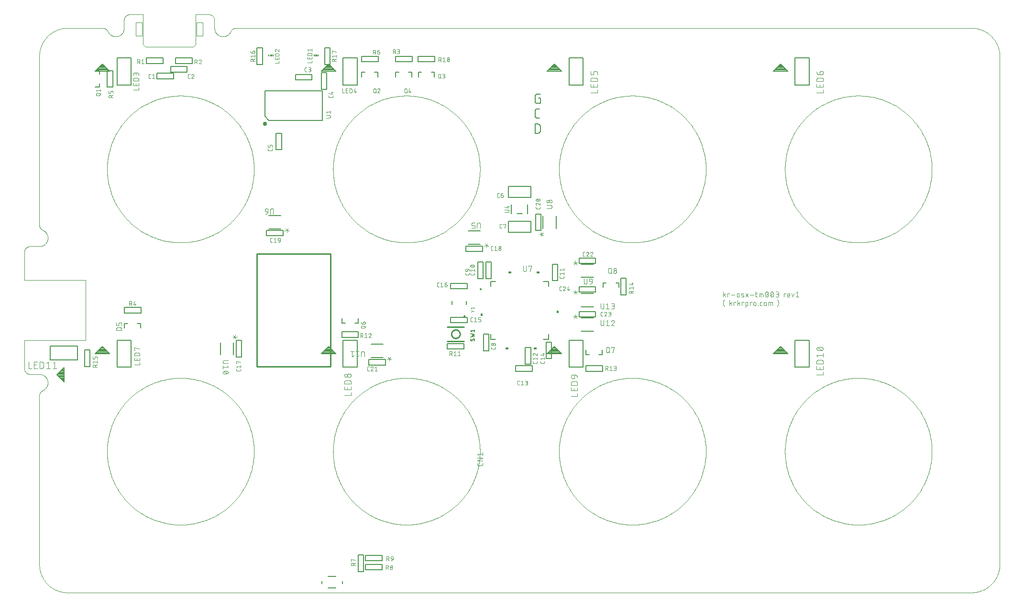
<source format=gto>
G75*
%MOIN*%
%OFA0B0*%
%FSLAX25Y25*%
%IPPOS*%
%LPD*%
%AMOC8*
5,1,8,0,0,1.08239X$1,22.5*
%
%ADD10C,0.00300*%
%ADD11C,0.00004*%
%ADD12C,0.00039*%
%ADD13C,0.00600*%
%ADD14C,0.00000*%
%ADD15C,0.03000*%
%ADD16C,0.00800*%
%ADD17C,0.00400*%
%ADD18C,0.01000*%
%ADD19C,0.00200*%
%ADD20C,0.00100*%
%ADD21C,0.00500*%
%ADD22C,0.00787*%
%ADD23R,0.00591X0.01181*%
%ADD24R,0.01181X0.01181*%
D10*
X0266422Y0031040D02*
X0266422Y0031845D01*
X0266422Y0031040D02*
X0269322Y0031040D01*
X0268034Y0031040D02*
X0268034Y0031845D01*
X0268034Y0032006D02*
X0269322Y0032651D01*
X0269322Y0034705D02*
X0266422Y0035511D01*
X0266422Y0033900D01*
X0266745Y0033900D01*
X0266422Y0031845D02*
X0266424Y0031900D01*
X0266430Y0031955D01*
X0266439Y0032009D01*
X0266452Y0032062D01*
X0266469Y0032115D01*
X0266489Y0032166D01*
X0266512Y0032216D01*
X0266539Y0032264D01*
X0266570Y0032310D01*
X0266603Y0032354D01*
X0266639Y0032395D01*
X0266678Y0032434D01*
X0266719Y0032470D01*
X0266763Y0032503D01*
X0266809Y0032534D01*
X0266857Y0032561D01*
X0266907Y0032584D01*
X0266958Y0032604D01*
X0267011Y0032621D01*
X0267064Y0032634D01*
X0267118Y0032643D01*
X0267173Y0032649D01*
X0267228Y0032651D01*
X0267283Y0032649D01*
X0267338Y0032643D01*
X0267392Y0032634D01*
X0267445Y0032621D01*
X0267498Y0032604D01*
X0267549Y0032584D01*
X0267599Y0032561D01*
X0267647Y0032534D01*
X0267693Y0032503D01*
X0267737Y0032470D01*
X0267778Y0032434D01*
X0267817Y0032395D01*
X0267853Y0032354D01*
X0267886Y0032310D01*
X0267917Y0032264D01*
X0267944Y0032216D01*
X0267967Y0032166D01*
X0267987Y0032115D01*
X0268004Y0032062D01*
X0268017Y0032009D01*
X0268026Y0031955D01*
X0268032Y0031900D01*
X0268034Y0031845D01*
X0290718Y0031133D02*
X0291523Y0031133D01*
X0291523Y0031134D02*
X0291578Y0031132D01*
X0291633Y0031126D01*
X0291687Y0031117D01*
X0291740Y0031104D01*
X0291793Y0031087D01*
X0291844Y0031067D01*
X0291894Y0031044D01*
X0291942Y0031017D01*
X0291988Y0030986D01*
X0292032Y0030953D01*
X0292073Y0030917D01*
X0292112Y0030878D01*
X0292148Y0030837D01*
X0292181Y0030793D01*
X0292212Y0030747D01*
X0292239Y0030699D01*
X0292262Y0030649D01*
X0292282Y0030598D01*
X0292299Y0030545D01*
X0292312Y0030492D01*
X0292321Y0030438D01*
X0292327Y0030383D01*
X0292329Y0030328D01*
X0292327Y0030273D01*
X0292321Y0030218D01*
X0292312Y0030164D01*
X0292299Y0030111D01*
X0292282Y0030058D01*
X0292262Y0030007D01*
X0292239Y0029957D01*
X0292212Y0029909D01*
X0292181Y0029863D01*
X0292148Y0029819D01*
X0292112Y0029778D01*
X0292073Y0029739D01*
X0292032Y0029703D01*
X0291988Y0029670D01*
X0291942Y0029639D01*
X0291894Y0029612D01*
X0291844Y0029589D01*
X0291793Y0029569D01*
X0291740Y0029552D01*
X0291687Y0029539D01*
X0291633Y0029530D01*
X0291578Y0029524D01*
X0291523Y0029522D01*
X0290718Y0029522D01*
X0291684Y0029522D02*
X0292329Y0028233D01*
X0290718Y0028233D02*
X0290718Y0031133D01*
X0291111Y0034533D02*
X0291111Y0037433D01*
X0291917Y0037433D01*
X0291972Y0037431D01*
X0292027Y0037425D01*
X0292081Y0037416D01*
X0292134Y0037403D01*
X0292187Y0037386D01*
X0292238Y0037366D01*
X0292288Y0037343D01*
X0292336Y0037316D01*
X0292382Y0037285D01*
X0292426Y0037252D01*
X0292467Y0037216D01*
X0292506Y0037177D01*
X0292542Y0037136D01*
X0292575Y0037092D01*
X0292606Y0037046D01*
X0292633Y0036998D01*
X0292656Y0036948D01*
X0292676Y0036897D01*
X0292693Y0036844D01*
X0292706Y0036791D01*
X0292715Y0036737D01*
X0292721Y0036682D01*
X0292723Y0036627D01*
X0292721Y0036572D01*
X0292715Y0036517D01*
X0292706Y0036463D01*
X0292693Y0036410D01*
X0292676Y0036357D01*
X0292656Y0036306D01*
X0292633Y0036256D01*
X0292606Y0036208D01*
X0292575Y0036162D01*
X0292542Y0036118D01*
X0292506Y0036077D01*
X0292467Y0036038D01*
X0292426Y0036002D01*
X0292382Y0035969D01*
X0292336Y0035938D01*
X0292288Y0035911D01*
X0292238Y0035888D01*
X0292187Y0035868D01*
X0292134Y0035851D01*
X0292081Y0035838D01*
X0292027Y0035829D01*
X0291972Y0035823D01*
X0291917Y0035821D01*
X0291917Y0035822D02*
X0291111Y0035822D01*
X0292078Y0035822D02*
X0292722Y0034533D01*
X0294293Y0034533D02*
X0294363Y0034535D01*
X0294432Y0034541D01*
X0294502Y0034550D01*
X0294570Y0034563D01*
X0294638Y0034580D01*
X0294705Y0034600D01*
X0294770Y0034625D01*
X0294834Y0034652D01*
X0294897Y0034683D01*
X0294958Y0034718D01*
X0295016Y0034755D01*
X0295073Y0034796D01*
X0295127Y0034840D01*
X0295179Y0034886D01*
X0295229Y0034936D01*
X0295275Y0034988D01*
X0295319Y0035042D01*
X0295360Y0035099D01*
X0295397Y0035157D01*
X0295432Y0035218D01*
X0295463Y0035281D01*
X0295490Y0035345D01*
X0295515Y0035410D01*
X0295535Y0035477D01*
X0295552Y0035545D01*
X0295565Y0035613D01*
X0295574Y0035683D01*
X0295580Y0035752D01*
X0295582Y0035822D01*
X0295582Y0036627D01*
X0295583Y0036627D02*
X0295581Y0036682D01*
X0295575Y0036737D01*
X0295566Y0036791D01*
X0295553Y0036844D01*
X0295536Y0036897D01*
X0295516Y0036948D01*
X0295493Y0036998D01*
X0295466Y0037046D01*
X0295435Y0037092D01*
X0295402Y0037136D01*
X0295366Y0037177D01*
X0295327Y0037216D01*
X0295286Y0037252D01*
X0295242Y0037285D01*
X0295196Y0037316D01*
X0295148Y0037343D01*
X0295098Y0037366D01*
X0295047Y0037386D01*
X0294994Y0037403D01*
X0294941Y0037416D01*
X0294887Y0037425D01*
X0294832Y0037431D01*
X0294777Y0037433D01*
X0294722Y0037431D01*
X0294667Y0037425D01*
X0294613Y0037416D01*
X0294560Y0037403D01*
X0294507Y0037386D01*
X0294456Y0037366D01*
X0294406Y0037343D01*
X0294358Y0037316D01*
X0294312Y0037285D01*
X0294268Y0037252D01*
X0294227Y0037216D01*
X0294188Y0037177D01*
X0294152Y0037136D01*
X0294119Y0037092D01*
X0294088Y0037046D01*
X0294061Y0036998D01*
X0294038Y0036948D01*
X0294018Y0036897D01*
X0294001Y0036844D01*
X0293988Y0036791D01*
X0293979Y0036737D01*
X0293973Y0036682D01*
X0293971Y0036627D01*
X0293971Y0036466D01*
X0293972Y0036466D02*
X0293974Y0036418D01*
X0293979Y0036370D01*
X0293988Y0036323D01*
X0294001Y0036276D01*
X0294017Y0036231D01*
X0294036Y0036187D01*
X0294058Y0036144D01*
X0294084Y0036103D01*
X0294112Y0036064D01*
X0294144Y0036028D01*
X0294178Y0035994D01*
X0294214Y0035963D01*
X0294253Y0035934D01*
X0294294Y0035908D01*
X0294337Y0035886D01*
X0294381Y0035867D01*
X0294426Y0035851D01*
X0294473Y0035838D01*
X0294520Y0035829D01*
X0294568Y0035824D01*
X0294616Y0035822D01*
X0295582Y0035822D01*
X0295027Y0030489D02*
X0295025Y0030440D01*
X0295019Y0030391D01*
X0295010Y0030342D01*
X0294997Y0030295D01*
X0294980Y0030248D01*
X0294960Y0030203D01*
X0294937Y0030160D01*
X0294910Y0030118D01*
X0294880Y0030079D01*
X0294847Y0030042D01*
X0294811Y0030008D01*
X0294773Y0029977D01*
X0294733Y0029948D01*
X0294691Y0029923D01*
X0294646Y0029901D01*
X0294601Y0029883D01*
X0294554Y0029868D01*
X0294506Y0029857D01*
X0294457Y0029849D01*
X0294408Y0029845D01*
X0294358Y0029845D01*
X0294309Y0029849D01*
X0294260Y0029857D01*
X0294212Y0029868D01*
X0294165Y0029883D01*
X0294120Y0029901D01*
X0294075Y0029923D01*
X0294033Y0029948D01*
X0293993Y0029977D01*
X0293955Y0030008D01*
X0293919Y0030042D01*
X0293886Y0030079D01*
X0293856Y0030118D01*
X0293829Y0030160D01*
X0293806Y0030203D01*
X0293786Y0030248D01*
X0293769Y0030295D01*
X0293756Y0030342D01*
X0293747Y0030391D01*
X0293741Y0030440D01*
X0293739Y0030489D01*
X0293741Y0030538D01*
X0293747Y0030587D01*
X0293756Y0030636D01*
X0293769Y0030683D01*
X0293786Y0030730D01*
X0293806Y0030775D01*
X0293829Y0030818D01*
X0293856Y0030860D01*
X0293886Y0030899D01*
X0293919Y0030936D01*
X0293955Y0030970D01*
X0293993Y0031001D01*
X0294033Y0031030D01*
X0294075Y0031055D01*
X0294120Y0031077D01*
X0294165Y0031095D01*
X0294212Y0031110D01*
X0294260Y0031121D01*
X0294309Y0031129D01*
X0294358Y0031133D01*
X0294408Y0031133D01*
X0294457Y0031129D01*
X0294506Y0031121D01*
X0294554Y0031110D01*
X0294601Y0031095D01*
X0294646Y0031077D01*
X0294691Y0031055D01*
X0294733Y0031030D01*
X0294773Y0031001D01*
X0294811Y0030970D01*
X0294847Y0030936D01*
X0294880Y0030899D01*
X0294910Y0030860D01*
X0294937Y0030818D01*
X0294960Y0030775D01*
X0294980Y0030730D01*
X0294997Y0030683D01*
X0295010Y0030636D01*
X0295019Y0030587D01*
X0295025Y0030538D01*
X0295027Y0030489D01*
X0295189Y0029039D02*
X0295187Y0028984D01*
X0295181Y0028929D01*
X0295172Y0028875D01*
X0295159Y0028822D01*
X0295142Y0028769D01*
X0295122Y0028718D01*
X0295099Y0028668D01*
X0295072Y0028620D01*
X0295041Y0028574D01*
X0295008Y0028530D01*
X0294972Y0028489D01*
X0294933Y0028450D01*
X0294892Y0028414D01*
X0294848Y0028381D01*
X0294802Y0028350D01*
X0294754Y0028323D01*
X0294704Y0028300D01*
X0294653Y0028280D01*
X0294600Y0028263D01*
X0294547Y0028250D01*
X0294493Y0028241D01*
X0294438Y0028235D01*
X0294383Y0028233D01*
X0294328Y0028235D01*
X0294273Y0028241D01*
X0294219Y0028250D01*
X0294166Y0028263D01*
X0294113Y0028280D01*
X0294062Y0028300D01*
X0294012Y0028323D01*
X0293964Y0028350D01*
X0293918Y0028381D01*
X0293874Y0028414D01*
X0293833Y0028450D01*
X0293794Y0028489D01*
X0293758Y0028530D01*
X0293725Y0028574D01*
X0293694Y0028620D01*
X0293667Y0028668D01*
X0293644Y0028718D01*
X0293624Y0028769D01*
X0293607Y0028822D01*
X0293594Y0028875D01*
X0293585Y0028929D01*
X0293579Y0028984D01*
X0293577Y0029039D01*
X0293579Y0029094D01*
X0293585Y0029149D01*
X0293594Y0029203D01*
X0293607Y0029256D01*
X0293624Y0029309D01*
X0293644Y0029360D01*
X0293667Y0029410D01*
X0293694Y0029458D01*
X0293725Y0029504D01*
X0293758Y0029548D01*
X0293794Y0029589D01*
X0293833Y0029628D01*
X0293874Y0029664D01*
X0293918Y0029697D01*
X0293964Y0029728D01*
X0294012Y0029755D01*
X0294062Y0029778D01*
X0294113Y0029798D01*
X0294166Y0029815D01*
X0294219Y0029828D01*
X0294273Y0029837D01*
X0294328Y0029843D01*
X0294383Y0029845D01*
X0294438Y0029843D01*
X0294493Y0029837D01*
X0294547Y0029828D01*
X0294600Y0029815D01*
X0294653Y0029798D01*
X0294704Y0029778D01*
X0294754Y0029755D01*
X0294802Y0029728D01*
X0294848Y0029697D01*
X0294892Y0029664D01*
X0294933Y0029628D01*
X0294972Y0029589D01*
X0295008Y0029548D01*
X0295041Y0029504D01*
X0295072Y0029458D01*
X0295099Y0029410D01*
X0295122Y0029360D01*
X0295142Y0029309D01*
X0295159Y0029256D01*
X0295172Y0029203D01*
X0295181Y0029149D01*
X0295187Y0029094D01*
X0295189Y0029039D01*
X0355165Y0100863D02*
X0357221Y0100863D01*
X0357277Y0100865D01*
X0357333Y0100871D01*
X0357388Y0100880D01*
X0357443Y0100893D01*
X0357496Y0100910D01*
X0357548Y0100931D01*
X0357599Y0100955D01*
X0357648Y0100983D01*
X0357695Y0101013D01*
X0357740Y0101047D01*
X0357782Y0101084D01*
X0357822Y0101124D01*
X0357859Y0101166D01*
X0357893Y0101211D01*
X0357923Y0101258D01*
X0357951Y0101307D01*
X0357975Y0101358D01*
X0357996Y0101410D01*
X0358013Y0101463D01*
X0358026Y0101518D01*
X0358035Y0101573D01*
X0358041Y0101629D01*
X0358043Y0101685D01*
X0358043Y0102507D01*
X0358043Y0103993D02*
X0354343Y0103993D01*
X0358043Y0106048D01*
X0354343Y0106048D01*
X0355165Y0107713D02*
X0354343Y0108740D01*
X0358043Y0108740D01*
X0358043Y0107713D02*
X0358043Y0109768D01*
X0354343Y0102507D02*
X0354343Y0101685D01*
X0354345Y0101629D01*
X0354351Y0101573D01*
X0354360Y0101518D01*
X0354373Y0101463D01*
X0354390Y0101410D01*
X0354411Y0101357D01*
X0354435Y0101307D01*
X0354463Y0101258D01*
X0354493Y0101211D01*
X0354527Y0101166D01*
X0354564Y0101124D01*
X0354604Y0101084D01*
X0354646Y0101047D01*
X0354691Y0101013D01*
X0354738Y0100983D01*
X0354787Y0100955D01*
X0354838Y0100931D01*
X0354890Y0100910D01*
X0354943Y0100893D01*
X0354998Y0100880D01*
X0355053Y0100871D01*
X0355109Y0100865D01*
X0355165Y0100863D01*
X0383027Y0156974D02*
X0383672Y0156974D01*
X0383027Y0156974D02*
X0382979Y0156976D01*
X0382931Y0156981D01*
X0382884Y0156990D01*
X0382837Y0157003D01*
X0382792Y0157019D01*
X0382748Y0157038D01*
X0382705Y0157060D01*
X0382664Y0157086D01*
X0382625Y0157115D01*
X0382589Y0157146D01*
X0382555Y0157180D01*
X0382524Y0157216D01*
X0382495Y0157255D01*
X0382469Y0157296D01*
X0382447Y0157339D01*
X0382428Y0157383D01*
X0382412Y0157428D01*
X0382399Y0157475D01*
X0382390Y0157522D01*
X0382385Y0157570D01*
X0382383Y0157618D01*
X0382383Y0159229D01*
X0382385Y0159280D01*
X0382391Y0159330D01*
X0382401Y0159379D01*
X0382415Y0159428D01*
X0382432Y0159475D01*
X0382453Y0159521D01*
X0382478Y0159565D01*
X0382506Y0159608D01*
X0382537Y0159647D01*
X0382572Y0159684D01*
X0382609Y0159719D01*
X0382648Y0159750D01*
X0382691Y0159778D01*
X0382735Y0159803D01*
X0382781Y0159824D01*
X0382828Y0159841D01*
X0382877Y0159855D01*
X0382926Y0159865D01*
X0382976Y0159871D01*
X0383027Y0159873D01*
X0383027Y0159874D02*
X0383672Y0159874D01*
X0384792Y0159229D02*
X0385598Y0159874D01*
X0385598Y0156974D01*
X0386403Y0156974D02*
X0384792Y0156974D01*
X0387672Y0156974D02*
X0388478Y0156974D01*
X0388478Y0156973D02*
X0388533Y0156975D01*
X0388588Y0156981D01*
X0388642Y0156990D01*
X0388695Y0157003D01*
X0388748Y0157020D01*
X0388799Y0157040D01*
X0388849Y0157063D01*
X0388897Y0157090D01*
X0388943Y0157121D01*
X0388987Y0157154D01*
X0389028Y0157190D01*
X0389067Y0157229D01*
X0389103Y0157270D01*
X0389136Y0157314D01*
X0389167Y0157360D01*
X0389194Y0157408D01*
X0389217Y0157458D01*
X0389237Y0157509D01*
X0389254Y0157562D01*
X0389267Y0157615D01*
X0389276Y0157669D01*
X0389282Y0157724D01*
X0389284Y0157779D01*
X0389282Y0157834D01*
X0389276Y0157889D01*
X0389267Y0157943D01*
X0389254Y0157996D01*
X0389237Y0158049D01*
X0389217Y0158100D01*
X0389194Y0158150D01*
X0389167Y0158198D01*
X0389136Y0158244D01*
X0389103Y0158288D01*
X0389067Y0158329D01*
X0389028Y0158368D01*
X0388987Y0158404D01*
X0388943Y0158437D01*
X0388897Y0158468D01*
X0388849Y0158495D01*
X0388799Y0158518D01*
X0388748Y0158538D01*
X0388695Y0158555D01*
X0388642Y0158568D01*
X0388588Y0158577D01*
X0388533Y0158583D01*
X0388478Y0158585D01*
X0388639Y0158585D02*
X0387994Y0158585D01*
X0388639Y0158585D02*
X0388688Y0158587D01*
X0388737Y0158593D01*
X0388786Y0158602D01*
X0388833Y0158615D01*
X0388880Y0158632D01*
X0388925Y0158652D01*
X0388968Y0158675D01*
X0389010Y0158702D01*
X0389049Y0158732D01*
X0389086Y0158765D01*
X0389120Y0158801D01*
X0389151Y0158839D01*
X0389180Y0158879D01*
X0389205Y0158921D01*
X0389227Y0158966D01*
X0389245Y0159011D01*
X0389260Y0159058D01*
X0389271Y0159106D01*
X0389279Y0159155D01*
X0389283Y0159204D01*
X0389283Y0159254D01*
X0389279Y0159303D01*
X0389271Y0159352D01*
X0389260Y0159400D01*
X0389245Y0159447D01*
X0389227Y0159492D01*
X0389205Y0159537D01*
X0389180Y0159579D01*
X0389151Y0159619D01*
X0389120Y0159657D01*
X0389086Y0159693D01*
X0389049Y0159726D01*
X0389010Y0159756D01*
X0388968Y0159783D01*
X0388925Y0159806D01*
X0388880Y0159826D01*
X0388833Y0159843D01*
X0388786Y0159856D01*
X0388737Y0159865D01*
X0388688Y0159871D01*
X0388639Y0159873D01*
X0388639Y0159874D02*
X0387672Y0159874D01*
X0393771Y0172147D02*
X0395382Y0172147D01*
X0395430Y0172149D01*
X0395478Y0172154D01*
X0395525Y0172163D01*
X0395572Y0172176D01*
X0395617Y0172192D01*
X0395661Y0172211D01*
X0395704Y0172233D01*
X0395745Y0172259D01*
X0395784Y0172288D01*
X0395820Y0172319D01*
X0395854Y0172353D01*
X0395885Y0172389D01*
X0395914Y0172428D01*
X0395940Y0172469D01*
X0395962Y0172512D01*
X0395981Y0172556D01*
X0395997Y0172601D01*
X0396010Y0172648D01*
X0396019Y0172695D01*
X0396024Y0172743D01*
X0396026Y0172791D01*
X0396026Y0173436D01*
X0396026Y0174556D02*
X0396026Y0176167D01*
X0396026Y0175361D02*
X0393126Y0175361D01*
X0393771Y0174556D01*
X0393126Y0173436D02*
X0393126Y0172791D01*
X0393127Y0172791D02*
X0393129Y0172740D01*
X0393135Y0172690D01*
X0393145Y0172641D01*
X0393159Y0172592D01*
X0393176Y0172545D01*
X0393197Y0172499D01*
X0393222Y0172454D01*
X0393250Y0172412D01*
X0393281Y0172373D01*
X0393316Y0172336D01*
X0393353Y0172301D01*
X0393392Y0172270D01*
X0393435Y0172242D01*
X0393479Y0172217D01*
X0393525Y0172196D01*
X0393572Y0172179D01*
X0393621Y0172165D01*
X0393670Y0172155D01*
X0393720Y0172149D01*
X0393771Y0172147D01*
X0398244Y0172791D02*
X0398244Y0173436D01*
X0398245Y0172791D02*
X0398247Y0172740D01*
X0398253Y0172690D01*
X0398263Y0172641D01*
X0398277Y0172592D01*
X0398294Y0172545D01*
X0398315Y0172499D01*
X0398340Y0172454D01*
X0398368Y0172412D01*
X0398399Y0172373D01*
X0398434Y0172336D01*
X0398471Y0172301D01*
X0398510Y0172270D01*
X0398553Y0172242D01*
X0398597Y0172217D01*
X0398643Y0172196D01*
X0398690Y0172179D01*
X0398739Y0172165D01*
X0398788Y0172155D01*
X0398838Y0172149D01*
X0398889Y0172147D01*
X0400500Y0172147D01*
X0400548Y0172149D01*
X0400596Y0172154D01*
X0400643Y0172163D01*
X0400690Y0172176D01*
X0400735Y0172192D01*
X0400779Y0172211D01*
X0400822Y0172233D01*
X0400863Y0172259D01*
X0400902Y0172288D01*
X0400938Y0172319D01*
X0400972Y0172353D01*
X0401003Y0172389D01*
X0401032Y0172428D01*
X0401058Y0172469D01*
X0401080Y0172512D01*
X0401099Y0172556D01*
X0401115Y0172601D01*
X0401128Y0172648D01*
X0401137Y0172695D01*
X0401142Y0172743D01*
X0401144Y0172791D01*
X0401144Y0173436D01*
X0401144Y0174556D02*
X0401144Y0176167D01*
X0401144Y0175361D02*
X0398244Y0175361D01*
X0398889Y0174556D01*
X0400500Y0177436D02*
X0398244Y0178080D01*
X0399856Y0178564D02*
X0401144Y0178564D01*
X0400500Y0179047D02*
X0400500Y0177436D01*
X0396026Y0177436D02*
X0396026Y0179047D01*
X0396026Y0177436D02*
X0394415Y0178805D01*
X0393127Y0178322D02*
X0393129Y0178263D01*
X0393134Y0178205D01*
X0393144Y0178147D01*
X0393156Y0178090D01*
X0393173Y0178034D01*
X0393192Y0177979D01*
X0393216Y0177925D01*
X0393242Y0177873D01*
X0393272Y0177823D01*
X0393305Y0177774D01*
X0393341Y0177728D01*
X0393380Y0177684D01*
X0393421Y0177643D01*
X0393465Y0177604D01*
X0393511Y0177568D01*
X0393560Y0177536D01*
X0393610Y0177506D01*
X0393662Y0177479D01*
X0393716Y0177456D01*
X0393771Y0177436D01*
X0394415Y0178805D02*
X0394378Y0178842D01*
X0394338Y0178876D01*
X0394296Y0178908D01*
X0394251Y0178936D01*
X0394205Y0178962D01*
X0394158Y0178984D01*
X0394109Y0179003D01*
X0394059Y0179019D01*
X0394008Y0179031D01*
X0393956Y0179040D01*
X0393904Y0179045D01*
X0393851Y0179047D01*
X0393799Y0179045D01*
X0393748Y0179040D01*
X0393697Y0179030D01*
X0393647Y0179018D01*
X0393598Y0179001D01*
X0393550Y0178981D01*
X0393504Y0178958D01*
X0393459Y0178932D01*
X0393417Y0178902D01*
X0393376Y0178870D01*
X0393338Y0178835D01*
X0393303Y0178797D01*
X0393271Y0178756D01*
X0393241Y0178714D01*
X0393215Y0178669D01*
X0393192Y0178623D01*
X0393172Y0178575D01*
X0393155Y0178526D01*
X0393143Y0178476D01*
X0393133Y0178425D01*
X0393128Y0178374D01*
X0393126Y0178322D01*
X0366893Y0182758D02*
X0366893Y0183402D01*
X0366892Y0182758D02*
X0366890Y0182710D01*
X0366885Y0182662D01*
X0366876Y0182615D01*
X0366863Y0182568D01*
X0366847Y0182523D01*
X0366828Y0182479D01*
X0366806Y0182436D01*
X0366780Y0182395D01*
X0366751Y0182356D01*
X0366720Y0182320D01*
X0366686Y0182286D01*
X0366650Y0182255D01*
X0366611Y0182226D01*
X0366570Y0182200D01*
X0366527Y0182178D01*
X0366483Y0182159D01*
X0366438Y0182143D01*
X0366391Y0182130D01*
X0366344Y0182121D01*
X0366296Y0182116D01*
X0366248Y0182114D01*
X0366248Y0182113D02*
X0364637Y0182113D01*
X0364637Y0182114D02*
X0364586Y0182116D01*
X0364536Y0182122D01*
X0364487Y0182132D01*
X0364438Y0182146D01*
X0364391Y0182163D01*
X0364345Y0182184D01*
X0364301Y0182209D01*
X0364258Y0182237D01*
X0364219Y0182268D01*
X0364182Y0182303D01*
X0364147Y0182340D01*
X0364116Y0182379D01*
X0364088Y0182421D01*
X0364063Y0182466D01*
X0364042Y0182512D01*
X0364025Y0182559D01*
X0364011Y0182608D01*
X0364001Y0182657D01*
X0363995Y0182707D01*
X0363993Y0182758D01*
X0363993Y0183402D01*
X0364637Y0184684D02*
X0364686Y0184686D01*
X0364735Y0184692D01*
X0364784Y0184701D01*
X0364831Y0184714D01*
X0364878Y0184731D01*
X0364923Y0184751D01*
X0364966Y0184774D01*
X0365008Y0184801D01*
X0365047Y0184831D01*
X0365084Y0184864D01*
X0365118Y0184900D01*
X0365149Y0184938D01*
X0365178Y0184978D01*
X0365203Y0185020D01*
X0365225Y0185065D01*
X0365243Y0185110D01*
X0365258Y0185157D01*
X0365269Y0185205D01*
X0365277Y0185254D01*
X0365281Y0185303D01*
X0365281Y0185353D01*
X0365277Y0185402D01*
X0365269Y0185451D01*
X0365258Y0185499D01*
X0365243Y0185546D01*
X0365225Y0185591D01*
X0365203Y0185636D01*
X0365178Y0185678D01*
X0365149Y0185718D01*
X0365118Y0185756D01*
X0365084Y0185792D01*
X0365047Y0185825D01*
X0365008Y0185855D01*
X0364966Y0185882D01*
X0364923Y0185905D01*
X0364878Y0185925D01*
X0364831Y0185942D01*
X0364784Y0185955D01*
X0364735Y0185964D01*
X0364686Y0185970D01*
X0364637Y0185972D01*
X0364588Y0185970D01*
X0364539Y0185964D01*
X0364490Y0185955D01*
X0364443Y0185942D01*
X0364396Y0185925D01*
X0364351Y0185905D01*
X0364308Y0185882D01*
X0364266Y0185855D01*
X0364227Y0185825D01*
X0364190Y0185792D01*
X0364156Y0185756D01*
X0364125Y0185718D01*
X0364096Y0185678D01*
X0364071Y0185636D01*
X0364049Y0185591D01*
X0364031Y0185546D01*
X0364016Y0185499D01*
X0364005Y0185451D01*
X0363997Y0185402D01*
X0363993Y0185353D01*
X0363993Y0185303D01*
X0363997Y0185254D01*
X0364005Y0185205D01*
X0364016Y0185157D01*
X0364031Y0185110D01*
X0364049Y0185065D01*
X0364071Y0185020D01*
X0364096Y0184978D01*
X0364125Y0184938D01*
X0364156Y0184900D01*
X0364190Y0184864D01*
X0364227Y0184831D01*
X0364266Y0184801D01*
X0364308Y0184774D01*
X0364351Y0184751D01*
X0364396Y0184731D01*
X0364443Y0184714D01*
X0364490Y0184701D01*
X0364539Y0184692D01*
X0364588Y0184686D01*
X0364637Y0184684D01*
X0366087Y0184522D02*
X0366142Y0184524D01*
X0366197Y0184530D01*
X0366251Y0184539D01*
X0366304Y0184552D01*
X0366357Y0184569D01*
X0366408Y0184589D01*
X0366458Y0184612D01*
X0366506Y0184639D01*
X0366552Y0184670D01*
X0366596Y0184703D01*
X0366637Y0184739D01*
X0366676Y0184778D01*
X0366712Y0184819D01*
X0366745Y0184863D01*
X0366776Y0184909D01*
X0366803Y0184957D01*
X0366826Y0185007D01*
X0366846Y0185058D01*
X0366863Y0185111D01*
X0366876Y0185164D01*
X0366885Y0185218D01*
X0366891Y0185273D01*
X0366893Y0185328D01*
X0366891Y0185383D01*
X0366885Y0185438D01*
X0366876Y0185492D01*
X0366863Y0185545D01*
X0366846Y0185598D01*
X0366826Y0185649D01*
X0366803Y0185699D01*
X0366776Y0185747D01*
X0366745Y0185793D01*
X0366712Y0185837D01*
X0366676Y0185878D01*
X0366637Y0185917D01*
X0366596Y0185953D01*
X0366552Y0185986D01*
X0366506Y0186017D01*
X0366458Y0186044D01*
X0366408Y0186067D01*
X0366357Y0186087D01*
X0366304Y0186104D01*
X0366251Y0186117D01*
X0366197Y0186126D01*
X0366142Y0186132D01*
X0366087Y0186134D01*
X0366032Y0186132D01*
X0365977Y0186126D01*
X0365923Y0186117D01*
X0365870Y0186104D01*
X0365817Y0186087D01*
X0365766Y0186067D01*
X0365716Y0186044D01*
X0365668Y0186017D01*
X0365622Y0185986D01*
X0365578Y0185953D01*
X0365537Y0185917D01*
X0365498Y0185878D01*
X0365462Y0185837D01*
X0365429Y0185793D01*
X0365398Y0185747D01*
X0365371Y0185699D01*
X0365348Y0185649D01*
X0365328Y0185598D01*
X0365311Y0185545D01*
X0365298Y0185492D01*
X0365289Y0185438D01*
X0365283Y0185383D01*
X0365281Y0185328D01*
X0365283Y0185273D01*
X0365289Y0185218D01*
X0365298Y0185164D01*
X0365311Y0185111D01*
X0365328Y0185058D01*
X0365348Y0185007D01*
X0365371Y0184957D01*
X0365398Y0184909D01*
X0365429Y0184863D01*
X0365462Y0184819D01*
X0365498Y0184778D01*
X0365537Y0184739D01*
X0365578Y0184703D01*
X0365622Y0184670D01*
X0365668Y0184639D01*
X0365716Y0184612D01*
X0365766Y0184589D01*
X0365817Y0184569D01*
X0365870Y0184552D01*
X0365923Y0184539D01*
X0365977Y0184530D01*
X0366032Y0184524D01*
X0366087Y0184522D01*
X0355961Y0201068D02*
X0354995Y0201068D01*
X0355961Y0201069D02*
X0356009Y0201071D01*
X0356057Y0201076D01*
X0356104Y0201085D01*
X0356151Y0201098D01*
X0356196Y0201114D01*
X0356240Y0201133D01*
X0356283Y0201155D01*
X0356324Y0201181D01*
X0356363Y0201210D01*
X0356399Y0201241D01*
X0356433Y0201275D01*
X0356464Y0201311D01*
X0356493Y0201350D01*
X0356519Y0201391D01*
X0356541Y0201434D01*
X0356560Y0201478D01*
X0356576Y0201523D01*
X0356589Y0201570D01*
X0356598Y0201617D01*
X0356603Y0201665D01*
X0356605Y0201713D01*
X0356606Y0201713D02*
X0356606Y0202035D01*
X0356605Y0202035D02*
X0356603Y0202083D01*
X0356598Y0202131D01*
X0356589Y0202178D01*
X0356576Y0202225D01*
X0356560Y0202270D01*
X0356541Y0202314D01*
X0356519Y0202357D01*
X0356493Y0202398D01*
X0356464Y0202437D01*
X0356433Y0202473D01*
X0356399Y0202507D01*
X0356363Y0202538D01*
X0356324Y0202567D01*
X0356283Y0202593D01*
X0356240Y0202615D01*
X0356196Y0202634D01*
X0356151Y0202650D01*
X0356104Y0202663D01*
X0356057Y0202672D01*
X0356009Y0202677D01*
X0355961Y0202679D01*
X0354995Y0202679D01*
X0354995Y0203968D01*
X0356606Y0203968D01*
X0352920Y0203968D02*
X0352920Y0201068D01*
X0352115Y0201068D02*
X0353726Y0201068D01*
X0350995Y0201068D02*
X0350350Y0201068D01*
X0350350Y0201069D02*
X0350302Y0201071D01*
X0350254Y0201076D01*
X0350207Y0201085D01*
X0350160Y0201098D01*
X0350115Y0201114D01*
X0350071Y0201133D01*
X0350028Y0201155D01*
X0349987Y0201181D01*
X0349948Y0201210D01*
X0349912Y0201241D01*
X0349878Y0201275D01*
X0349847Y0201311D01*
X0349818Y0201350D01*
X0349792Y0201391D01*
X0349770Y0201434D01*
X0349751Y0201478D01*
X0349735Y0201523D01*
X0349722Y0201570D01*
X0349713Y0201617D01*
X0349708Y0201665D01*
X0349706Y0201713D01*
X0349706Y0203324D01*
X0349708Y0203375D01*
X0349714Y0203425D01*
X0349724Y0203474D01*
X0349738Y0203523D01*
X0349755Y0203570D01*
X0349776Y0203616D01*
X0349801Y0203660D01*
X0349829Y0203703D01*
X0349860Y0203742D01*
X0349895Y0203779D01*
X0349932Y0203814D01*
X0349971Y0203845D01*
X0350014Y0203873D01*
X0350058Y0203898D01*
X0350104Y0203919D01*
X0350151Y0203936D01*
X0350200Y0203950D01*
X0350249Y0203960D01*
X0350299Y0203966D01*
X0350350Y0203968D01*
X0350995Y0203968D01*
X0352115Y0203324D02*
X0352920Y0203968D01*
X0341627Y0180346D02*
X0341627Y0177446D01*
X0340822Y0177446D02*
X0342433Y0177446D01*
X0340822Y0179702D02*
X0341627Y0180346D01*
X0338747Y0180346D02*
X0338747Y0177446D01*
X0337942Y0177446D02*
X0339553Y0177446D01*
X0337942Y0179702D02*
X0338747Y0180346D01*
X0335887Y0180346D02*
X0335082Y0180346D01*
X0335082Y0177446D01*
X0335082Y0178735D02*
X0335887Y0178735D01*
X0336048Y0178735D02*
X0336693Y0177446D01*
X0335887Y0178735D02*
X0335942Y0178737D01*
X0335997Y0178743D01*
X0336051Y0178752D01*
X0336104Y0178765D01*
X0336157Y0178782D01*
X0336208Y0178802D01*
X0336258Y0178825D01*
X0336306Y0178852D01*
X0336352Y0178883D01*
X0336396Y0178916D01*
X0336437Y0178952D01*
X0336476Y0178991D01*
X0336512Y0179032D01*
X0336545Y0179076D01*
X0336576Y0179122D01*
X0336603Y0179170D01*
X0336626Y0179220D01*
X0336646Y0179271D01*
X0336663Y0179324D01*
X0336676Y0179377D01*
X0336685Y0179431D01*
X0336691Y0179486D01*
X0336693Y0179541D01*
X0336691Y0179596D01*
X0336685Y0179651D01*
X0336676Y0179705D01*
X0336663Y0179758D01*
X0336646Y0179811D01*
X0336626Y0179862D01*
X0336603Y0179912D01*
X0336576Y0179960D01*
X0336545Y0180006D01*
X0336512Y0180050D01*
X0336476Y0180091D01*
X0336437Y0180130D01*
X0336396Y0180166D01*
X0336352Y0180199D01*
X0336306Y0180230D01*
X0336258Y0180257D01*
X0336208Y0180280D01*
X0336157Y0180300D01*
X0336104Y0180317D01*
X0336051Y0180330D01*
X0335997Y0180339D01*
X0335942Y0180345D01*
X0335887Y0180347D01*
X0294321Y0174634D02*
X0292885Y0175156D01*
X0291449Y0174634D01*
X0292885Y0175156D02*
X0293799Y0176331D01*
X0292885Y0175156D02*
X0291971Y0176331D01*
X0292885Y0175156D02*
X0292885Y0173589D01*
X0283753Y0169716D02*
X0283753Y0166816D01*
X0282948Y0166816D02*
X0284559Y0166816D01*
X0282948Y0169072D02*
X0283753Y0169716D01*
X0281437Y0168427D02*
X0280068Y0166816D01*
X0281679Y0166816D01*
X0280068Y0169072D02*
X0280088Y0169127D01*
X0280111Y0169181D01*
X0280138Y0169233D01*
X0280168Y0169283D01*
X0280200Y0169332D01*
X0280236Y0169378D01*
X0280275Y0169422D01*
X0280316Y0169463D01*
X0280360Y0169502D01*
X0280406Y0169538D01*
X0280455Y0169571D01*
X0280505Y0169601D01*
X0280557Y0169627D01*
X0280611Y0169651D01*
X0280666Y0169670D01*
X0280722Y0169687D01*
X0280779Y0169699D01*
X0280837Y0169709D01*
X0280895Y0169714D01*
X0280954Y0169716D01*
X0281006Y0169714D01*
X0281057Y0169709D01*
X0281108Y0169699D01*
X0281158Y0169687D01*
X0281207Y0169670D01*
X0281255Y0169650D01*
X0281301Y0169627D01*
X0281346Y0169601D01*
X0281388Y0169571D01*
X0281429Y0169539D01*
X0281467Y0169504D01*
X0281502Y0169466D01*
X0281534Y0169425D01*
X0281564Y0169383D01*
X0281590Y0169338D01*
X0281613Y0169292D01*
X0281633Y0169244D01*
X0281650Y0169195D01*
X0281662Y0169145D01*
X0281672Y0169094D01*
X0281677Y0169043D01*
X0281679Y0168991D01*
X0281677Y0168938D01*
X0281672Y0168886D01*
X0281663Y0168834D01*
X0281651Y0168783D01*
X0281635Y0168733D01*
X0281616Y0168684D01*
X0281594Y0168637D01*
X0281568Y0168591D01*
X0281540Y0168546D01*
X0281508Y0168504D01*
X0281474Y0168464D01*
X0281437Y0168427D01*
X0278947Y0169716D02*
X0278303Y0169716D01*
X0278252Y0169714D01*
X0278202Y0169708D01*
X0278153Y0169698D01*
X0278104Y0169684D01*
X0278057Y0169667D01*
X0278011Y0169646D01*
X0277967Y0169621D01*
X0277924Y0169593D01*
X0277885Y0169562D01*
X0277848Y0169527D01*
X0277813Y0169490D01*
X0277782Y0169451D01*
X0277754Y0169408D01*
X0277729Y0169364D01*
X0277708Y0169318D01*
X0277691Y0169271D01*
X0277677Y0169222D01*
X0277667Y0169173D01*
X0277661Y0169123D01*
X0277659Y0169072D01*
X0277658Y0169072D02*
X0277658Y0167461D01*
X0277659Y0167461D02*
X0277661Y0167413D01*
X0277666Y0167365D01*
X0277675Y0167318D01*
X0277688Y0167271D01*
X0277704Y0167226D01*
X0277723Y0167182D01*
X0277745Y0167139D01*
X0277771Y0167098D01*
X0277800Y0167059D01*
X0277831Y0167023D01*
X0277865Y0166989D01*
X0277901Y0166958D01*
X0277940Y0166929D01*
X0277981Y0166903D01*
X0278024Y0166881D01*
X0278068Y0166862D01*
X0278113Y0166846D01*
X0278160Y0166833D01*
X0278207Y0166824D01*
X0278255Y0166819D01*
X0278303Y0166817D01*
X0278303Y0166816D02*
X0278947Y0166816D01*
X0278617Y0190044D02*
X0280228Y0190044D01*
X0278617Y0190044D02*
X0279986Y0191656D01*
X0279503Y0192944D02*
X0279444Y0192942D01*
X0279386Y0192937D01*
X0279328Y0192927D01*
X0279271Y0192915D01*
X0279215Y0192898D01*
X0279160Y0192879D01*
X0279106Y0192855D01*
X0279054Y0192829D01*
X0279004Y0192799D01*
X0278955Y0192766D01*
X0278909Y0192730D01*
X0278865Y0192691D01*
X0278824Y0192650D01*
X0278785Y0192606D01*
X0278749Y0192560D01*
X0278717Y0192511D01*
X0278687Y0192461D01*
X0278660Y0192409D01*
X0278637Y0192355D01*
X0278617Y0192300D01*
X0279986Y0191655D02*
X0280023Y0191692D01*
X0280057Y0191732D01*
X0280089Y0191774D01*
X0280117Y0191819D01*
X0280143Y0191865D01*
X0280165Y0191912D01*
X0280184Y0191961D01*
X0280200Y0192011D01*
X0280212Y0192062D01*
X0280221Y0192114D01*
X0280226Y0192166D01*
X0280228Y0192219D01*
X0280226Y0192271D01*
X0280221Y0192322D01*
X0280211Y0192373D01*
X0280199Y0192423D01*
X0280182Y0192472D01*
X0280162Y0192520D01*
X0280139Y0192566D01*
X0280113Y0192611D01*
X0280083Y0192653D01*
X0280051Y0192694D01*
X0280016Y0192732D01*
X0279978Y0192767D01*
X0279937Y0192799D01*
X0279895Y0192829D01*
X0279850Y0192855D01*
X0279804Y0192878D01*
X0279756Y0192898D01*
X0279707Y0192915D01*
X0279657Y0192927D01*
X0279606Y0192937D01*
X0279555Y0192942D01*
X0279503Y0192944D01*
X0276542Y0192944D02*
X0276542Y0190044D01*
X0275737Y0190044D02*
X0277348Y0190044D01*
X0275737Y0192300D02*
X0276542Y0192944D01*
X0273683Y0192944D02*
X0272877Y0192944D01*
X0272877Y0190044D01*
X0272877Y0191333D02*
X0273683Y0191333D01*
X0273844Y0191333D02*
X0274488Y0190044D01*
X0273683Y0191333D02*
X0273738Y0191335D01*
X0273793Y0191341D01*
X0273847Y0191350D01*
X0273900Y0191363D01*
X0273953Y0191380D01*
X0274004Y0191400D01*
X0274054Y0191423D01*
X0274102Y0191450D01*
X0274148Y0191481D01*
X0274192Y0191514D01*
X0274233Y0191550D01*
X0274272Y0191589D01*
X0274308Y0191630D01*
X0274341Y0191674D01*
X0274372Y0191720D01*
X0274399Y0191768D01*
X0274422Y0191818D01*
X0274442Y0191869D01*
X0274459Y0191922D01*
X0274472Y0191975D01*
X0274481Y0192029D01*
X0274487Y0192084D01*
X0274489Y0192139D01*
X0274487Y0192194D01*
X0274481Y0192249D01*
X0274472Y0192303D01*
X0274459Y0192356D01*
X0274442Y0192409D01*
X0274422Y0192460D01*
X0274399Y0192510D01*
X0274372Y0192558D01*
X0274341Y0192604D01*
X0274308Y0192648D01*
X0274272Y0192689D01*
X0274233Y0192728D01*
X0274192Y0192764D01*
X0274148Y0192797D01*
X0274102Y0192828D01*
X0274054Y0192855D01*
X0274004Y0192878D01*
X0273953Y0192898D01*
X0273900Y0192915D01*
X0273847Y0192928D01*
X0273793Y0192937D01*
X0273738Y0192943D01*
X0273683Y0192945D01*
X0274129Y0196571D02*
X0275418Y0196571D01*
X0275473Y0196573D01*
X0275528Y0196579D01*
X0275582Y0196588D01*
X0275635Y0196601D01*
X0275688Y0196618D01*
X0275739Y0196638D01*
X0275789Y0196661D01*
X0275837Y0196688D01*
X0275883Y0196719D01*
X0275927Y0196752D01*
X0275968Y0196788D01*
X0276007Y0196827D01*
X0276043Y0196868D01*
X0276076Y0196912D01*
X0276107Y0196958D01*
X0276134Y0197006D01*
X0276157Y0197056D01*
X0276177Y0197107D01*
X0276194Y0197160D01*
X0276207Y0197213D01*
X0276216Y0197267D01*
X0276222Y0197322D01*
X0276224Y0197377D01*
X0276222Y0197432D01*
X0276216Y0197487D01*
X0276207Y0197541D01*
X0276194Y0197594D01*
X0276177Y0197647D01*
X0276157Y0197698D01*
X0276134Y0197748D01*
X0276107Y0197796D01*
X0276076Y0197842D01*
X0276043Y0197886D01*
X0276007Y0197927D01*
X0275968Y0197966D01*
X0275927Y0198002D01*
X0275883Y0198035D01*
X0275837Y0198066D01*
X0275789Y0198093D01*
X0275739Y0198116D01*
X0275688Y0198136D01*
X0275635Y0198153D01*
X0275582Y0198166D01*
X0275528Y0198175D01*
X0275473Y0198181D01*
X0275418Y0198183D01*
X0274129Y0198183D01*
X0274074Y0198181D01*
X0274019Y0198175D01*
X0273965Y0198166D01*
X0273912Y0198153D01*
X0273859Y0198136D01*
X0273808Y0198116D01*
X0273758Y0198093D01*
X0273710Y0198066D01*
X0273664Y0198035D01*
X0273620Y0198002D01*
X0273579Y0197966D01*
X0273540Y0197927D01*
X0273504Y0197886D01*
X0273471Y0197842D01*
X0273440Y0197796D01*
X0273413Y0197748D01*
X0273390Y0197698D01*
X0273370Y0197647D01*
X0273353Y0197594D01*
X0273340Y0197541D01*
X0273331Y0197487D01*
X0273325Y0197432D01*
X0273323Y0197377D01*
X0273325Y0197322D01*
X0273331Y0197267D01*
X0273340Y0197213D01*
X0273353Y0197160D01*
X0273370Y0197107D01*
X0273390Y0197056D01*
X0273413Y0197006D01*
X0273440Y0196958D01*
X0273471Y0196912D01*
X0273504Y0196868D01*
X0273540Y0196827D01*
X0273579Y0196788D01*
X0273620Y0196752D01*
X0273664Y0196719D01*
X0273710Y0196688D01*
X0273758Y0196661D01*
X0273808Y0196638D01*
X0273859Y0196618D01*
X0273912Y0196601D01*
X0273965Y0196588D01*
X0274019Y0196579D01*
X0274074Y0196573D01*
X0274129Y0196571D01*
X0275579Y0197860D02*
X0276223Y0198505D01*
X0275418Y0199365D02*
X0274612Y0199365D01*
X0274612Y0200332D01*
X0274612Y0199365D02*
X0274542Y0199367D01*
X0274473Y0199373D01*
X0274403Y0199382D01*
X0274335Y0199395D01*
X0274267Y0199412D01*
X0274200Y0199432D01*
X0274135Y0199457D01*
X0274071Y0199484D01*
X0274008Y0199515D01*
X0273947Y0199550D01*
X0273889Y0199587D01*
X0273832Y0199628D01*
X0273778Y0199672D01*
X0273726Y0199718D01*
X0273676Y0199768D01*
X0273630Y0199820D01*
X0273586Y0199874D01*
X0273545Y0199931D01*
X0273508Y0199989D01*
X0273473Y0200050D01*
X0273442Y0200113D01*
X0273415Y0200177D01*
X0273390Y0200242D01*
X0273370Y0200309D01*
X0273353Y0200377D01*
X0273340Y0200445D01*
X0273331Y0200515D01*
X0273325Y0200584D01*
X0273323Y0200654D01*
X0275257Y0200976D02*
X0275418Y0200976D01*
X0275257Y0200976D02*
X0275209Y0200974D01*
X0275161Y0200969D01*
X0275114Y0200960D01*
X0275067Y0200947D01*
X0275022Y0200931D01*
X0274978Y0200912D01*
X0274935Y0200890D01*
X0274894Y0200864D01*
X0274855Y0200836D01*
X0274819Y0200804D01*
X0274785Y0200770D01*
X0274754Y0200734D01*
X0274725Y0200695D01*
X0274699Y0200654D01*
X0274677Y0200611D01*
X0274658Y0200567D01*
X0274642Y0200522D01*
X0274629Y0200475D01*
X0274620Y0200428D01*
X0274615Y0200380D01*
X0274613Y0200332D01*
X0275418Y0200976D02*
X0275473Y0200974D01*
X0275528Y0200968D01*
X0275582Y0200959D01*
X0275635Y0200946D01*
X0275688Y0200929D01*
X0275739Y0200909D01*
X0275789Y0200886D01*
X0275837Y0200859D01*
X0275883Y0200828D01*
X0275927Y0200795D01*
X0275968Y0200759D01*
X0276007Y0200720D01*
X0276043Y0200679D01*
X0276076Y0200635D01*
X0276107Y0200589D01*
X0276134Y0200541D01*
X0276157Y0200491D01*
X0276177Y0200440D01*
X0276194Y0200387D01*
X0276207Y0200334D01*
X0276216Y0200280D01*
X0276222Y0200225D01*
X0276224Y0200170D01*
X0276222Y0200115D01*
X0276216Y0200060D01*
X0276207Y0200006D01*
X0276194Y0199953D01*
X0276177Y0199900D01*
X0276157Y0199849D01*
X0276134Y0199799D01*
X0276107Y0199751D01*
X0276076Y0199705D01*
X0276043Y0199661D01*
X0276007Y0199620D01*
X0275968Y0199581D01*
X0275927Y0199545D01*
X0275883Y0199512D01*
X0275837Y0199481D01*
X0275789Y0199454D01*
X0275739Y0199431D01*
X0275688Y0199411D01*
X0275635Y0199394D01*
X0275582Y0199381D01*
X0275528Y0199372D01*
X0275473Y0199366D01*
X0275418Y0199364D01*
X0326315Y0226054D02*
X0326315Y0227665D01*
X0326316Y0227665D02*
X0326318Y0227716D01*
X0326324Y0227766D01*
X0326334Y0227815D01*
X0326348Y0227864D01*
X0326365Y0227911D01*
X0326386Y0227957D01*
X0326411Y0228001D01*
X0326439Y0228044D01*
X0326470Y0228083D01*
X0326505Y0228120D01*
X0326542Y0228155D01*
X0326581Y0228186D01*
X0326624Y0228214D01*
X0326668Y0228239D01*
X0326714Y0228260D01*
X0326761Y0228277D01*
X0326810Y0228291D01*
X0326859Y0228301D01*
X0326909Y0228307D01*
X0326960Y0228309D01*
X0326960Y0228310D02*
X0327604Y0228310D01*
X0328724Y0227665D02*
X0329530Y0228310D01*
X0329530Y0225410D01*
X0328724Y0225410D02*
X0330336Y0225410D01*
X0331604Y0226215D02*
X0331604Y0227021D01*
X0332571Y0227021D01*
X0331604Y0227021D02*
X0331606Y0227091D01*
X0331612Y0227160D01*
X0331621Y0227230D01*
X0331634Y0227298D01*
X0331651Y0227366D01*
X0331671Y0227433D01*
X0331696Y0227498D01*
X0331723Y0227562D01*
X0331754Y0227625D01*
X0331789Y0227686D01*
X0331826Y0227744D01*
X0331867Y0227801D01*
X0331911Y0227855D01*
X0331957Y0227907D01*
X0332007Y0227957D01*
X0332059Y0228003D01*
X0332113Y0228047D01*
X0332170Y0228088D01*
X0332228Y0228125D01*
X0332289Y0228160D01*
X0332352Y0228191D01*
X0332416Y0228218D01*
X0332481Y0228243D01*
X0332548Y0228263D01*
X0332616Y0228280D01*
X0332684Y0228293D01*
X0332754Y0228302D01*
X0332823Y0228308D01*
X0332893Y0228310D01*
X0332571Y0227021D02*
X0332619Y0227019D01*
X0332667Y0227014D01*
X0332714Y0227005D01*
X0332761Y0226992D01*
X0332806Y0226976D01*
X0332850Y0226957D01*
X0332893Y0226935D01*
X0332934Y0226909D01*
X0332973Y0226880D01*
X0333009Y0226849D01*
X0333043Y0226815D01*
X0333074Y0226779D01*
X0333103Y0226740D01*
X0333129Y0226699D01*
X0333151Y0226656D01*
X0333170Y0226612D01*
X0333186Y0226567D01*
X0333199Y0226520D01*
X0333208Y0226473D01*
X0333213Y0226425D01*
X0333215Y0226377D01*
X0333216Y0226377D02*
X0333216Y0226215D01*
X0333214Y0226160D01*
X0333208Y0226105D01*
X0333199Y0226051D01*
X0333186Y0225998D01*
X0333169Y0225945D01*
X0333149Y0225894D01*
X0333126Y0225844D01*
X0333099Y0225796D01*
X0333068Y0225750D01*
X0333035Y0225706D01*
X0332999Y0225665D01*
X0332960Y0225626D01*
X0332919Y0225590D01*
X0332875Y0225557D01*
X0332829Y0225526D01*
X0332781Y0225499D01*
X0332731Y0225476D01*
X0332680Y0225456D01*
X0332627Y0225439D01*
X0332574Y0225426D01*
X0332520Y0225417D01*
X0332465Y0225411D01*
X0332410Y0225409D01*
X0332355Y0225411D01*
X0332300Y0225417D01*
X0332246Y0225426D01*
X0332193Y0225439D01*
X0332140Y0225456D01*
X0332089Y0225476D01*
X0332039Y0225499D01*
X0331991Y0225526D01*
X0331945Y0225557D01*
X0331901Y0225590D01*
X0331860Y0225626D01*
X0331821Y0225665D01*
X0331785Y0225706D01*
X0331752Y0225750D01*
X0331721Y0225796D01*
X0331694Y0225844D01*
X0331671Y0225894D01*
X0331651Y0225945D01*
X0331634Y0225998D01*
X0331621Y0226051D01*
X0331612Y0226105D01*
X0331606Y0226160D01*
X0331604Y0226215D01*
X0327604Y0225410D02*
X0326960Y0225410D01*
X0326912Y0225412D01*
X0326864Y0225417D01*
X0326817Y0225426D01*
X0326770Y0225439D01*
X0326725Y0225455D01*
X0326681Y0225474D01*
X0326638Y0225496D01*
X0326597Y0225522D01*
X0326558Y0225551D01*
X0326522Y0225582D01*
X0326488Y0225616D01*
X0326457Y0225652D01*
X0326428Y0225691D01*
X0326402Y0225732D01*
X0326380Y0225775D01*
X0326361Y0225819D01*
X0326345Y0225864D01*
X0326332Y0225911D01*
X0326323Y0225958D01*
X0326318Y0226006D01*
X0326316Y0226054D01*
X0345950Y0234440D02*
X0345950Y0235085D01*
X0345950Y0234440D02*
X0345952Y0234389D01*
X0345958Y0234339D01*
X0345968Y0234290D01*
X0345982Y0234241D01*
X0345999Y0234194D01*
X0346020Y0234148D01*
X0346045Y0234103D01*
X0346073Y0234061D01*
X0346104Y0234022D01*
X0346139Y0233985D01*
X0346176Y0233950D01*
X0346215Y0233919D01*
X0346258Y0233891D01*
X0346302Y0233866D01*
X0346348Y0233845D01*
X0346395Y0233828D01*
X0346444Y0233814D01*
X0346493Y0233804D01*
X0346543Y0233798D01*
X0346594Y0233796D01*
X0348206Y0233796D01*
X0348254Y0233798D01*
X0348302Y0233803D01*
X0348349Y0233812D01*
X0348396Y0233825D01*
X0348441Y0233841D01*
X0348485Y0233860D01*
X0348528Y0233882D01*
X0348569Y0233908D01*
X0348608Y0233937D01*
X0348644Y0233968D01*
X0348678Y0234002D01*
X0348709Y0234038D01*
X0348738Y0234077D01*
X0348764Y0234118D01*
X0348786Y0234161D01*
X0348805Y0234205D01*
X0348821Y0234250D01*
X0348834Y0234297D01*
X0348843Y0234344D01*
X0348848Y0234392D01*
X0348850Y0234440D01*
X0348850Y0235085D01*
X0349493Y0235085D02*
X0349493Y0234440D01*
X0349494Y0234440D02*
X0349496Y0234389D01*
X0349502Y0234339D01*
X0349512Y0234290D01*
X0349526Y0234241D01*
X0349543Y0234194D01*
X0349564Y0234148D01*
X0349589Y0234103D01*
X0349617Y0234061D01*
X0349648Y0234022D01*
X0349683Y0233985D01*
X0349720Y0233950D01*
X0349759Y0233919D01*
X0349802Y0233891D01*
X0349846Y0233866D01*
X0349892Y0233845D01*
X0349939Y0233828D01*
X0349988Y0233814D01*
X0350037Y0233804D01*
X0350087Y0233798D01*
X0350138Y0233796D01*
X0351749Y0233796D01*
X0351797Y0233798D01*
X0351845Y0233803D01*
X0351892Y0233812D01*
X0351939Y0233825D01*
X0351984Y0233841D01*
X0352028Y0233860D01*
X0352071Y0233882D01*
X0352112Y0233908D01*
X0352151Y0233937D01*
X0352187Y0233968D01*
X0352221Y0234002D01*
X0352252Y0234038D01*
X0352281Y0234077D01*
X0352307Y0234118D01*
X0352329Y0234161D01*
X0352348Y0234205D01*
X0352364Y0234250D01*
X0352377Y0234297D01*
X0352386Y0234344D01*
X0352391Y0234392D01*
X0352393Y0234440D01*
X0352393Y0235085D01*
X0352393Y0236205D02*
X0352393Y0237816D01*
X0352393Y0237010D02*
X0349493Y0237010D01*
X0350138Y0236205D01*
X0350943Y0240696D02*
X0351033Y0240694D01*
X0351124Y0240689D01*
X0351213Y0240681D01*
X0351303Y0240669D01*
X0351392Y0240653D01*
X0351480Y0240635D01*
X0351568Y0240613D01*
X0351655Y0240588D01*
X0351740Y0240559D01*
X0351825Y0240527D01*
X0351908Y0240492D01*
X0351990Y0240454D01*
X0352033Y0240437D01*
X0352075Y0240417D01*
X0352115Y0240394D01*
X0352153Y0240368D01*
X0352189Y0240339D01*
X0352223Y0240307D01*
X0352254Y0240273D01*
X0352282Y0240236D01*
X0352307Y0240198D01*
X0352330Y0240157D01*
X0352349Y0240115D01*
X0352365Y0240072D01*
X0352377Y0240027D01*
X0352386Y0239982D01*
X0352391Y0239936D01*
X0352393Y0239890D01*
X0352391Y0239844D01*
X0352386Y0239798D01*
X0352377Y0239753D01*
X0352365Y0239708D01*
X0352349Y0239665D01*
X0352330Y0239623D01*
X0352307Y0239582D01*
X0352282Y0239544D01*
X0352254Y0239507D01*
X0352223Y0239473D01*
X0352189Y0239441D01*
X0352153Y0239412D01*
X0352115Y0239386D01*
X0352075Y0239363D01*
X0352033Y0239343D01*
X0351990Y0239326D01*
X0351749Y0239246D02*
X0350138Y0240535D01*
X0349896Y0240454D02*
X0349853Y0240437D01*
X0349811Y0240417D01*
X0349771Y0240394D01*
X0349733Y0240368D01*
X0349697Y0240339D01*
X0349663Y0240307D01*
X0349632Y0240273D01*
X0349604Y0240236D01*
X0349579Y0240198D01*
X0349556Y0240157D01*
X0349537Y0240115D01*
X0349521Y0240072D01*
X0349509Y0240027D01*
X0349500Y0239982D01*
X0349495Y0239936D01*
X0349493Y0239890D01*
X0349495Y0239844D01*
X0349500Y0239798D01*
X0349509Y0239753D01*
X0349521Y0239708D01*
X0349537Y0239665D01*
X0349556Y0239623D01*
X0349579Y0239582D01*
X0349604Y0239544D01*
X0349632Y0239507D01*
X0349663Y0239473D01*
X0349697Y0239441D01*
X0349733Y0239412D01*
X0349771Y0239386D01*
X0349811Y0239363D01*
X0349853Y0239343D01*
X0349896Y0239326D01*
X0349896Y0240454D02*
X0349978Y0240492D01*
X0350061Y0240527D01*
X0350146Y0240559D01*
X0350231Y0240588D01*
X0350318Y0240613D01*
X0350406Y0240635D01*
X0350494Y0240653D01*
X0350583Y0240669D01*
X0350673Y0240681D01*
X0350762Y0240689D01*
X0350853Y0240694D01*
X0350943Y0240696D01*
X0350943Y0239085D02*
X0350853Y0239087D01*
X0350762Y0239092D01*
X0350673Y0239100D01*
X0350583Y0239112D01*
X0350494Y0239128D01*
X0350406Y0239146D01*
X0350318Y0239168D01*
X0350231Y0239193D01*
X0350146Y0239222D01*
X0350061Y0239254D01*
X0349978Y0239289D01*
X0349896Y0239327D01*
X0350943Y0239085D02*
X0351033Y0239087D01*
X0351124Y0239092D01*
X0351213Y0239100D01*
X0351303Y0239112D01*
X0351392Y0239128D01*
X0351480Y0239146D01*
X0351568Y0239168D01*
X0351655Y0239193D01*
X0351740Y0239222D01*
X0351825Y0239254D01*
X0351908Y0239289D01*
X0351990Y0239327D01*
X0347561Y0237816D02*
X0346756Y0237816D01*
X0347561Y0237816D02*
X0347561Y0236849D01*
X0347561Y0237816D02*
X0347631Y0237814D01*
X0347700Y0237808D01*
X0347770Y0237799D01*
X0347838Y0237786D01*
X0347906Y0237769D01*
X0347973Y0237749D01*
X0348038Y0237724D01*
X0348102Y0237697D01*
X0348165Y0237666D01*
X0348226Y0237631D01*
X0348284Y0237594D01*
X0348341Y0237553D01*
X0348395Y0237509D01*
X0348447Y0237463D01*
X0348497Y0237413D01*
X0348543Y0237361D01*
X0348587Y0237307D01*
X0348628Y0237250D01*
X0348665Y0237192D01*
X0348700Y0237131D01*
X0348731Y0237068D01*
X0348758Y0237004D01*
X0348783Y0236939D01*
X0348803Y0236872D01*
X0348820Y0236804D01*
X0348833Y0236736D01*
X0348842Y0236666D01*
X0348848Y0236597D01*
X0348850Y0236527D01*
X0347561Y0236849D02*
X0347559Y0236801D01*
X0347554Y0236753D01*
X0347545Y0236706D01*
X0347532Y0236659D01*
X0347516Y0236614D01*
X0347497Y0236570D01*
X0347475Y0236527D01*
X0347449Y0236486D01*
X0347420Y0236447D01*
X0347389Y0236411D01*
X0347355Y0236377D01*
X0347319Y0236346D01*
X0347280Y0236317D01*
X0347239Y0236291D01*
X0347196Y0236269D01*
X0347152Y0236250D01*
X0347107Y0236234D01*
X0347060Y0236221D01*
X0347013Y0236212D01*
X0346965Y0236207D01*
X0346917Y0236205D01*
X0346756Y0236205D01*
X0346756Y0236204D02*
X0346701Y0236206D01*
X0346646Y0236212D01*
X0346592Y0236221D01*
X0346539Y0236234D01*
X0346486Y0236251D01*
X0346435Y0236271D01*
X0346385Y0236294D01*
X0346337Y0236321D01*
X0346291Y0236352D01*
X0346247Y0236385D01*
X0346206Y0236421D01*
X0346167Y0236460D01*
X0346131Y0236501D01*
X0346098Y0236545D01*
X0346067Y0236591D01*
X0346040Y0236639D01*
X0346017Y0236689D01*
X0345997Y0236740D01*
X0345980Y0236793D01*
X0345967Y0236846D01*
X0345958Y0236900D01*
X0345952Y0236955D01*
X0345950Y0237010D01*
X0345952Y0237065D01*
X0345958Y0237120D01*
X0345967Y0237174D01*
X0345980Y0237227D01*
X0345997Y0237280D01*
X0346017Y0237331D01*
X0346040Y0237381D01*
X0346067Y0237429D01*
X0346098Y0237475D01*
X0346131Y0237519D01*
X0346167Y0237560D01*
X0346206Y0237599D01*
X0346247Y0237635D01*
X0346291Y0237668D01*
X0346337Y0237699D01*
X0346385Y0237726D01*
X0346435Y0237749D01*
X0346486Y0237769D01*
X0346539Y0237786D01*
X0346592Y0237799D01*
X0346646Y0237808D01*
X0346701Y0237814D01*
X0346756Y0237816D01*
X0363879Y0251319D02*
X0363879Y0252930D01*
X0363881Y0252981D01*
X0363887Y0253031D01*
X0363897Y0253080D01*
X0363911Y0253129D01*
X0363928Y0253176D01*
X0363949Y0253222D01*
X0363974Y0253266D01*
X0364002Y0253309D01*
X0364033Y0253348D01*
X0364068Y0253385D01*
X0364105Y0253420D01*
X0364144Y0253451D01*
X0364187Y0253479D01*
X0364231Y0253504D01*
X0364277Y0253525D01*
X0364324Y0253542D01*
X0364373Y0253556D01*
X0364422Y0253566D01*
X0364472Y0253572D01*
X0364523Y0253574D01*
X0365168Y0253574D01*
X0366288Y0252930D02*
X0367094Y0253574D01*
X0367094Y0250674D01*
X0367899Y0250674D02*
X0366288Y0250674D01*
X0365168Y0250674D02*
X0364523Y0250674D01*
X0364523Y0250675D02*
X0364475Y0250677D01*
X0364427Y0250682D01*
X0364380Y0250691D01*
X0364333Y0250704D01*
X0364288Y0250720D01*
X0364244Y0250739D01*
X0364201Y0250761D01*
X0364160Y0250787D01*
X0364121Y0250816D01*
X0364085Y0250847D01*
X0364051Y0250881D01*
X0364020Y0250917D01*
X0363991Y0250956D01*
X0363965Y0250997D01*
X0363943Y0251040D01*
X0363924Y0251084D01*
X0363908Y0251129D01*
X0363895Y0251176D01*
X0363886Y0251223D01*
X0363881Y0251271D01*
X0363879Y0251319D01*
X0362037Y0253768D02*
X0360601Y0254290D01*
X0359165Y0253768D01*
X0360601Y0254290D02*
X0361515Y0255465D01*
X0360601Y0254290D02*
X0359687Y0255465D01*
X0360601Y0254290D02*
X0360601Y0252723D01*
X0369330Y0252930D02*
X0369332Y0252881D01*
X0369338Y0252832D01*
X0369347Y0252783D01*
X0369360Y0252736D01*
X0369377Y0252689D01*
X0369397Y0252644D01*
X0369420Y0252601D01*
X0369447Y0252559D01*
X0369477Y0252520D01*
X0369510Y0252483D01*
X0369546Y0252449D01*
X0369584Y0252418D01*
X0369624Y0252389D01*
X0369666Y0252364D01*
X0369711Y0252342D01*
X0369756Y0252324D01*
X0369803Y0252309D01*
X0369851Y0252298D01*
X0369900Y0252290D01*
X0369949Y0252286D01*
X0369999Y0252286D01*
X0370048Y0252290D01*
X0370097Y0252298D01*
X0370145Y0252309D01*
X0370192Y0252324D01*
X0370237Y0252342D01*
X0370282Y0252364D01*
X0370324Y0252389D01*
X0370364Y0252418D01*
X0370402Y0252449D01*
X0370438Y0252483D01*
X0370471Y0252520D01*
X0370501Y0252559D01*
X0370528Y0252601D01*
X0370551Y0252644D01*
X0370571Y0252689D01*
X0370588Y0252736D01*
X0370601Y0252783D01*
X0370610Y0252832D01*
X0370616Y0252881D01*
X0370618Y0252930D01*
X0370616Y0252979D01*
X0370610Y0253028D01*
X0370601Y0253077D01*
X0370588Y0253124D01*
X0370571Y0253171D01*
X0370551Y0253216D01*
X0370528Y0253259D01*
X0370501Y0253301D01*
X0370471Y0253340D01*
X0370438Y0253377D01*
X0370402Y0253411D01*
X0370364Y0253442D01*
X0370324Y0253471D01*
X0370282Y0253496D01*
X0370237Y0253518D01*
X0370192Y0253536D01*
X0370145Y0253551D01*
X0370097Y0253562D01*
X0370048Y0253570D01*
X0369999Y0253574D01*
X0369949Y0253574D01*
X0369900Y0253570D01*
X0369851Y0253562D01*
X0369803Y0253551D01*
X0369756Y0253536D01*
X0369711Y0253518D01*
X0369666Y0253496D01*
X0369624Y0253471D01*
X0369584Y0253442D01*
X0369546Y0253411D01*
X0369510Y0253377D01*
X0369477Y0253340D01*
X0369447Y0253301D01*
X0369420Y0253259D01*
X0369397Y0253216D01*
X0369377Y0253171D01*
X0369360Y0253124D01*
X0369347Y0253077D01*
X0369338Y0253028D01*
X0369332Y0252979D01*
X0369330Y0252930D01*
X0369168Y0251480D02*
X0369170Y0251425D01*
X0369176Y0251370D01*
X0369185Y0251316D01*
X0369198Y0251263D01*
X0369215Y0251210D01*
X0369235Y0251159D01*
X0369258Y0251109D01*
X0369285Y0251061D01*
X0369316Y0251015D01*
X0369349Y0250971D01*
X0369385Y0250930D01*
X0369424Y0250891D01*
X0369465Y0250855D01*
X0369509Y0250822D01*
X0369555Y0250791D01*
X0369603Y0250764D01*
X0369653Y0250741D01*
X0369704Y0250721D01*
X0369757Y0250704D01*
X0369810Y0250691D01*
X0369864Y0250682D01*
X0369919Y0250676D01*
X0369974Y0250674D01*
X0370029Y0250676D01*
X0370084Y0250682D01*
X0370138Y0250691D01*
X0370191Y0250704D01*
X0370244Y0250721D01*
X0370295Y0250741D01*
X0370345Y0250764D01*
X0370393Y0250791D01*
X0370439Y0250822D01*
X0370483Y0250855D01*
X0370524Y0250891D01*
X0370563Y0250930D01*
X0370599Y0250971D01*
X0370632Y0251015D01*
X0370663Y0251061D01*
X0370690Y0251109D01*
X0370713Y0251159D01*
X0370733Y0251210D01*
X0370750Y0251263D01*
X0370763Y0251316D01*
X0370772Y0251370D01*
X0370778Y0251425D01*
X0370780Y0251480D01*
X0370778Y0251535D01*
X0370772Y0251590D01*
X0370763Y0251644D01*
X0370750Y0251697D01*
X0370733Y0251750D01*
X0370713Y0251801D01*
X0370690Y0251851D01*
X0370663Y0251899D01*
X0370632Y0251945D01*
X0370599Y0251989D01*
X0370563Y0252030D01*
X0370524Y0252069D01*
X0370483Y0252105D01*
X0370439Y0252138D01*
X0370393Y0252169D01*
X0370345Y0252196D01*
X0370295Y0252219D01*
X0370244Y0252239D01*
X0370191Y0252256D01*
X0370138Y0252269D01*
X0370084Y0252278D01*
X0370029Y0252284D01*
X0369974Y0252286D01*
X0369919Y0252284D01*
X0369864Y0252278D01*
X0369810Y0252269D01*
X0369757Y0252256D01*
X0369704Y0252239D01*
X0369653Y0252219D01*
X0369603Y0252196D01*
X0369555Y0252169D01*
X0369509Y0252138D01*
X0369465Y0252105D01*
X0369424Y0252069D01*
X0369385Y0252030D01*
X0369349Y0251989D01*
X0369316Y0251945D01*
X0369285Y0251899D01*
X0369258Y0251851D01*
X0369235Y0251801D01*
X0369215Y0251750D01*
X0369198Y0251697D01*
X0369185Y0251644D01*
X0369176Y0251590D01*
X0369170Y0251535D01*
X0369168Y0251480D01*
X0397605Y0262084D02*
X0399172Y0262084D01*
X0398650Y0260648D01*
X0399172Y0262084D02*
X0398650Y0263520D01*
X0399172Y0262084D02*
X0400347Y0261170D01*
X0399172Y0262084D02*
X0400347Y0262998D01*
X0427890Y0248925D02*
X0427890Y0247314D01*
X0427891Y0247314D02*
X0427893Y0247266D01*
X0427898Y0247218D01*
X0427907Y0247171D01*
X0427920Y0247124D01*
X0427936Y0247079D01*
X0427955Y0247035D01*
X0427977Y0246992D01*
X0428003Y0246951D01*
X0428032Y0246912D01*
X0428063Y0246876D01*
X0428097Y0246842D01*
X0428133Y0246811D01*
X0428172Y0246782D01*
X0428213Y0246756D01*
X0428256Y0246734D01*
X0428300Y0246715D01*
X0428345Y0246699D01*
X0428392Y0246686D01*
X0428439Y0246677D01*
X0428487Y0246672D01*
X0428535Y0246670D01*
X0429179Y0246670D01*
X0430299Y0246670D02*
X0431669Y0248281D01*
X0431185Y0249569D02*
X0431126Y0249567D01*
X0431068Y0249562D01*
X0431010Y0249552D01*
X0430953Y0249540D01*
X0430897Y0249523D01*
X0430842Y0249504D01*
X0430788Y0249480D01*
X0430736Y0249454D01*
X0430686Y0249424D01*
X0430637Y0249391D01*
X0430591Y0249355D01*
X0430547Y0249316D01*
X0430506Y0249275D01*
X0430467Y0249231D01*
X0430431Y0249185D01*
X0430399Y0249136D01*
X0430369Y0249086D01*
X0430342Y0249034D01*
X0430319Y0248980D01*
X0430299Y0248925D01*
X0431669Y0248281D02*
X0431706Y0248318D01*
X0431740Y0248358D01*
X0431772Y0248400D01*
X0431800Y0248445D01*
X0431826Y0248491D01*
X0431848Y0248538D01*
X0431867Y0248587D01*
X0431883Y0248637D01*
X0431895Y0248688D01*
X0431904Y0248740D01*
X0431909Y0248792D01*
X0431911Y0248845D01*
X0431910Y0248845D02*
X0431908Y0248897D01*
X0431903Y0248948D01*
X0431893Y0248999D01*
X0431881Y0249049D01*
X0431864Y0249098D01*
X0431844Y0249146D01*
X0431821Y0249192D01*
X0431795Y0249237D01*
X0431765Y0249279D01*
X0431733Y0249320D01*
X0431698Y0249358D01*
X0431660Y0249393D01*
X0431619Y0249425D01*
X0431577Y0249455D01*
X0431532Y0249481D01*
X0431486Y0249504D01*
X0431438Y0249524D01*
X0431389Y0249541D01*
X0431339Y0249553D01*
X0431288Y0249563D01*
X0431237Y0249568D01*
X0431185Y0249570D01*
X0429179Y0249570D02*
X0428535Y0249570D01*
X0428535Y0249569D02*
X0428484Y0249567D01*
X0428434Y0249561D01*
X0428385Y0249551D01*
X0428336Y0249537D01*
X0428289Y0249520D01*
X0428243Y0249499D01*
X0428199Y0249474D01*
X0428156Y0249446D01*
X0428117Y0249415D01*
X0428080Y0249380D01*
X0428045Y0249343D01*
X0428014Y0249304D01*
X0427986Y0249261D01*
X0427961Y0249217D01*
X0427940Y0249171D01*
X0427923Y0249124D01*
X0427909Y0249075D01*
X0427899Y0249026D01*
X0427893Y0248976D01*
X0427891Y0248925D01*
X0430299Y0246670D02*
X0431910Y0246670D01*
X0433179Y0246670D02*
X0434790Y0246670D01*
X0433179Y0246670D02*
X0434549Y0248281D01*
X0434065Y0249569D02*
X0434006Y0249567D01*
X0433948Y0249562D01*
X0433890Y0249552D01*
X0433833Y0249540D01*
X0433777Y0249523D01*
X0433722Y0249504D01*
X0433668Y0249480D01*
X0433616Y0249454D01*
X0433566Y0249424D01*
X0433517Y0249391D01*
X0433471Y0249355D01*
X0433427Y0249316D01*
X0433386Y0249275D01*
X0433347Y0249231D01*
X0433311Y0249185D01*
X0433279Y0249136D01*
X0433249Y0249086D01*
X0433222Y0249034D01*
X0433199Y0248980D01*
X0433179Y0248925D01*
X0434549Y0248281D02*
X0434586Y0248318D01*
X0434620Y0248358D01*
X0434652Y0248400D01*
X0434680Y0248445D01*
X0434706Y0248491D01*
X0434728Y0248538D01*
X0434747Y0248587D01*
X0434763Y0248637D01*
X0434775Y0248688D01*
X0434784Y0248740D01*
X0434789Y0248792D01*
X0434791Y0248845D01*
X0434790Y0248845D02*
X0434788Y0248897D01*
X0434783Y0248948D01*
X0434773Y0248999D01*
X0434761Y0249049D01*
X0434744Y0249098D01*
X0434724Y0249146D01*
X0434701Y0249192D01*
X0434675Y0249237D01*
X0434645Y0249279D01*
X0434613Y0249320D01*
X0434578Y0249358D01*
X0434540Y0249393D01*
X0434499Y0249425D01*
X0434457Y0249455D01*
X0434412Y0249481D01*
X0434366Y0249504D01*
X0434318Y0249524D01*
X0434269Y0249541D01*
X0434219Y0249553D01*
X0434168Y0249563D01*
X0434117Y0249568D01*
X0434065Y0249570D01*
X0424150Y0242539D02*
X0422714Y0242017D01*
X0421278Y0242539D01*
X0422714Y0242017D02*
X0421800Y0240842D01*
X0422714Y0242017D02*
X0422714Y0243584D01*
X0422714Y0242017D02*
X0423628Y0240842D01*
X0414598Y0238334D02*
X0414598Y0236723D01*
X0414598Y0237528D02*
X0411698Y0237528D01*
X0412342Y0236723D01*
X0411698Y0234648D02*
X0414598Y0234648D01*
X0414598Y0233843D02*
X0414598Y0235454D01*
X0414598Y0232722D02*
X0414598Y0232078D01*
X0414596Y0232030D01*
X0414591Y0231982D01*
X0414582Y0231935D01*
X0414569Y0231888D01*
X0414553Y0231843D01*
X0414534Y0231799D01*
X0414512Y0231756D01*
X0414486Y0231715D01*
X0414457Y0231676D01*
X0414426Y0231640D01*
X0414392Y0231606D01*
X0414356Y0231575D01*
X0414317Y0231546D01*
X0414276Y0231520D01*
X0414233Y0231498D01*
X0414189Y0231479D01*
X0414144Y0231463D01*
X0414097Y0231450D01*
X0414050Y0231441D01*
X0414002Y0231436D01*
X0413954Y0231434D01*
X0413954Y0231433D02*
X0412342Y0231433D01*
X0412342Y0231434D02*
X0412291Y0231436D01*
X0412241Y0231442D01*
X0412192Y0231452D01*
X0412143Y0231466D01*
X0412096Y0231483D01*
X0412050Y0231504D01*
X0412006Y0231529D01*
X0411963Y0231557D01*
X0411924Y0231588D01*
X0411887Y0231623D01*
X0411852Y0231660D01*
X0411821Y0231699D01*
X0411793Y0231741D01*
X0411768Y0231786D01*
X0411747Y0231832D01*
X0411730Y0231879D01*
X0411716Y0231928D01*
X0411706Y0231977D01*
X0411700Y0232027D01*
X0411698Y0232078D01*
X0411698Y0232722D01*
X0412342Y0233843D02*
X0411698Y0234648D01*
X0412393Y0225554D02*
X0413037Y0225554D01*
X0412393Y0225553D02*
X0412342Y0225551D01*
X0412292Y0225545D01*
X0412243Y0225535D01*
X0412194Y0225521D01*
X0412147Y0225504D01*
X0412101Y0225483D01*
X0412057Y0225458D01*
X0412014Y0225430D01*
X0411975Y0225399D01*
X0411938Y0225364D01*
X0411903Y0225327D01*
X0411872Y0225288D01*
X0411844Y0225245D01*
X0411819Y0225201D01*
X0411798Y0225155D01*
X0411781Y0225108D01*
X0411767Y0225059D01*
X0411757Y0225010D01*
X0411751Y0224960D01*
X0411749Y0224909D01*
X0411748Y0224909D02*
X0411748Y0223298D01*
X0411749Y0223298D02*
X0411751Y0223250D01*
X0411756Y0223202D01*
X0411765Y0223155D01*
X0411778Y0223108D01*
X0411794Y0223063D01*
X0411813Y0223019D01*
X0411835Y0222976D01*
X0411861Y0222935D01*
X0411890Y0222896D01*
X0411921Y0222860D01*
X0411955Y0222826D01*
X0411991Y0222795D01*
X0412030Y0222766D01*
X0412071Y0222740D01*
X0412114Y0222718D01*
X0412158Y0222699D01*
X0412203Y0222683D01*
X0412250Y0222670D01*
X0412297Y0222661D01*
X0412345Y0222656D01*
X0412393Y0222654D01*
X0413037Y0222654D01*
X0414158Y0222654D02*
X0415769Y0222654D01*
X0417038Y0223298D02*
X0418649Y0223298D01*
X0418165Y0222654D02*
X0418165Y0223943D01*
X0417038Y0223298D02*
X0417682Y0225554D01*
X0415527Y0224265D02*
X0414158Y0222654D01*
X0414158Y0224910D02*
X0414178Y0224965D01*
X0414201Y0225019D01*
X0414228Y0225071D01*
X0414258Y0225121D01*
X0414290Y0225170D01*
X0414326Y0225216D01*
X0414365Y0225260D01*
X0414406Y0225301D01*
X0414450Y0225340D01*
X0414496Y0225376D01*
X0414545Y0225409D01*
X0414595Y0225439D01*
X0414647Y0225465D01*
X0414701Y0225489D01*
X0414756Y0225508D01*
X0414812Y0225525D01*
X0414869Y0225537D01*
X0414927Y0225547D01*
X0414985Y0225552D01*
X0415044Y0225554D01*
X0415096Y0225552D01*
X0415147Y0225547D01*
X0415198Y0225537D01*
X0415248Y0225525D01*
X0415297Y0225508D01*
X0415345Y0225488D01*
X0415391Y0225465D01*
X0415436Y0225439D01*
X0415478Y0225409D01*
X0415519Y0225377D01*
X0415557Y0225342D01*
X0415592Y0225304D01*
X0415624Y0225263D01*
X0415654Y0225221D01*
X0415680Y0225176D01*
X0415703Y0225130D01*
X0415723Y0225082D01*
X0415740Y0225033D01*
X0415752Y0224983D01*
X0415762Y0224932D01*
X0415767Y0224881D01*
X0415769Y0224829D01*
X0415767Y0224776D01*
X0415762Y0224724D01*
X0415753Y0224672D01*
X0415741Y0224621D01*
X0415725Y0224571D01*
X0415706Y0224522D01*
X0415684Y0224475D01*
X0415658Y0224429D01*
X0415630Y0224384D01*
X0415598Y0224342D01*
X0415564Y0224302D01*
X0415527Y0224265D01*
X0421278Y0222067D02*
X0422714Y0221545D01*
X0424150Y0222067D01*
X0422714Y0221545D02*
X0421800Y0220370D01*
X0422714Y0221545D02*
X0423628Y0220370D01*
X0422714Y0221545D02*
X0422714Y0223111D01*
X0440489Y0207193D02*
X0440489Y0205582D01*
X0440491Y0205534D01*
X0440496Y0205486D01*
X0440505Y0205439D01*
X0440518Y0205392D01*
X0440534Y0205347D01*
X0440553Y0205303D01*
X0440575Y0205260D01*
X0440601Y0205219D01*
X0440630Y0205180D01*
X0440661Y0205144D01*
X0440695Y0205110D01*
X0440731Y0205079D01*
X0440770Y0205050D01*
X0440811Y0205024D01*
X0440854Y0205002D01*
X0440898Y0204983D01*
X0440943Y0204967D01*
X0440990Y0204954D01*
X0441037Y0204945D01*
X0441085Y0204940D01*
X0441133Y0204938D01*
X0441133Y0204937D02*
X0441777Y0204937D01*
X0442898Y0204937D02*
X0444509Y0204937D01*
X0445778Y0204937D02*
X0446583Y0204937D01*
X0446638Y0204939D01*
X0446693Y0204945D01*
X0446747Y0204954D01*
X0446800Y0204967D01*
X0446853Y0204984D01*
X0446904Y0205004D01*
X0446954Y0205027D01*
X0447002Y0205054D01*
X0447048Y0205085D01*
X0447092Y0205118D01*
X0447133Y0205154D01*
X0447172Y0205193D01*
X0447208Y0205234D01*
X0447241Y0205278D01*
X0447272Y0205324D01*
X0447299Y0205372D01*
X0447322Y0205422D01*
X0447342Y0205473D01*
X0447359Y0205526D01*
X0447372Y0205579D01*
X0447381Y0205633D01*
X0447387Y0205688D01*
X0447389Y0205743D01*
X0447387Y0205798D01*
X0447381Y0205853D01*
X0447372Y0205907D01*
X0447359Y0205960D01*
X0447342Y0206013D01*
X0447322Y0206064D01*
X0447299Y0206114D01*
X0447272Y0206162D01*
X0447241Y0206208D01*
X0447208Y0206252D01*
X0447172Y0206293D01*
X0447133Y0206332D01*
X0447092Y0206368D01*
X0447048Y0206401D01*
X0447002Y0206432D01*
X0446954Y0206459D01*
X0446904Y0206482D01*
X0446853Y0206502D01*
X0446800Y0206519D01*
X0446747Y0206532D01*
X0446693Y0206541D01*
X0446638Y0206547D01*
X0446583Y0206549D01*
X0446744Y0206549D02*
X0446100Y0206549D01*
X0446744Y0206549D02*
X0446793Y0206551D01*
X0446842Y0206557D01*
X0446891Y0206566D01*
X0446938Y0206579D01*
X0446985Y0206596D01*
X0447030Y0206616D01*
X0447073Y0206639D01*
X0447115Y0206666D01*
X0447154Y0206696D01*
X0447191Y0206729D01*
X0447225Y0206765D01*
X0447256Y0206803D01*
X0447285Y0206843D01*
X0447310Y0206885D01*
X0447332Y0206930D01*
X0447350Y0206975D01*
X0447365Y0207022D01*
X0447376Y0207070D01*
X0447384Y0207119D01*
X0447388Y0207168D01*
X0447388Y0207218D01*
X0447384Y0207267D01*
X0447376Y0207316D01*
X0447365Y0207364D01*
X0447350Y0207411D01*
X0447332Y0207456D01*
X0447310Y0207501D01*
X0447285Y0207543D01*
X0447256Y0207583D01*
X0447225Y0207621D01*
X0447191Y0207657D01*
X0447154Y0207690D01*
X0447115Y0207720D01*
X0447073Y0207747D01*
X0447030Y0207770D01*
X0446985Y0207790D01*
X0446938Y0207807D01*
X0446891Y0207820D01*
X0446842Y0207829D01*
X0446793Y0207835D01*
X0446744Y0207837D01*
X0445778Y0207837D01*
X0444267Y0206549D02*
X0442898Y0204937D01*
X0442898Y0207193D02*
X0442918Y0207248D01*
X0442941Y0207302D01*
X0442968Y0207354D01*
X0442998Y0207404D01*
X0443030Y0207453D01*
X0443066Y0207499D01*
X0443105Y0207543D01*
X0443146Y0207584D01*
X0443190Y0207623D01*
X0443236Y0207659D01*
X0443285Y0207692D01*
X0443335Y0207722D01*
X0443387Y0207748D01*
X0443441Y0207772D01*
X0443496Y0207791D01*
X0443552Y0207808D01*
X0443609Y0207820D01*
X0443667Y0207830D01*
X0443725Y0207835D01*
X0443784Y0207837D01*
X0443836Y0207835D01*
X0443887Y0207830D01*
X0443938Y0207820D01*
X0443988Y0207808D01*
X0444037Y0207791D01*
X0444085Y0207771D01*
X0444131Y0207748D01*
X0444176Y0207722D01*
X0444218Y0207692D01*
X0444259Y0207660D01*
X0444297Y0207625D01*
X0444332Y0207587D01*
X0444364Y0207546D01*
X0444394Y0207504D01*
X0444420Y0207459D01*
X0444443Y0207413D01*
X0444463Y0207365D01*
X0444480Y0207316D01*
X0444492Y0207266D01*
X0444502Y0207215D01*
X0444507Y0207164D01*
X0444509Y0207112D01*
X0444507Y0207059D01*
X0444502Y0207007D01*
X0444493Y0206955D01*
X0444481Y0206904D01*
X0444465Y0206854D01*
X0444446Y0206805D01*
X0444424Y0206758D01*
X0444398Y0206712D01*
X0444370Y0206667D01*
X0444338Y0206625D01*
X0444304Y0206585D01*
X0444267Y0206548D01*
X0441777Y0207837D02*
X0441133Y0207837D01*
X0441082Y0207835D01*
X0441032Y0207829D01*
X0440983Y0207819D01*
X0440934Y0207805D01*
X0440887Y0207788D01*
X0440841Y0207767D01*
X0440797Y0207742D01*
X0440754Y0207714D01*
X0440715Y0207683D01*
X0440678Y0207648D01*
X0440643Y0207611D01*
X0440612Y0207572D01*
X0440584Y0207529D01*
X0440559Y0207485D01*
X0440538Y0207439D01*
X0440521Y0207392D01*
X0440507Y0207343D01*
X0440497Y0207294D01*
X0440491Y0207244D01*
X0440489Y0207193D01*
X0424150Y0205138D02*
X0422714Y0204616D01*
X0421278Y0205138D01*
X0422714Y0204616D02*
X0421800Y0203441D01*
X0422714Y0204616D02*
X0423628Y0203441D01*
X0422714Y0204616D02*
X0422714Y0206182D01*
X0444223Y0182192D02*
X0444223Y0180548D01*
X0444225Y0180485D01*
X0444231Y0180422D01*
X0444241Y0180359D01*
X0444254Y0180297D01*
X0444271Y0180236D01*
X0444292Y0180177D01*
X0444317Y0180118D01*
X0444345Y0180062D01*
X0444377Y0180007D01*
X0444412Y0179954D01*
X0444450Y0179904D01*
X0444491Y0179855D01*
X0444535Y0179810D01*
X0444582Y0179767D01*
X0444631Y0179728D01*
X0444683Y0179691D01*
X0444737Y0179658D01*
X0444793Y0179628D01*
X0444850Y0179601D01*
X0444909Y0179578D01*
X0444970Y0179559D01*
X0445031Y0179544D01*
X0445093Y0179532D01*
X0445156Y0179524D01*
X0445219Y0179520D01*
X0445283Y0179520D01*
X0445346Y0179524D01*
X0445409Y0179532D01*
X0445471Y0179544D01*
X0445532Y0179559D01*
X0445593Y0179578D01*
X0445652Y0179601D01*
X0445709Y0179628D01*
X0445765Y0179658D01*
X0445819Y0179691D01*
X0445871Y0179728D01*
X0445920Y0179767D01*
X0445967Y0179810D01*
X0446011Y0179855D01*
X0446052Y0179904D01*
X0446090Y0179954D01*
X0446125Y0180007D01*
X0446157Y0180062D01*
X0446185Y0180118D01*
X0446210Y0180177D01*
X0446231Y0180236D01*
X0446248Y0180297D01*
X0446261Y0180359D01*
X0446271Y0180422D01*
X0446277Y0180485D01*
X0446279Y0180548D01*
X0446278Y0180548D02*
X0446278Y0182192D01*
X0446279Y0182192D02*
X0446277Y0182255D01*
X0446271Y0182318D01*
X0446261Y0182381D01*
X0446248Y0182443D01*
X0446231Y0182504D01*
X0446210Y0182563D01*
X0446185Y0182622D01*
X0446157Y0182678D01*
X0446125Y0182733D01*
X0446090Y0182786D01*
X0446052Y0182836D01*
X0446011Y0182885D01*
X0445967Y0182930D01*
X0445920Y0182973D01*
X0445871Y0183012D01*
X0445819Y0183049D01*
X0445765Y0183082D01*
X0445709Y0183112D01*
X0445652Y0183139D01*
X0445593Y0183162D01*
X0445532Y0183181D01*
X0445471Y0183196D01*
X0445409Y0183208D01*
X0445346Y0183216D01*
X0445283Y0183220D01*
X0445219Y0183220D01*
X0445156Y0183216D01*
X0445093Y0183208D01*
X0445031Y0183196D01*
X0444970Y0183181D01*
X0444909Y0183162D01*
X0444850Y0183139D01*
X0444793Y0183112D01*
X0444737Y0183082D01*
X0444683Y0183049D01*
X0444631Y0183012D01*
X0444582Y0182973D01*
X0444535Y0182930D01*
X0444491Y0182885D01*
X0444450Y0182836D01*
X0444412Y0182786D01*
X0444377Y0182733D01*
X0444345Y0182678D01*
X0444317Y0182622D01*
X0444292Y0182563D01*
X0444271Y0182504D01*
X0444254Y0182443D01*
X0444241Y0182381D01*
X0444231Y0182318D01*
X0444225Y0182255D01*
X0444223Y0182192D01*
X0445867Y0180342D02*
X0446690Y0179520D01*
X0448767Y0179520D02*
X0449795Y0183220D01*
X0447739Y0183220D01*
X0447739Y0182809D01*
X0447409Y0170110D02*
X0447409Y0167210D01*
X0448214Y0167210D02*
X0446603Y0167210D01*
X0445354Y0167210D02*
X0444710Y0168499D01*
X0444549Y0168499D02*
X0443743Y0168499D01*
X0444549Y0168498D02*
X0444604Y0168500D01*
X0444659Y0168506D01*
X0444713Y0168515D01*
X0444766Y0168528D01*
X0444819Y0168545D01*
X0444870Y0168565D01*
X0444920Y0168588D01*
X0444968Y0168615D01*
X0445014Y0168646D01*
X0445058Y0168679D01*
X0445099Y0168715D01*
X0445138Y0168754D01*
X0445174Y0168795D01*
X0445207Y0168839D01*
X0445238Y0168885D01*
X0445265Y0168933D01*
X0445288Y0168983D01*
X0445308Y0169034D01*
X0445325Y0169087D01*
X0445338Y0169140D01*
X0445347Y0169194D01*
X0445353Y0169249D01*
X0445355Y0169304D01*
X0445353Y0169359D01*
X0445347Y0169414D01*
X0445338Y0169468D01*
X0445325Y0169521D01*
X0445308Y0169574D01*
X0445288Y0169625D01*
X0445265Y0169675D01*
X0445238Y0169723D01*
X0445207Y0169769D01*
X0445174Y0169813D01*
X0445138Y0169854D01*
X0445099Y0169893D01*
X0445058Y0169929D01*
X0445014Y0169962D01*
X0444968Y0169993D01*
X0444920Y0170020D01*
X0444870Y0170043D01*
X0444819Y0170063D01*
X0444766Y0170080D01*
X0444713Y0170093D01*
X0444659Y0170102D01*
X0444604Y0170108D01*
X0444549Y0170110D01*
X0443743Y0170110D01*
X0443743Y0167210D01*
X0446603Y0169465D02*
X0447409Y0170110D01*
X0449483Y0170110D02*
X0450450Y0170110D01*
X0450450Y0170109D02*
X0450499Y0170107D01*
X0450548Y0170101D01*
X0450597Y0170092D01*
X0450644Y0170079D01*
X0450691Y0170062D01*
X0450736Y0170042D01*
X0450779Y0170019D01*
X0450821Y0169992D01*
X0450860Y0169962D01*
X0450897Y0169929D01*
X0450931Y0169893D01*
X0450962Y0169855D01*
X0450991Y0169815D01*
X0451016Y0169773D01*
X0451038Y0169728D01*
X0451056Y0169683D01*
X0451071Y0169636D01*
X0451082Y0169588D01*
X0451090Y0169539D01*
X0451094Y0169490D01*
X0451094Y0169440D01*
X0451090Y0169391D01*
X0451082Y0169342D01*
X0451071Y0169294D01*
X0451056Y0169247D01*
X0451038Y0169202D01*
X0451016Y0169157D01*
X0450991Y0169115D01*
X0450962Y0169075D01*
X0450931Y0169037D01*
X0450897Y0169001D01*
X0450860Y0168968D01*
X0450821Y0168938D01*
X0450779Y0168911D01*
X0450736Y0168888D01*
X0450691Y0168868D01*
X0450644Y0168851D01*
X0450597Y0168838D01*
X0450548Y0168829D01*
X0450499Y0168823D01*
X0450450Y0168821D01*
X0449805Y0168821D01*
X0450289Y0168821D02*
X0450344Y0168819D01*
X0450399Y0168813D01*
X0450453Y0168804D01*
X0450506Y0168791D01*
X0450559Y0168774D01*
X0450610Y0168754D01*
X0450660Y0168731D01*
X0450708Y0168704D01*
X0450754Y0168673D01*
X0450798Y0168640D01*
X0450839Y0168604D01*
X0450878Y0168565D01*
X0450914Y0168524D01*
X0450947Y0168480D01*
X0450978Y0168434D01*
X0451005Y0168386D01*
X0451028Y0168336D01*
X0451048Y0168285D01*
X0451065Y0168232D01*
X0451078Y0168179D01*
X0451087Y0168125D01*
X0451093Y0168070D01*
X0451095Y0168015D01*
X0451093Y0167960D01*
X0451087Y0167905D01*
X0451078Y0167851D01*
X0451065Y0167798D01*
X0451048Y0167745D01*
X0451028Y0167694D01*
X0451005Y0167644D01*
X0450978Y0167596D01*
X0450947Y0167550D01*
X0450914Y0167506D01*
X0450878Y0167465D01*
X0450839Y0167426D01*
X0450798Y0167390D01*
X0450754Y0167357D01*
X0450708Y0167326D01*
X0450660Y0167299D01*
X0450610Y0167276D01*
X0450559Y0167256D01*
X0450506Y0167239D01*
X0450453Y0167226D01*
X0450399Y0167217D01*
X0450344Y0167211D01*
X0450289Y0167209D01*
X0450289Y0167210D02*
X0449483Y0167210D01*
X0525666Y0218280D02*
X0525666Y0221980D01*
X0527310Y0220747D02*
X0525666Y0219513D01*
X0526385Y0220027D02*
X0527310Y0218280D01*
X0528765Y0218280D02*
X0528765Y0220747D01*
X0529998Y0220747D01*
X0529998Y0220335D01*
X0531213Y0219719D02*
X0533680Y0219719D01*
X0535224Y0219924D02*
X0535224Y0219102D01*
X0535225Y0219102D02*
X0535227Y0219046D01*
X0535233Y0218990D01*
X0535242Y0218935D01*
X0535255Y0218880D01*
X0535272Y0218827D01*
X0535293Y0218775D01*
X0535317Y0218724D01*
X0535345Y0218675D01*
X0535375Y0218628D01*
X0535409Y0218583D01*
X0535446Y0218541D01*
X0535486Y0218501D01*
X0535528Y0218464D01*
X0535573Y0218430D01*
X0535620Y0218400D01*
X0535669Y0218372D01*
X0535720Y0218348D01*
X0535772Y0218327D01*
X0535825Y0218310D01*
X0535880Y0218297D01*
X0535935Y0218288D01*
X0535991Y0218282D01*
X0536047Y0218280D01*
X0536103Y0218282D01*
X0536159Y0218288D01*
X0536214Y0218297D01*
X0536269Y0218310D01*
X0536322Y0218327D01*
X0536374Y0218348D01*
X0536425Y0218372D01*
X0536474Y0218400D01*
X0536521Y0218430D01*
X0536566Y0218464D01*
X0536608Y0218501D01*
X0536648Y0218541D01*
X0536685Y0218583D01*
X0536719Y0218628D01*
X0536749Y0218675D01*
X0536777Y0218724D01*
X0536801Y0218775D01*
X0536822Y0218827D01*
X0536839Y0218880D01*
X0536852Y0218935D01*
X0536861Y0218990D01*
X0536867Y0219046D01*
X0536869Y0219102D01*
X0536869Y0219924D01*
X0536867Y0219980D01*
X0536861Y0220036D01*
X0536852Y0220091D01*
X0536839Y0220146D01*
X0536822Y0220199D01*
X0536801Y0220251D01*
X0536777Y0220302D01*
X0536749Y0220351D01*
X0536719Y0220398D01*
X0536685Y0220443D01*
X0536648Y0220485D01*
X0536608Y0220525D01*
X0536566Y0220562D01*
X0536521Y0220596D01*
X0536474Y0220626D01*
X0536425Y0220654D01*
X0536374Y0220678D01*
X0536322Y0220699D01*
X0536269Y0220716D01*
X0536214Y0220729D01*
X0536159Y0220738D01*
X0536103Y0220744D01*
X0536047Y0220746D01*
X0535991Y0220744D01*
X0535935Y0220738D01*
X0535880Y0220729D01*
X0535825Y0220716D01*
X0535772Y0220699D01*
X0535720Y0220678D01*
X0535669Y0220654D01*
X0535620Y0220626D01*
X0535573Y0220596D01*
X0535528Y0220562D01*
X0535486Y0220525D01*
X0535446Y0220485D01*
X0535409Y0220443D01*
X0535375Y0220398D01*
X0535345Y0220351D01*
X0535317Y0220302D01*
X0535293Y0220251D01*
X0535272Y0220199D01*
X0535255Y0220146D01*
X0535242Y0220091D01*
X0535233Y0220036D01*
X0535227Y0219980D01*
X0535225Y0219924D01*
X0538653Y0219719D02*
X0539680Y0219308D01*
X0539681Y0219308D02*
X0539722Y0219289D01*
X0539761Y0219268D01*
X0539798Y0219243D01*
X0539833Y0219215D01*
X0539866Y0219184D01*
X0539896Y0219150D01*
X0539922Y0219115D01*
X0539946Y0219077D01*
X0539967Y0219037D01*
X0539984Y0218995D01*
X0539997Y0218953D01*
X0540007Y0218909D01*
X0540013Y0218865D01*
X0540016Y0218820D01*
X0540015Y0218775D01*
X0540010Y0218731D01*
X0540001Y0218687D01*
X0539988Y0218644D01*
X0539972Y0218602D01*
X0539953Y0218561D01*
X0539930Y0218523D01*
X0539904Y0218486D01*
X0539875Y0218452D01*
X0539843Y0218420D01*
X0539809Y0218391D01*
X0539773Y0218366D01*
X0539734Y0218343D01*
X0539694Y0218323D01*
X0539652Y0218307D01*
X0539609Y0218295D01*
X0539565Y0218286D01*
X0539520Y0218281D01*
X0539475Y0218280D01*
X0539783Y0220541D02*
X0539695Y0220579D01*
X0539606Y0220612D01*
X0539516Y0220642D01*
X0539424Y0220669D01*
X0539331Y0220691D01*
X0539238Y0220710D01*
X0539144Y0220725D01*
X0539049Y0220736D01*
X0538954Y0220743D01*
X0538858Y0220747D01*
X0538859Y0220747D02*
X0538814Y0220746D01*
X0538769Y0220741D01*
X0538725Y0220732D01*
X0538682Y0220720D01*
X0538640Y0220704D01*
X0538600Y0220684D01*
X0538561Y0220661D01*
X0538525Y0220636D01*
X0538491Y0220607D01*
X0538459Y0220575D01*
X0538430Y0220541D01*
X0538404Y0220504D01*
X0538381Y0220466D01*
X0538362Y0220425D01*
X0538346Y0220383D01*
X0538333Y0220340D01*
X0538324Y0220296D01*
X0538319Y0220252D01*
X0538318Y0220207D01*
X0538321Y0220162D01*
X0538327Y0220118D01*
X0538337Y0220074D01*
X0538350Y0220032D01*
X0538367Y0219990D01*
X0538388Y0219950D01*
X0538412Y0219912D01*
X0538438Y0219877D01*
X0538468Y0219843D01*
X0538501Y0219812D01*
X0538536Y0219784D01*
X0538573Y0219759D01*
X0538612Y0219738D01*
X0538653Y0219719D01*
X0538345Y0218485D02*
X0538454Y0218448D01*
X0538564Y0218414D01*
X0538676Y0218384D01*
X0538788Y0218358D01*
X0538901Y0218335D01*
X0539015Y0218316D01*
X0539130Y0218301D01*
X0539245Y0218290D01*
X0539360Y0218283D01*
X0539475Y0218279D01*
X0541344Y0218280D02*
X0542989Y0220747D01*
X0541344Y0220747D02*
X0542989Y0218280D01*
X0544413Y0219719D02*
X0546880Y0219719D01*
X0548122Y0220747D02*
X0549355Y0220747D01*
X0548533Y0221980D02*
X0548533Y0218897D01*
X0548532Y0218897D02*
X0548534Y0218849D01*
X0548540Y0218800D01*
X0548549Y0218753D01*
X0548562Y0218706D01*
X0548579Y0218661D01*
X0548599Y0218617D01*
X0548623Y0218575D01*
X0548650Y0218534D01*
X0548680Y0218496D01*
X0548713Y0218461D01*
X0548748Y0218428D01*
X0548786Y0218398D01*
X0548827Y0218371D01*
X0548869Y0218347D01*
X0548913Y0218327D01*
X0548958Y0218310D01*
X0549005Y0218297D01*
X0549052Y0218288D01*
X0549101Y0218282D01*
X0549149Y0218280D01*
X0549355Y0218280D01*
X0550893Y0218280D02*
X0550893Y0220747D01*
X0552743Y0220747D01*
X0552127Y0220747D02*
X0552127Y0218280D01*
X0553360Y0218280D02*
X0553360Y0220130D01*
X0553358Y0220178D01*
X0553352Y0220227D01*
X0553343Y0220274D01*
X0553330Y0220321D01*
X0553313Y0220366D01*
X0553293Y0220410D01*
X0553269Y0220452D01*
X0553242Y0220493D01*
X0553212Y0220531D01*
X0553179Y0220566D01*
X0553144Y0220599D01*
X0553106Y0220629D01*
X0553065Y0220656D01*
X0553023Y0220680D01*
X0552979Y0220700D01*
X0552934Y0220717D01*
X0552887Y0220730D01*
X0552840Y0220739D01*
X0552791Y0220745D01*
X0552743Y0220747D01*
X0557114Y0220130D02*
X0557112Y0220024D01*
X0557107Y0219917D01*
X0557097Y0219811D01*
X0557084Y0219706D01*
X0557068Y0219601D01*
X0557047Y0219496D01*
X0557024Y0219393D01*
X0556996Y0219290D01*
X0556965Y0219188D01*
X0556930Y0219088D01*
X0556892Y0218988D01*
X0556851Y0218890D01*
X0556806Y0218794D01*
X0556806Y0218793D02*
X0556787Y0218744D01*
X0556765Y0218697D01*
X0556740Y0218651D01*
X0556712Y0218607D01*
X0556680Y0218565D01*
X0556646Y0218525D01*
X0556609Y0218487D01*
X0556570Y0218453D01*
X0556528Y0218421D01*
X0556485Y0218392D01*
X0556439Y0218366D01*
X0556392Y0218343D01*
X0556343Y0218324D01*
X0556293Y0218308D01*
X0556242Y0218295D01*
X0556191Y0218286D01*
X0556138Y0218281D01*
X0556086Y0218279D01*
X0556034Y0218281D01*
X0555981Y0218286D01*
X0555930Y0218295D01*
X0555879Y0218308D01*
X0555829Y0218324D01*
X0555780Y0218343D01*
X0555733Y0218366D01*
X0555687Y0218392D01*
X0555644Y0218421D01*
X0555602Y0218453D01*
X0555563Y0218487D01*
X0555526Y0218525D01*
X0555492Y0218565D01*
X0555460Y0218607D01*
X0555432Y0218651D01*
X0555407Y0218697D01*
X0555385Y0218744D01*
X0555366Y0218793D01*
X0555264Y0219102D02*
X0556909Y0221158D01*
X0556806Y0221466D02*
X0556787Y0221515D01*
X0556765Y0221562D01*
X0556740Y0221608D01*
X0556712Y0221652D01*
X0556680Y0221694D01*
X0556646Y0221734D01*
X0556609Y0221772D01*
X0556570Y0221806D01*
X0556528Y0221838D01*
X0556485Y0221867D01*
X0556439Y0221893D01*
X0556392Y0221916D01*
X0556343Y0221935D01*
X0556293Y0221951D01*
X0556242Y0221964D01*
X0556191Y0221973D01*
X0556138Y0221978D01*
X0556086Y0221980D01*
X0556034Y0221978D01*
X0555981Y0221973D01*
X0555930Y0221964D01*
X0555879Y0221951D01*
X0555829Y0221935D01*
X0555780Y0221916D01*
X0555733Y0221893D01*
X0555687Y0221867D01*
X0555644Y0221838D01*
X0555602Y0221806D01*
X0555563Y0221772D01*
X0555526Y0221734D01*
X0555492Y0221694D01*
X0555460Y0221652D01*
X0555432Y0221608D01*
X0555407Y0221562D01*
X0555385Y0221515D01*
X0555366Y0221466D01*
X0556806Y0221466D02*
X0556851Y0221370D01*
X0556892Y0221272D01*
X0556930Y0221172D01*
X0556965Y0221072D01*
X0556996Y0220970D01*
X0557024Y0220867D01*
X0557047Y0220764D01*
X0557068Y0220659D01*
X0557084Y0220554D01*
X0557097Y0220449D01*
X0557107Y0220343D01*
X0557112Y0220236D01*
X0557114Y0220130D01*
X0560406Y0218794D02*
X0560451Y0218890D01*
X0560492Y0218988D01*
X0560530Y0219088D01*
X0560565Y0219188D01*
X0560596Y0219290D01*
X0560624Y0219393D01*
X0560647Y0219496D01*
X0560668Y0219601D01*
X0560684Y0219706D01*
X0560697Y0219811D01*
X0560707Y0219917D01*
X0560712Y0220024D01*
X0560714Y0220130D01*
X0558659Y0220130D02*
X0558661Y0220236D01*
X0558666Y0220343D01*
X0558676Y0220449D01*
X0558689Y0220554D01*
X0558705Y0220659D01*
X0558726Y0220764D01*
X0558749Y0220867D01*
X0558777Y0220970D01*
X0558808Y0221072D01*
X0558843Y0221172D01*
X0558881Y0221272D01*
X0558922Y0221370D01*
X0558967Y0221466D01*
X0559686Y0221980D02*
X0559738Y0221978D01*
X0559791Y0221973D01*
X0559842Y0221964D01*
X0559893Y0221951D01*
X0559943Y0221935D01*
X0559992Y0221916D01*
X0560039Y0221893D01*
X0560085Y0221867D01*
X0560128Y0221838D01*
X0560170Y0221806D01*
X0560209Y0221772D01*
X0560246Y0221734D01*
X0560280Y0221694D01*
X0560312Y0221652D01*
X0560340Y0221608D01*
X0560365Y0221562D01*
X0560387Y0221515D01*
X0560406Y0221466D01*
X0560509Y0221158D02*
X0558864Y0219102D01*
X0559686Y0218279D02*
X0559738Y0218281D01*
X0559791Y0218286D01*
X0559842Y0218295D01*
X0559893Y0218308D01*
X0559943Y0218324D01*
X0559992Y0218343D01*
X0560039Y0218366D01*
X0560085Y0218392D01*
X0560128Y0218421D01*
X0560170Y0218453D01*
X0560209Y0218487D01*
X0560246Y0218525D01*
X0560280Y0218565D01*
X0560312Y0218607D01*
X0560340Y0218651D01*
X0560365Y0218697D01*
X0560387Y0218744D01*
X0560406Y0218793D01*
X0559686Y0218279D02*
X0559634Y0218281D01*
X0559581Y0218286D01*
X0559530Y0218295D01*
X0559479Y0218308D01*
X0559429Y0218324D01*
X0559380Y0218343D01*
X0559333Y0218366D01*
X0559287Y0218392D01*
X0559244Y0218421D01*
X0559202Y0218453D01*
X0559163Y0218487D01*
X0559126Y0218525D01*
X0559092Y0218565D01*
X0559060Y0218607D01*
X0559032Y0218651D01*
X0559007Y0218697D01*
X0558985Y0218744D01*
X0558966Y0218793D01*
X0555367Y0218794D02*
X0555322Y0218890D01*
X0555281Y0218988D01*
X0555243Y0219088D01*
X0555208Y0219188D01*
X0555177Y0219290D01*
X0555149Y0219393D01*
X0555126Y0219496D01*
X0555105Y0219601D01*
X0555089Y0219706D01*
X0555076Y0219811D01*
X0555066Y0219917D01*
X0555061Y0220024D01*
X0555059Y0220130D01*
X0560406Y0221466D02*
X0560451Y0221370D01*
X0560492Y0221272D01*
X0560530Y0221172D01*
X0560565Y0221072D01*
X0560596Y0220970D01*
X0560624Y0220867D01*
X0560647Y0220764D01*
X0560668Y0220659D01*
X0560684Y0220554D01*
X0560697Y0220449D01*
X0560707Y0220343D01*
X0560712Y0220236D01*
X0560714Y0220130D01*
X0558659Y0220130D02*
X0558661Y0220024D01*
X0558666Y0219917D01*
X0558676Y0219811D01*
X0558689Y0219706D01*
X0558705Y0219601D01*
X0558726Y0219496D01*
X0558749Y0219393D01*
X0558777Y0219290D01*
X0558808Y0219188D01*
X0558843Y0219088D01*
X0558881Y0218988D01*
X0558922Y0218890D01*
X0558967Y0218794D01*
X0555059Y0220130D02*
X0555061Y0220236D01*
X0555066Y0220343D01*
X0555076Y0220449D01*
X0555089Y0220554D01*
X0555105Y0220659D01*
X0555126Y0220764D01*
X0555149Y0220867D01*
X0555177Y0220970D01*
X0555208Y0221072D01*
X0555243Y0221172D01*
X0555281Y0221272D01*
X0555322Y0221370D01*
X0555367Y0221466D01*
X0558966Y0221466D02*
X0558985Y0221515D01*
X0559007Y0221562D01*
X0559032Y0221608D01*
X0559060Y0221652D01*
X0559092Y0221694D01*
X0559126Y0221734D01*
X0559163Y0221772D01*
X0559202Y0221806D01*
X0559244Y0221838D01*
X0559287Y0221867D01*
X0559333Y0221893D01*
X0559380Y0221916D01*
X0559429Y0221935D01*
X0559479Y0221951D01*
X0559530Y0221964D01*
X0559581Y0221973D01*
X0559634Y0221978D01*
X0559686Y0221980D01*
X0562259Y0221980D02*
X0563492Y0221980D01*
X0563548Y0221978D01*
X0563604Y0221972D01*
X0563659Y0221963D01*
X0563714Y0221950D01*
X0563767Y0221933D01*
X0563819Y0221912D01*
X0563870Y0221888D01*
X0563919Y0221860D01*
X0563966Y0221830D01*
X0564011Y0221796D01*
X0564053Y0221759D01*
X0564093Y0221719D01*
X0564130Y0221677D01*
X0564164Y0221632D01*
X0564194Y0221585D01*
X0564222Y0221536D01*
X0564246Y0221485D01*
X0564267Y0221433D01*
X0564284Y0221380D01*
X0564297Y0221325D01*
X0564306Y0221270D01*
X0564312Y0221214D01*
X0564314Y0221158D01*
X0564312Y0221102D01*
X0564306Y0221046D01*
X0564297Y0220991D01*
X0564284Y0220936D01*
X0564267Y0220883D01*
X0564246Y0220831D01*
X0564222Y0220780D01*
X0564194Y0220731D01*
X0564164Y0220684D01*
X0564130Y0220639D01*
X0564093Y0220597D01*
X0564053Y0220557D01*
X0564011Y0220520D01*
X0563966Y0220486D01*
X0563919Y0220456D01*
X0563870Y0220428D01*
X0563819Y0220404D01*
X0563767Y0220383D01*
X0563714Y0220366D01*
X0563659Y0220353D01*
X0563604Y0220344D01*
X0563548Y0220338D01*
X0563492Y0220336D01*
X0563492Y0220335D02*
X0562670Y0220335D01*
X0563286Y0220336D02*
X0563349Y0220334D01*
X0563412Y0220328D01*
X0563475Y0220318D01*
X0563537Y0220305D01*
X0563598Y0220288D01*
X0563657Y0220267D01*
X0563716Y0220242D01*
X0563772Y0220214D01*
X0563827Y0220182D01*
X0563880Y0220147D01*
X0563930Y0220109D01*
X0563979Y0220068D01*
X0564024Y0220024D01*
X0564067Y0219977D01*
X0564106Y0219928D01*
X0564143Y0219876D01*
X0564176Y0219822D01*
X0564206Y0219766D01*
X0564233Y0219709D01*
X0564256Y0219650D01*
X0564275Y0219589D01*
X0564290Y0219528D01*
X0564302Y0219466D01*
X0564310Y0219403D01*
X0564314Y0219340D01*
X0564314Y0219276D01*
X0564310Y0219213D01*
X0564302Y0219150D01*
X0564290Y0219088D01*
X0564275Y0219027D01*
X0564256Y0218966D01*
X0564233Y0218907D01*
X0564206Y0218850D01*
X0564176Y0218794D01*
X0564143Y0218740D01*
X0564106Y0218688D01*
X0564067Y0218639D01*
X0564024Y0218592D01*
X0563979Y0218548D01*
X0563930Y0218507D01*
X0563880Y0218469D01*
X0563827Y0218434D01*
X0563772Y0218402D01*
X0563716Y0218374D01*
X0563657Y0218349D01*
X0563598Y0218328D01*
X0563537Y0218311D01*
X0563475Y0218298D01*
X0563412Y0218288D01*
X0563349Y0218282D01*
X0563286Y0218280D01*
X0562259Y0218280D01*
X0563448Y0216391D02*
X0563521Y0216300D01*
X0563592Y0216207D01*
X0563659Y0216111D01*
X0563724Y0216014D01*
X0563784Y0215914D01*
X0563842Y0215812D01*
X0563896Y0215709D01*
X0563947Y0215603D01*
X0563994Y0215496D01*
X0564038Y0215388D01*
X0564078Y0215278D01*
X0564114Y0215167D01*
X0564146Y0215054D01*
X0564175Y0214941D01*
X0564200Y0214827D01*
X0564222Y0214712D01*
X0564239Y0214596D01*
X0564253Y0214480D01*
X0564262Y0214364D01*
X0564268Y0214247D01*
X0564270Y0214130D01*
X0564268Y0214013D01*
X0564262Y0213896D01*
X0564253Y0213780D01*
X0564239Y0213664D01*
X0564222Y0213548D01*
X0564200Y0213433D01*
X0564175Y0213319D01*
X0564146Y0213206D01*
X0564114Y0213093D01*
X0564078Y0212982D01*
X0564038Y0212872D01*
X0563994Y0212764D01*
X0563947Y0212657D01*
X0563896Y0212551D01*
X0563842Y0212448D01*
X0563784Y0212346D01*
X0563724Y0212246D01*
X0563659Y0212149D01*
X0563592Y0212053D01*
X0563521Y0211960D01*
X0563448Y0211869D01*
X0559941Y0212280D02*
X0559941Y0214130D01*
X0559939Y0214178D01*
X0559933Y0214227D01*
X0559924Y0214274D01*
X0559911Y0214321D01*
X0559894Y0214366D01*
X0559874Y0214410D01*
X0559850Y0214452D01*
X0559823Y0214493D01*
X0559793Y0214531D01*
X0559760Y0214566D01*
X0559725Y0214599D01*
X0559687Y0214629D01*
X0559646Y0214656D01*
X0559604Y0214680D01*
X0559560Y0214700D01*
X0559515Y0214717D01*
X0559468Y0214730D01*
X0559421Y0214739D01*
X0559372Y0214745D01*
X0559324Y0214747D01*
X0557474Y0214747D01*
X0557474Y0212280D01*
X0558708Y0212280D02*
X0558708Y0214747D01*
X0555810Y0213924D02*
X0555810Y0213102D01*
X0555808Y0213046D01*
X0555802Y0212990D01*
X0555793Y0212935D01*
X0555780Y0212880D01*
X0555763Y0212827D01*
X0555742Y0212775D01*
X0555718Y0212724D01*
X0555690Y0212675D01*
X0555660Y0212628D01*
X0555626Y0212583D01*
X0555589Y0212541D01*
X0555549Y0212501D01*
X0555507Y0212464D01*
X0555462Y0212430D01*
X0555415Y0212400D01*
X0555366Y0212372D01*
X0555315Y0212348D01*
X0555263Y0212327D01*
X0555210Y0212310D01*
X0555155Y0212297D01*
X0555100Y0212288D01*
X0555044Y0212282D01*
X0554988Y0212280D01*
X0554932Y0212282D01*
X0554876Y0212288D01*
X0554821Y0212297D01*
X0554766Y0212310D01*
X0554713Y0212327D01*
X0554661Y0212348D01*
X0554610Y0212372D01*
X0554561Y0212400D01*
X0554514Y0212430D01*
X0554469Y0212464D01*
X0554427Y0212501D01*
X0554387Y0212541D01*
X0554350Y0212583D01*
X0554316Y0212628D01*
X0554286Y0212675D01*
X0554258Y0212724D01*
X0554234Y0212775D01*
X0554213Y0212827D01*
X0554196Y0212880D01*
X0554183Y0212935D01*
X0554174Y0212990D01*
X0554168Y0213046D01*
X0554166Y0213102D01*
X0554165Y0213102D02*
X0554165Y0213924D01*
X0554166Y0213924D02*
X0554168Y0213980D01*
X0554174Y0214036D01*
X0554183Y0214091D01*
X0554196Y0214146D01*
X0554213Y0214199D01*
X0554234Y0214251D01*
X0554258Y0214302D01*
X0554286Y0214351D01*
X0554316Y0214398D01*
X0554350Y0214443D01*
X0554387Y0214485D01*
X0554427Y0214525D01*
X0554469Y0214562D01*
X0554514Y0214596D01*
X0554561Y0214626D01*
X0554610Y0214654D01*
X0554661Y0214678D01*
X0554713Y0214699D01*
X0554766Y0214716D01*
X0554821Y0214729D01*
X0554876Y0214738D01*
X0554932Y0214744D01*
X0554988Y0214746D01*
X0555044Y0214744D01*
X0555100Y0214738D01*
X0555155Y0214729D01*
X0555210Y0214716D01*
X0555263Y0214699D01*
X0555315Y0214678D01*
X0555366Y0214654D01*
X0555415Y0214626D01*
X0555462Y0214596D01*
X0555507Y0214562D01*
X0555549Y0214525D01*
X0555589Y0214485D01*
X0555626Y0214443D01*
X0555660Y0214398D01*
X0555690Y0214351D01*
X0555718Y0214302D01*
X0555742Y0214251D01*
X0555763Y0214199D01*
X0555780Y0214146D01*
X0555793Y0214091D01*
X0555802Y0214036D01*
X0555808Y0213980D01*
X0555810Y0213924D01*
X0552848Y0214747D02*
X0552026Y0214747D01*
X0551978Y0214745D01*
X0551929Y0214739D01*
X0551882Y0214730D01*
X0551835Y0214717D01*
X0551790Y0214700D01*
X0551746Y0214680D01*
X0551704Y0214656D01*
X0551663Y0214629D01*
X0551625Y0214599D01*
X0551590Y0214566D01*
X0551557Y0214531D01*
X0551527Y0214493D01*
X0551500Y0214452D01*
X0551476Y0214410D01*
X0551456Y0214366D01*
X0551439Y0214321D01*
X0551426Y0214274D01*
X0551417Y0214227D01*
X0551411Y0214178D01*
X0551409Y0214130D01*
X0551410Y0214130D02*
X0551410Y0212897D01*
X0551409Y0212897D02*
X0551411Y0212849D01*
X0551417Y0212800D01*
X0551426Y0212753D01*
X0551439Y0212706D01*
X0551456Y0212661D01*
X0551476Y0212617D01*
X0551500Y0212575D01*
X0551527Y0212534D01*
X0551557Y0212496D01*
X0551590Y0212461D01*
X0551625Y0212428D01*
X0551663Y0212398D01*
X0551704Y0212371D01*
X0551746Y0212347D01*
X0551790Y0212327D01*
X0551835Y0212310D01*
X0551882Y0212297D01*
X0551929Y0212288D01*
X0551978Y0212282D01*
X0552026Y0212280D01*
X0552848Y0212280D01*
X0550051Y0212280D02*
X0549845Y0212280D01*
X0549845Y0212485D01*
X0550051Y0212485D01*
X0550051Y0212280D01*
X0548490Y0213102D02*
X0548490Y0213924D01*
X0548488Y0213980D01*
X0548482Y0214036D01*
X0548473Y0214091D01*
X0548460Y0214146D01*
X0548443Y0214199D01*
X0548422Y0214251D01*
X0548398Y0214302D01*
X0548370Y0214351D01*
X0548340Y0214398D01*
X0548306Y0214443D01*
X0548269Y0214485D01*
X0548229Y0214525D01*
X0548187Y0214562D01*
X0548142Y0214596D01*
X0548095Y0214626D01*
X0548046Y0214654D01*
X0547995Y0214678D01*
X0547943Y0214699D01*
X0547890Y0214716D01*
X0547835Y0214729D01*
X0547780Y0214738D01*
X0547724Y0214744D01*
X0547668Y0214746D01*
X0547612Y0214744D01*
X0547556Y0214738D01*
X0547501Y0214729D01*
X0547446Y0214716D01*
X0547393Y0214699D01*
X0547341Y0214678D01*
X0547290Y0214654D01*
X0547241Y0214626D01*
X0547194Y0214596D01*
X0547149Y0214562D01*
X0547107Y0214525D01*
X0547067Y0214485D01*
X0547030Y0214443D01*
X0546996Y0214398D01*
X0546966Y0214351D01*
X0546938Y0214302D01*
X0546914Y0214251D01*
X0546893Y0214199D01*
X0546876Y0214146D01*
X0546863Y0214091D01*
X0546854Y0214036D01*
X0546848Y0213980D01*
X0546846Y0213924D01*
X0546846Y0213102D01*
X0546848Y0213046D01*
X0546854Y0212990D01*
X0546863Y0212935D01*
X0546876Y0212880D01*
X0546893Y0212827D01*
X0546914Y0212775D01*
X0546938Y0212724D01*
X0546966Y0212675D01*
X0546996Y0212628D01*
X0547030Y0212583D01*
X0547067Y0212541D01*
X0547107Y0212501D01*
X0547149Y0212464D01*
X0547194Y0212430D01*
X0547241Y0212400D01*
X0547290Y0212372D01*
X0547341Y0212348D01*
X0547393Y0212327D01*
X0547446Y0212310D01*
X0547501Y0212297D01*
X0547556Y0212288D01*
X0547612Y0212282D01*
X0547668Y0212280D01*
X0547724Y0212282D01*
X0547780Y0212288D01*
X0547835Y0212297D01*
X0547890Y0212310D01*
X0547943Y0212327D01*
X0547995Y0212348D01*
X0548046Y0212372D01*
X0548095Y0212400D01*
X0548142Y0212430D01*
X0548187Y0212464D01*
X0548229Y0212501D01*
X0548269Y0212541D01*
X0548306Y0212583D01*
X0548340Y0212628D01*
X0548370Y0212675D01*
X0548398Y0212724D01*
X0548422Y0212775D01*
X0548443Y0212827D01*
X0548460Y0212880D01*
X0548473Y0212935D01*
X0548482Y0212990D01*
X0548488Y0213046D01*
X0548490Y0213102D01*
X0545699Y0214335D02*
X0545699Y0214747D01*
X0544466Y0214747D01*
X0544466Y0212280D01*
X0542868Y0212897D02*
X0542868Y0214130D01*
X0542866Y0214178D01*
X0542860Y0214227D01*
X0542851Y0214274D01*
X0542838Y0214321D01*
X0542821Y0214366D01*
X0542801Y0214410D01*
X0542777Y0214452D01*
X0542750Y0214493D01*
X0542720Y0214531D01*
X0542687Y0214566D01*
X0542652Y0214599D01*
X0542614Y0214629D01*
X0542573Y0214656D01*
X0542531Y0214680D01*
X0542487Y0214700D01*
X0542442Y0214717D01*
X0542395Y0214730D01*
X0542348Y0214739D01*
X0542299Y0214745D01*
X0542251Y0214747D01*
X0541224Y0214747D01*
X0541224Y0211047D01*
X0541224Y0212280D02*
X0542251Y0212280D01*
X0542299Y0212282D01*
X0542348Y0212288D01*
X0542395Y0212297D01*
X0542442Y0212310D01*
X0542487Y0212327D01*
X0542531Y0212347D01*
X0542573Y0212371D01*
X0542614Y0212398D01*
X0542652Y0212428D01*
X0542687Y0212461D01*
X0542720Y0212496D01*
X0542750Y0212534D01*
X0542777Y0212575D01*
X0542801Y0212617D01*
X0542821Y0212661D01*
X0542838Y0212706D01*
X0542851Y0212753D01*
X0542860Y0212800D01*
X0542866Y0212849D01*
X0542868Y0212897D01*
X0539939Y0214335D02*
X0539939Y0214747D01*
X0538706Y0214747D01*
X0538706Y0212280D01*
X0537251Y0212280D02*
X0536326Y0214027D01*
X0535607Y0213513D02*
X0537251Y0214747D01*
X0535607Y0215980D02*
X0535607Y0212280D01*
X0534299Y0214335D02*
X0534299Y0214747D01*
X0533066Y0214747D01*
X0533066Y0212280D01*
X0531611Y0212280D02*
X0530686Y0214027D01*
X0529967Y0213513D02*
X0531611Y0214747D01*
X0529967Y0215980D02*
X0529967Y0212280D01*
X0526488Y0211869D02*
X0526415Y0211960D01*
X0526344Y0212053D01*
X0526277Y0212149D01*
X0526212Y0212246D01*
X0526152Y0212346D01*
X0526094Y0212448D01*
X0526040Y0212551D01*
X0525989Y0212657D01*
X0525942Y0212764D01*
X0525898Y0212872D01*
X0525858Y0212982D01*
X0525822Y0213093D01*
X0525790Y0213206D01*
X0525761Y0213319D01*
X0525736Y0213433D01*
X0525714Y0213548D01*
X0525697Y0213664D01*
X0525683Y0213780D01*
X0525674Y0213896D01*
X0525668Y0214013D01*
X0525666Y0214130D01*
X0525668Y0214247D01*
X0525674Y0214364D01*
X0525683Y0214480D01*
X0525697Y0214596D01*
X0525714Y0214712D01*
X0525736Y0214827D01*
X0525761Y0214941D01*
X0525790Y0215054D01*
X0525822Y0215167D01*
X0525858Y0215278D01*
X0525898Y0215388D01*
X0525942Y0215496D01*
X0525989Y0215603D01*
X0526040Y0215709D01*
X0526094Y0215812D01*
X0526152Y0215914D01*
X0526212Y0216014D01*
X0526277Y0216111D01*
X0526344Y0216207D01*
X0526415Y0216300D01*
X0526488Y0216391D01*
X0567884Y0218280D02*
X0567884Y0220747D01*
X0569118Y0220747D01*
X0569118Y0220335D01*
X0570264Y0219924D02*
X0570264Y0218897D01*
X0570264Y0219513D02*
X0571909Y0219513D01*
X0571909Y0219924D01*
X0571908Y0219924D02*
X0571906Y0219980D01*
X0571900Y0220036D01*
X0571891Y0220091D01*
X0571878Y0220146D01*
X0571861Y0220199D01*
X0571840Y0220251D01*
X0571816Y0220302D01*
X0571788Y0220351D01*
X0571758Y0220398D01*
X0571724Y0220443D01*
X0571687Y0220485D01*
X0571647Y0220525D01*
X0571605Y0220562D01*
X0571560Y0220596D01*
X0571513Y0220626D01*
X0571464Y0220654D01*
X0571413Y0220678D01*
X0571361Y0220699D01*
X0571308Y0220716D01*
X0571253Y0220729D01*
X0571198Y0220738D01*
X0571142Y0220744D01*
X0571086Y0220746D01*
X0571030Y0220744D01*
X0570974Y0220738D01*
X0570919Y0220729D01*
X0570864Y0220716D01*
X0570811Y0220699D01*
X0570759Y0220678D01*
X0570708Y0220654D01*
X0570659Y0220626D01*
X0570612Y0220596D01*
X0570567Y0220562D01*
X0570525Y0220525D01*
X0570485Y0220485D01*
X0570448Y0220443D01*
X0570414Y0220398D01*
X0570384Y0220351D01*
X0570356Y0220302D01*
X0570332Y0220251D01*
X0570311Y0220199D01*
X0570294Y0220146D01*
X0570281Y0220091D01*
X0570272Y0220036D01*
X0570266Y0219980D01*
X0570264Y0219924D01*
X0570264Y0218897D02*
X0570266Y0218849D01*
X0570272Y0218800D01*
X0570281Y0218753D01*
X0570294Y0218706D01*
X0570311Y0218661D01*
X0570331Y0218617D01*
X0570355Y0218575D01*
X0570382Y0218534D01*
X0570412Y0218496D01*
X0570445Y0218461D01*
X0570480Y0218428D01*
X0570518Y0218398D01*
X0570559Y0218371D01*
X0570601Y0218347D01*
X0570645Y0218327D01*
X0570690Y0218310D01*
X0570737Y0218297D01*
X0570784Y0218288D01*
X0570833Y0218282D01*
X0570881Y0218280D01*
X0571909Y0218280D01*
X0574086Y0218280D02*
X0574909Y0220747D01*
X0576299Y0221158D02*
X0577326Y0221980D01*
X0577326Y0218280D01*
X0576299Y0218280D02*
X0578354Y0218280D01*
X0574086Y0218280D02*
X0573264Y0220747D01*
X0462956Y0220908D02*
X0460056Y0220908D01*
X0460056Y0221714D01*
X0460055Y0221714D02*
X0460057Y0221769D01*
X0460063Y0221824D01*
X0460072Y0221878D01*
X0460085Y0221931D01*
X0460102Y0221984D01*
X0460122Y0222035D01*
X0460145Y0222085D01*
X0460172Y0222133D01*
X0460203Y0222179D01*
X0460236Y0222223D01*
X0460272Y0222264D01*
X0460311Y0222303D01*
X0460352Y0222339D01*
X0460396Y0222372D01*
X0460442Y0222403D01*
X0460490Y0222430D01*
X0460540Y0222453D01*
X0460591Y0222473D01*
X0460644Y0222490D01*
X0460697Y0222503D01*
X0460751Y0222512D01*
X0460806Y0222518D01*
X0460861Y0222520D01*
X0460916Y0222518D01*
X0460971Y0222512D01*
X0461025Y0222503D01*
X0461078Y0222490D01*
X0461131Y0222473D01*
X0461182Y0222453D01*
X0461232Y0222430D01*
X0461280Y0222403D01*
X0461326Y0222372D01*
X0461370Y0222339D01*
X0461411Y0222303D01*
X0461450Y0222264D01*
X0461486Y0222223D01*
X0461519Y0222179D01*
X0461550Y0222133D01*
X0461577Y0222085D01*
X0461600Y0222035D01*
X0461620Y0221984D01*
X0461637Y0221931D01*
X0461650Y0221878D01*
X0461659Y0221824D01*
X0461665Y0221769D01*
X0461667Y0221714D01*
X0461667Y0220908D01*
X0461667Y0221875D02*
X0462956Y0222520D01*
X0462956Y0223768D02*
X0462956Y0225379D01*
X0462956Y0224574D02*
X0460056Y0224574D01*
X0460700Y0223768D01*
X0462311Y0226648D02*
X0462311Y0228259D01*
X0461667Y0227776D02*
X0462956Y0227776D01*
X0462311Y0226648D02*
X0460056Y0227293D01*
X0451297Y0235768D02*
X0451295Y0235705D01*
X0451289Y0235642D01*
X0451279Y0235579D01*
X0451266Y0235517D01*
X0451249Y0235456D01*
X0451228Y0235397D01*
X0451203Y0235338D01*
X0451175Y0235282D01*
X0451143Y0235227D01*
X0451108Y0235174D01*
X0451070Y0235124D01*
X0451029Y0235075D01*
X0450985Y0235030D01*
X0450938Y0234987D01*
X0450889Y0234948D01*
X0450837Y0234911D01*
X0450783Y0234878D01*
X0450727Y0234848D01*
X0450670Y0234821D01*
X0450611Y0234798D01*
X0450550Y0234779D01*
X0450489Y0234764D01*
X0450427Y0234752D01*
X0450364Y0234744D01*
X0450301Y0234740D01*
X0450237Y0234740D01*
X0450174Y0234744D01*
X0450111Y0234752D01*
X0450049Y0234764D01*
X0449988Y0234779D01*
X0449927Y0234798D01*
X0449868Y0234821D01*
X0449811Y0234848D01*
X0449755Y0234878D01*
X0449701Y0234911D01*
X0449649Y0234948D01*
X0449600Y0234987D01*
X0449553Y0235030D01*
X0449509Y0235075D01*
X0449468Y0235124D01*
X0449430Y0235174D01*
X0449395Y0235227D01*
X0449363Y0235282D01*
X0449335Y0235338D01*
X0449310Y0235397D01*
X0449289Y0235456D01*
X0449272Y0235517D01*
X0449259Y0235579D01*
X0449249Y0235642D01*
X0449243Y0235705D01*
X0449241Y0235768D01*
X0449243Y0235831D01*
X0449249Y0235894D01*
X0449259Y0235957D01*
X0449272Y0236019D01*
X0449289Y0236080D01*
X0449310Y0236139D01*
X0449335Y0236198D01*
X0449363Y0236254D01*
X0449395Y0236309D01*
X0449430Y0236362D01*
X0449468Y0236412D01*
X0449509Y0236461D01*
X0449553Y0236506D01*
X0449600Y0236549D01*
X0449649Y0236588D01*
X0449701Y0236625D01*
X0449755Y0236658D01*
X0449811Y0236688D01*
X0449868Y0236715D01*
X0449927Y0236738D01*
X0449988Y0236757D01*
X0450049Y0236772D01*
X0450111Y0236784D01*
X0450174Y0236792D01*
X0450237Y0236796D01*
X0450301Y0236796D01*
X0450364Y0236792D01*
X0450427Y0236784D01*
X0450489Y0236772D01*
X0450550Y0236757D01*
X0450611Y0236738D01*
X0450670Y0236715D01*
X0450727Y0236688D01*
X0450783Y0236658D01*
X0450837Y0236625D01*
X0450889Y0236588D01*
X0450938Y0236549D01*
X0450985Y0236506D01*
X0451029Y0236461D01*
X0451070Y0236412D01*
X0451108Y0236362D01*
X0451143Y0236309D01*
X0451175Y0236254D01*
X0451203Y0236198D01*
X0451228Y0236139D01*
X0451249Y0236080D01*
X0451266Y0236019D01*
X0451279Y0235957D01*
X0451289Y0235894D01*
X0451295Y0235831D01*
X0451297Y0235768D01*
X0451091Y0237618D02*
X0451089Y0237562D01*
X0451083Y0237506D01*
X0451074Y0237451D01*
X0451061Y0237396D01*
X0451044Y0237343D01*
X0451023Y0237291D01*
X0450999Y0237240D01*
X0450971Y0237191D01*
X0450941Y0237144D01*
X0450907Y0237099D01*
X0450870Y0237057D01*
X0450830Y0237017D01*
X0450788Y0236980D01*
X0450743Y0236946D01*
X0450696Y0236916D01*
X0450647Y0236888D01*
X0450596Y0236864D01*
X0450544Y0236843D01*
X0450491Y0236826D01*
X0450436Y0236813D01*
X0450381Y0236804D01*
X0450325Y0236798D01*
X0450269Y0236796D01*
X0450213Y0236798D01*
X0450157Y0236804D01*
X0450102Y0236813D01*
X0450047Y0236826D01*
X0449994Y0236843D01*
X0449942Y0236864D01*
X0449891Y0236888D01*
X0449842Y0236916D01*
X0449795Y0236946D01*
X0449750Y0236980D01*
X0449708Y0237017D01*
X0449668Y0237057D01*
X0449631Y0237099D01*
X0449597Y0237144D01*
X0449567Y0237191D01*
X0449539Y0237240D01*
X0449515Y0237291D01*
X0449494Y0237343D01*
X0449477Y0237396D01*
X0449464Y0237451D01*
X0449455Y0237506D01*
X0449449Y0237562D01*
X0449447Y0237618D01*
X0449449Y0237674D01*
X0449455Y0237730D01*
X0449464Y0237785D01*
X0449477Y0237840D01*
X0449494Y0237893D01*
X0449515Y0237945D01*
X0449539Y0237996D01*
X0449567Y0238045D01*
X0449597Y0238092D01*
X0449631Y0238137D01*
X0449668Y0238179D01*
X0449708Y0238219D01*
X0449750Y0238256D01*
X0449795Y0238290D01*
X0449842Y0238320D01*
X0449891Y0238348D01*
X0449942Y0238372D01*
X0449994Y0238393D01*
X0450047Y0238410D01*
X0450102Y0238423D01*
X0450157Y0238432D01*
X0450213Y0238438D01*
X0450269Y0238440D01*
X0450325Y0238438D01*
X0450381Y0238432D01*
X0450436Y0238423D01*
X0450491Y0238410D01*
X0450544Y0238393D01*
X0450596Y0238372D01*
X0450647Y0238348D01*
X0450696Y0238320D01*
X0450743Y0238290D01*
X0450788Y0238256D01*
X0450830Y0238219D01*
X0450870Y0238179D01*
X0450907Y0238137D01*
X0450941Y0238092D01*
X0450971Y0238045D01*
X0450999Y0237996D01*
X0451023Y0237945D01*
X0451044Y0237893D01*
X0451061Y0237840D01*
X0451074Y0237785D01*
X0451083Y0237730D01*
X0451089Y0237674D01*
X0451091Y0237618D01*
X0447780Y0237413D02*
X0447780Y0235768D01*
X0447369Y0235563D02*
X0448191Y0234741D01*
X0447781Y0235768D02*
X0447779Y0235705D01*
X0447773Y0235642D01*
X0447763Y0235579D01*
X0447750Y0235517D01*
X0447733Y0235456D01*
X0447712Y0235397D01*
X0447687Y0235338D01*
X0447659Y0235282D01*
X0447627Y0235227D01*
X0447592Y0235174D01*
X0447554Y0235124D01*
X0447513Y0235075D01*
X0447469Y0235030D01*
X0447422Y0234987D01*
X0447373Y0234948D01*
X0447321Y0234911D01*
X0447267Y0234878D01*
X0447211Y0234848D01*
X0447154Y0234821D01*
X0447095Y0234798D01*
X0447034Y0234779D01*
X0446973Y0234764D01*
X0446911Y0234752D01*
X0446848Y0234744D01*
X0446785Y0234740D01*
X0446721Y0234740D01*
X0446658Y0234744D01*
X0446595Y0234752D01*
X0446533Y0234764D01*
X0446472Y0234779D01*
X0446411Y0234798D01*
X0446352Y0234821D01*
X0446295Y0234848D01*
X0446239Y0234878D01*
X0446185Y0234911D01*
X0446133Y0234948D01*
X0446084Y0234987D01*
X0446037Y0235030D01*
X0445993Y0235075D01*
X0445952Y0235124D01*
X0445914Y0235174D01*
X0445879Y0235227D01*
X0445847Y0235282D01*
X0445819Y0235338D01*
X0445794Y0235397D01*
X0445773Y0235456D01*
X0445756Y0235517D01*
X0445743Y0235579D01*
X0445733Y0235642D01*
X0445727Y0235705D01*
X0445725Y0235768D01*
X0445725Y0237413D01*
X0445727Y0237476D01*
X0445733Y0237539D01*
X0445743Y0237602D01*
X0445756Y0237664D01*
X0445773Y0237725D01*
X0445794Y0237784D01*
X0445819Y0237843D01*
X0445847Y0237899D01*
X0445879Y0237954D01*
X0445914Y0238007D01*
X0445952Y0238057D01*
X0445993Y0238106D01*
X0446037Y0238151D01*
X0446084Y0238194D01*
X0446133Y0238233D01*
X0446185Y0238270D01*
X0446239Y0238303D01*
X0446295Y0238333D01*
X0446352Y0238360D01*
X0446411Y0238383D01*
X0446472Y0238402D01*
X0446533Y0238417D01*
X0446595Y0238429D01*
X0446658Y0238437D01*
X0446721Y0238441D01*
X0446785Y0238441D01*
X0446848Y0238437D01*
X0446911Y0238429D01*
X0446973Y0238417D01*
X0447034Y0238402D01*
X0447095Y0238383D01*
X0447154Y0238360D01*
X0447211Y0238333D01*
X0447267Y0238303D01*
X0447321Y0238270D01*
X0447373Y0238233D01*
X0447422Y0238194D01*
X0447469Y0238151D01*
X0447513Y0238106D01*
X0447554Y0238057D01*
X0447592Y0238007D01*
X0447627Y0237954D01*
X0447659Y0237899D01*
X0447687Y0237843D01*
X0447712Y0237784D01*
X0447733Y0237725D01*
X0447750Y0237664D01*
X0447763Y0237602D01*
X0447773Y0237539D01*
X0447779Y0237476D01*
X0447781Y0237413D01*
X0398063Y0280503D02*
X0398063Y0281148D01*
X0398062Y0280503D02*
X0398060Y0280455D01*
X0398055Y0280407D01*
X0398046Y0280360D01*
X0398033Y0280313D01*
X0398017Y0280268D01*
X0397998Y0280224D01*
X0397976Y0280181D01*
X0397950Y0280140D01*
X0397921Y0280101D01*
X0397890Y0280065D01*
X0397856Y0280031D01*
X0397820Y0280000D01*
X0397781Y0279971D01*
X0397740Y0279945D01*
X0397697Y0279923D01*
X0397653Y0279904D01*
X0397608Y0279888D01*
X0397561Y0279875D01*
X0397514Y0279866D01*
X0397466Y0279861D01*
X0397418Y0279859D01*
X0395807Y0279859D01*
X0395756Y0279861D01*
X0395706Y0279867D01*
X0395657Y0279877D01*
X0395608Y0279891D01*
X0395561Y0279908D01*
X0395515Y0279929D01*
X0395471Y0279954D01*
X0395428Y0279982D01*
X0395389Y0280013D01*
X0395352Y0280048D01*
X0395317Y0280085D01*
X0395286Y0280124D01*
X0395258Y0280166D01*
X0395233Y0280211D01*
X0395212Y0280257D01*
X0395195Y0280304D01*
X0395181Y0280353D01*
X0395171Y0280402D01*
X0395165Y0280452D01*
X0395163Y0280503D01*
X0395163Y0281148D01*
X0396452Y0283637D02*
X0396415Y0283674D01*
X0396375Y0283708D01*
X0396333Y0283740D01*
X0396288Y0283768D01*
X0396242Y0283794D01*
X0396195Y0283816D01*
X0396146Y0283835D01*
X0396096Y0283851D01*
X0396045Y0283863D01*
X0395993Y0283872D01*
X0395941Y0283877D01*
X0395888Y0283879D01*
X0396451Y0283637D02*
X0398063Y0282268D01*
X0398063Y0283879D01*
X0397660Y0286517D02*
X0397578Y0286555D01*
X0397495Y0286590D01*
X0397410Y0286622D01*
X0397325Y0286651D01*
X0397238Y0286676D01*
X0397150Y0286698D01*
X0397062Y0286716D01*
X0396973Y0286732D01*
X0396883Y0286744D01*
X0396794Y0286752D01*
X0396703Y0286757D01*
X0396613Y0286759D01*
X0396613Y0285148D02*
X0396523Y0285150D01*
X0396432Y0285155D01*
X0396343Y0285163D01*
X0396253Y0285175D01*
X0396164Y0285191D01*
X0396076Y0285209D01*
X0395988Y0285231D01*
X0395901Y0285256D01*
X0395816Y0285285D01*
X0395731Y0285317D01*
X0395648Y0285352D01*
X0395566Y0285390D01*
X0395163Y0285953D02*
X0395165Y0285999D01*
X0395170Y0286045D01*
X0395179Y0286090D01*
X0395191Y0286135D01*
X0395207Y0286178D01*
X0395226Y0286220D01*
X0395249Y0286261D01*
X0395274Y0286299D01*
X0395302Y0286336D01*
X0395333Y0286370D01*
X0395367Y0286402D01*
X0395403Y0286431D01*
X0395441Y0286457D01*
X0395481Y0286480D01*
X0395523Y0286500D01*
X0395566Y0286517D01*
X0395807Y0286598D02*
X0397418Y0285309D01*
X0397659Y0285389D02*
X0397702Y0285406D01*
X0397744Y0285426D01*
X0397784Y0285449D01*
X0397822Y0285475D01*
X0397858Y0285504D01*
X0397892Y0285536D01*
X0397923Y0285570D01*
X0397951Y0285607D01*
X0397976Y0285645D01*
X0397999Y0285686D01*
X0398018Y0285728D01*
X0398034Y0285771D01*
X0398046Y0285816D01*
X0398055Y0285861D01*
X0398060Y0285907D01*
X0398062Y0285953D01*
X0398060Y0285999D01*
X0398055Y0286045D01*
X0398046Y0286090D01*
X0398034Y0286135D01*
X0398018Y0286178D01*
X0397999Y0286220D01*
X0397976Y0286261D01*
X0397951Y0286299D01*
X0397923Y0286336D01*
X0397892Y0286370D01*
X0397858Y0286402D01*
X0397822Y0286431D01*
X0397784Y0286457D01*
X0397744Y0286480D01*
X0397702Y0286500D01*
X0397659Y0286517D01*
X0397660Y0285390D02*
X0397578Y0285352D01*
X0397495Y0285317D01*
X0397410Y0285285D01*
X0397325Y0285256D01*
X0397238Y0285231D01*
X0397150Y0285209D01*
X0397062Y0285191D01*
X0396973Y0285175D01*
X0396883Y0285163D01*
X0396794Y0285155D01*
X0396703Y0285150D01*
X0396613Y0285148D01*
X0396613Y0286759D02*
X0396523Y0286757D01*
X0396432Y0286752D01*
X0396343Y0286744D01*
X0396253Y0286732D01*
X0396164Y0286716D01*
X0396076Y0286698D01*
X0395988Y0286676D01*
X0395901Y0286651D01*
X0395816Y0286622D01*
X0395731Y0286590D01*
X0395648Y0286555D01*
X0395566Y0286517D01*
X0395163Y0285953D02*
X0395165Y0285907D01*
X0395170Y0285861D01*
X0395179Y0285816D01*
X0395191Y0285771D01*
X0395207Y0285728D01*
X0395226Y0285686D01*
X0395249Y0285645D01*
X0395274Y0285607D01*
X0395302Y0285570D01*
X0395333Y0285536D01*
X0395367Y0285504D01*
X0395403Y0285475D01*
X0395441Y0285449D01*
X0395481Y0285426D01*
X0395523Y0285406D01*
X0395566Y0285389D01*
X0395888Y0283879D02*
X0395836Y0283877D01*
X0395785Y0283872D01*
X0395734Y0283862D01*
X0395684Y0283850D01*
X0395635Y0283833D01*
X0395587Y0283813D01*
X0395541Y0283790D01*
X0395496Y0283764D01*
X0395454Y0283734D01*
X0395413Y0283702D01*
X0395375Y0283667D01*
X0395340Y0283629D01*
X0395308Y0283588D01*
X0395278Y0283546D01*
X0395252Y0283501D01*
X0395229Y0283455D01*
X0395209Y0283407D01*
X0395192Y0283358D01*
X0395180Y0283308D01*
X0395170Y0283257D01*
X0395165Y0283206D01*
X0395163Y0283154D01*
X0395165Y0283095D01*
X0395170Y0283037D01*
X0395180Y0282979D01*
X0395192Y0282922D01*
X0395209Y0282866D01*
X0395228Y0282811D01*
X0395252Y0282757D01*
X0395278Y0282705D01*
X0395308Y0282655D01*
X0395341Y0282606D01*
X0395377Y0282560D01*
X0395416Y0282516D01*
X0395457Y0282475D01*
X0395501Y0282436D01*
X0395547Y0282400D01*
X0395596Y0282368D01*
X0395646Y0282338D01*
X0395698Y0282311D01*
X0395752Y0282288D01*
X0395807Y0282268D01*
X0376400Y0281378D02*
X0375112Y0281378D01*
X0375756Y0281862D02*
X0375756Y0280251D01*
X0373500Y0280895D01*
X0373500Y0278886D02*
X0375595Y0278886D01*
X0375650Y0278884D01*
X0375705Y0278878D01*
X0375759Y0278869D01*
X0375812Y0278856D01*
X0375865Y0278839D01*
X0375916Y0278819D01*
X0375966Y0278796D01*
X0376014Y0278769D01*
X0376060Y0278738D01*
X0376104Y0278705D01*
X0376145Y0278669D01*
X0376184Y0278630D01*
X0376220Y0278589D01*
X0376253Y0278545D01*
X0376284Y0278499D01*
X0376311Y0278451D01*
X0376334Y0278401D01*
X0376354Y0278350D01*
X0376371Y0278297D01*
X0376384Y0278244D01*
X0376393Y0278190D01*
X0376399Y0278135D01*
X0376401Y0278080D01*
X0376399Y0278025D01*
X0376393Y0277970D01*
X0376384Y0277916D01*
X0376371Y0277863D01*
X0376354Y0277810D01*
X0376334Y0277759D01*
X0376311Y0277709D01*
X0376284Y0277661D01*
X0376253Y0277615D01*
X0376220Y0277571D01*
X0376184Y0277530D01*
X0376145Y0277491D01*
X0376104Y0277455D01*
X0376060Y0277422D01*
X0376014Y0277391D01*
X0375966Y0277364D01*
X0375916Y0277341D01*
X0375865Y0277321D01*
X0375812Y0277304D01*
X0375759Y0277291D01*
X0375705Y0277282D01*
X0375650Y0277276D01*
X0375595Y0277274D01*
X0375595Y0277275D02*
X0373500Y0277275D01*
X0374067Y0269185D02*
X0373261Y0266285D01*
X0371335Y0266285D02*
X0370691Y0266285D01*
X0370643Y0266287D01*
X0370595Y0266292D01*
X0370548Y0266301D01*
X0370501Y0266314D01*
X0370456Y0266330D01*
X0370412Y0266349D01*
X0370369Y0266371D01*
X0370328Y0266397D01*
X0370289Y0266426D01*
X0370253Y0266457D01*
X0370219Y0266491D01*
X0370188Y0266527D01*
X0370159Y0266566D01*
X0370133Y0266607D01*
X0370111Y0266650D01*
X0370092Y0266694D01*
X0370076Y0266739D01*
X0370063Y0266786D01*
X0370054Y0266833D01*
X0370049Y0266881D01*
X0370047Y0266929D01*
X0370046Y0266929D02*
X0370046Y0268540D01*
X0370047Y0268540D02*
X0370049Y0268591D01*
X0370055Y0268641D01*
X0370065Y0268690D01*
X0370079Y0268739D01*
X0370096Y0268786D01*
X0370117Y0268832D01*
X0370142Y0268876D01*
X0370170Y0268919D01*
X0370201Y0268958D01*
X0370236Y0268995D01*
X0370273Y0269030D01*
X0370312Y0269061D01*
X0370355Y0269089D01*
X0370399Y0269114D01*
X0370445Y0269135D01*
X0370492Y0269152D01*
X0370541Y0269166D01*
X0370590Y0269176D01*
X0370640Y0269182D01*
X0370691Y0269184D01*
X0370691Y0269185D02*
X0371335Y0269185D01*
X0372455Y0269185D02*
X0374067Y0269185D01*
X0372455Y0269185D02*
X0372455Y0268862D01*
X0369592Y0287752D02*
X0368948Y0287752D01*
X0368948Y0287753D02*
X0368900Y0287755D01*
X0368852Y0287760D01*
X0368805Y0287769D01*
X0368758Y0287782D01*
X0368713Y0287798D01*
X0368669Y0287817D01*
X0368626Y0287839D01*
X0368585Y0287865D01*
X0368546Y0287894D01*
X0368510Y0287925D01*
X0368476Y0287959D01*
X0368445Y0287995D01*
X0368416Y0288034D01*
X0368390Y0288075D01*
X0368368Y0288118D01*
X0368349Y0288162D01*
X0368333Y0288207D01*
X0368320Y0288254D01*
X0368311Y0288301D01*
X0368306Y0288349D01*
X0368304Y0288397D01*
X0368304Y0290008D01*
X0368306Y0290059D01*
X0368312Y0290109D01*
X0368322Y0290158D01*
X0368336Y0290207D01*
X0368353Y0290254D01*
X0368374Y0290300D01*
X0368399Y0290344D01*
X0368427Y0290387D01*
X0368458Y0290426D01*
X0368493Y0290463D01*
X0368530Y0290498D01*
X0368569Y0290529D01*
X0368612Y0290557D01*
X0368656Y0290582D01*
X0368702Y0290603D01*
X0368749Y0290620D01*
X0368798Y0290634D01*
X0368847Y0290644D01*
X0368897Y0290650D01*
X0368948Y0290652D01*
X0369592Y0290652D01*
X0370713Y0289363D02*
X0370713Y0288558D01*
X0370712Y0288558D02*
X0370714Y0288503D01*
X0370720Y0288448D01*
X0370729Y0288394D01*
X0370742Y0288341D01*
X0370759Y0288288D01*
X0370779Y0288237D01*
X0370802Y0288187D01*
X0370829Y0288139D01*
X0370860Y0288093D01*
X0370893Y0288049D01*
X0370929Y0288008D01*
X0370968Y0287969D01*
X0371009Y0287933D01*
X0371053Y0287900D01*
X0371099Y0287869D01*
X0371147Y0287842D01*
X0371197Y0287819D01*
X0371248Y0287799D01*
X0371301Y0287782D01*
X0371354Y0287769D01*
X0371408Y0287760D01*
X0371463Y0287754D01*
X0371518Y0287752D01*
X0371573Y0287754D01*
X0371628Y0287760D01*
X0371682Y0287769D01*
X0371735Y0287782D01*
X0371788Y0287799D01*
X0371839Y0287819D01*
X0371889Y0287842D01*
X0371937Y0287869D01*
X0371983Y0287900D01*
X0372027Y0287933D01*
X0372068Y0287969D01*
X0372107Y0288008D01*
X0372143Y0288049D01*
X0372176Y0288093D01*
X0372207Y0288139D01*
X0372234Y0288187D01*
X0372257Y0288237D01*
X0372277Y0288288D01*
X0372294Y0288341D01*
X0372307Y0288394D01*
X0372316Y0288448D01*
X0372322Y0288503D01*
X0372324Y0288558D01*
X0372324Y0288719D01*
X0372323Y0288719D02*
X0372321Y0288767D01*
X0372316Y0288815D01*
X0372307Y0288862D01*
X0372294Y0288909D01*
X0372278Y0288954D01*
X0372259Y0288998D01*
X0372237Y0289041D01*
X0372211Y0289082D01*
X0372182Y0289121D01*
X0372151Y0289157D01*
X0372117Y0289191D01*
X0372081Y0289222D01*
X0372042Y0289251D01*
X0372001Y0289277D01*
X0371958Y0289299D01*
X0371914Y0289318D01*
X0371869Y0289334D01*
X0371822Y0289347D01*
X0371775Y0289356D01*
X0371727Y0289361D01*
X0371679Y0289363D01*
X0370713Y0289363D01*
X0370715Y0289433D01*
X0370721Y0289502D01*
X0370730Y0289572D01*
X0370743Y0289640D01*
X0370760Y0289708D01*
X0370780Y0289775D01*
X0370805Y0289840D01*
X0370832Y0289904D01*
X0370863Y0289967D01*
X0370898Y0290028D01*
X0370935Y0290086D01*
X0370976Y0290143D01*
X0371020Y0290197D01*
X0371066Y0290249D01*
X0371116Y0290299D01*
X0371168Y0290345D01*
X0371222Y0290389D01*
X0371279Y0290430D01*
X0371337Y0290467D01*
X0371398Y0290502D01*
X0371461Y0290533D01*
X0371525Y0290560D01*
X0371590Y0290585D01*
X0371657Y0290605D01*
X0371725Y0290622D01*
X0371793Y0290635D01*
X0371863Y0290644D01*
X0371932Y0290650D01*
X0372002Y0290652D01*
X0307520Y0360725D02*
X0307520Y0362014D01*
X0308003Y0361369D02*
X0306392Y0361369D01*
X0307037Y0363625D01*
X0305210Y0362819D02*
X0305210Y0361530D01*
X0304888Y0361369D02*
X0305532Y0360725D01*
X0305210Y0361530D02*
X0305208Y0361475D01*
X0305202Y0361420D01*
X0305193Y0361366D01*
X0305180Y0361313D01*
X0305163Y0361260D01*
X0305143Y0361209D01*
X0305120Y0361159D01*
X0305093Y0361111D01*
X0305062Y0361065D01*
X0305029Y0361021D01*
X0304993Y0360980D01*
X0304954Y0360941D01*
X0304913Y0360905D01*
X0304869Y0360872D01*
X0304823Y0360841D01*
X0304775Y0360814D01*
X0304725Y0360791D01*
X0304674Y0360771D01*
X0304621Y0360754D01*
X0304568Y0360741D01*
X0304514Y0360732D01*
X0304459Y0360726D01*
X0304404Y0360724D01*
X0304349Y0360726D01*
X0304294Y0360732D01*
X0304240Y0360741D01*
X0304187Y0360754D01*
X0304134Y0360771D01*
X0304083Y0360791D01*
X0304033Y0360814D01*
X0303985Y0360841D01*
X0303939Y0360872D01*
X0303895Y0360905D01*
X0303854Y0360941D01*
X0303815Y0360980D01*
X0303779Y0361021D01*
X0303746Y0361065D01*
X0303715Y0361111D01*
X0303688Y0361159D01*
X0303665Y0361209D01*
X0303645Y0361260D01*
X0303628Y0361313D01*
X0303615Y0361366D01*
X0303606Y0361420D01*
X0303600Y0361475D01*
X0303598Y0361530D01*
X0303599Y0361530D02*
X0303599Y0362819D01*
X0303598Y0362819D02*
X0303600Y0362874D01*
X0303606Y0362929D01*
X0303615Y0362983D01*
X0303628Y0363036D01*
X0303645Y0363089D01*
X0303665Y0363140D01*
X0303688Y0363190D01*
X0303715Y0363238D01*
X0303746Y0363284D01*
X0303779Y0363328D01*
X0303815Y0363369D01*
X0303854Y0363408D01*
X0303895Y0363444D01*
X0303939Y0363477D01*
X0303985Y0363508D01*
X0304033Y0363535D01*
X0304083Y0363558D01*
X0304134Y0363578D01*
X0304187Y0363595D01*
X0304240Y0363608D01*
X0304294Y0363617D01*
X0304349Y0363623D01*
X0304404Y0363625D01*
X0304459Y0363623D01*
X0304514Y0363617D01*
X0304568Y0363608D01*
X0304621Y0363595D01*
X0304674Y0363578D01*
X0304725Y0363558D01*
X0304775Y0363535D01*
X0304823Y0363508D01*
X0304869Y0363477D01*
X0304913Y0363444D01*
X0304954Y0363408D01*
X0304993Y0363369D01*
X0305029Y0363328D01*
X0305062Y0363284D01*
X0305093Y0363238D01*
X0305120Y0363190D01*
X0305143Y0363140D01*
X0305163Y0363089D01*
X0305180Y0363036D01*
X0305193Y0362983D01*
X0305202Y0362929D01*
X0305208Y0362874D01*
X0305210Y0362819D01*
X0286350Y0360725D02*
X0284739Y0360725D01*
X0286108Y0362336D01*
X0285625Y0363624D02*
X0285566Y0363622D01*
X0285508Y0363617D01*
X0285450Y0363607D01*
X0285393Y0363595D01*
X0285337Y0363578D01*
X0285282Y0363559D01*
X0285228Y0363535D01*
X0285176Y0363509D01*
X0285126Y0363479D01*
X0285077Y0363446D01*
X0285031Y0363410D01*
X0284987Y0363371D01*
X0284946Y0363330D01*
X0284907Y0363286D01*
X0284871Y0363240D01*
X0284839Y0363191D01*
X0284809Y0363141D01*
X0284782Y0363089D01*
X0284759Y0363035D01*
X0284739Y0362980D01*
X0286108Y0362336D02*
X0286145Y0362373D01*
X0286179Y0362413D01*
X0286211Y0362455D01*
X0286239Y0362500D01*
X0286265Y0362546D01*
X0286287Y0362593D01*
X0286306Y0362642D01*
X0286322Y0362692D01*
X0286334Y0362743D01*
X0286343Y0362795D01*
X0286348Y0362847D01*
X0286350Y0362900D01*
X0286348Y0362952D01*
X0286343Y0363003D01*
X0286333Y0363054D01*
X0286321Y0363104D01*
X0286304Y0363153D01*
X0286284Y0363201D01*
X0286261Y0363247D01*
X0286235Y0363292D01*
X0286205Y0363334D01*
X0286173Y0363375D01*
X0286138Y0363413D01*
X0286100Y0363448D01*
X0286059Y0363480D01*
X0286017Y0363510D01*
X0285972Y0363536D01*
X0285926Y0363559D01*
X0285878Y0363579D01*
X0285829Y0363596D01*
X0285779Y0363608D01*
X0285728Y0363618D01*
X0285677Y0363623D01*
X0285625Y0363625D01*
X0283556Y0362819D02*
X0283556Y0361530D01*
X0283234Y0361369D02*
X0283879Y0360725D01*
X0283557Y0361530D02*
X0283555Y0361475D01*
X0283549Y0361420D01*
X0283540Y0361366D01*
X0283527Y0361313D01*
X0283510Y0361260D01*
X0283490Y0361209D01*
X0283467Y0361159D01*
X0283440Y0361111D01*
X0283409Y0361065D01*
X0283376Y0361021D01*
X0283340Y0360980D01*
X0283301Y0360941D01*
X0283260Y0360905D01*
X0283216Y0360872D01*
X0283170Y0360841D01*
X0283122Y0360814D01*
X0283072Y0360791D01*
X0283021Y0360771D01*
X0282968Y0360754D01*
X0282915Y0360741D01*
X0282861Y0360732D01*
X0282806Y0360726D01*
X0282751Y0360724D01*
X0282696Y0360726D01*
X0282641Y0360732D01*
X0282587Y0360741D01*
X0282534Y0360754D01*
X0282481Y0360771D01*
X0282430Y0360791D01*
X0282380Y0360814D01*
X0282332Y0360841D01*
X0282286Y0360872D01*
X0282242Y0360905D01*
X0282201Y0360941D01*
X0282162Y0360980D01*
X0282126Y0361021D01*
X0282093Y0361065D01*
X0282062Y0361111D01*
X0282035Y0361159D01*
X0282012Y0361209D01*
X0281992Y0361260D01*
X0281975Y0361313D01*
X0281962Y0361366D01*
X0281953Y0361420D01*
X0281947Y0361475D01*
X0281945Y0361530D01*
X0281945Y0362819D01*
X0281947Y0362874D01*
X0281953Y0362929D01*
X0281962Y0362983D01*
X0281975Y0363036D01*
X0281992Y0363089D01*
X0282012Y0363140D01*
X0282035Y0363190D01*
X0282062Y0363238D01*
X0282093Y0363284D01*
X0282126Y0363328D01*
X0282162Y0363369D01*
X0282201Y0363408D01*
X0282242Y0363444D01*
X0282286Y0363477D01*
X0282332Y0363508D01*
X0282380Y0363535D01*
X0282430Y0363558D01*
X0282481Y0363578D01*
X0282534Y0363595D01*
X0282587Y0363608D01*
X0282641Y0363617D01*
X0282696Y0363623D01*
X0282751Y0363625D01*
X0282806Y0363623D01*
X0282861Y0363617D01*
X0282915Y0363608D01*
X0282968Y0363595D01*
X0283021Y0363578D01*
X0283072Y0363558D01*
X0283122Y0363535D01*
X0283170Y0363508D01*
X0283216Y0363477D01*
X0283260Y0363444D01*
X0283301Y0363408D01*
X0283340Y0363369D01*
X0283376Y0363328D01*
X0283409Y0363284D01*
X0283440Y0363238D01*
X0283467Y0363190D01*
X0283490Y0363140D01*
X0283510Y0363089D01*
X0283527Y0363036D01*
X0283540Y0362983D01*
X0283549Y0362929D01*
X0283555Y0362874D01*
X0283557Y0362819D01*
X0269926Y0361310D02*
X0268315Y0361310D01*
X0268959Y0363566D01*
X0269442Y0361955D02*
X0269442Y0360666D01*
X0266950Y0361471D02*
X0266950Y0362760D01*
X0266948Y0362815D01*
X0266942Y0362870D01*
X0266933Y0362924D01*
X0266920Y0362977D01*
X0266903Y0363030D01*
X0266883Y0363081D01*
X0266860Y0363131D01*
X0266833Y0363179D01*
X0266802Y0363225D01*
X0266769Y0363269D01*
X0266733Y0363310D01*
X0266694Y0363349D01*
X0266653Y0363385D01*
X0266609Y0363418D01*
X0266563Y0363449D01*
X0266515Y0363476D01*
X0266465Y0363499D01*
X0266414Y0363519D01*
X0266361Y0363536D01*
X0266308Y0363549D01*
X0266254Y0363558D01*
X0266199Y0363564D01*
X0266144Y0363566D01*
X0265339Y0363566D01*
X0265339Y0360666D01*
X0266144Y0360666D01*
X0266144Y0360665D02*
X0266199Y0360667D01*
X0266254Y0360673D01*
X0266308Y0360682D01*
X0266361Y0360695D01*
X0266414Y0360712D01*
X0266465Y0360732D01*
X0266515Y0360755D01*
X0266563Y0360782D01*
X0266609Y0360813D01*
X0266653Y0360846D01*
X0266694Y0360882D01*
X0266733Y0360921D01*
X0266769Y0360962D01*
X0266802Y0361006D01*
X0266833Y0361052D01*
X0266860Y0361100D01*
X0266883Y0361150D01*
X0266903Y0361201D01*
X0266920Y0361254D01*
X0266933Y0361307D01*
X0266942Y0361361D01*
X0266948Y0361416D01*
X0266950Y0361471D01*
X0264138Y0360666D02*
X0262849Y0360666D01*
X0262849Y0363566D01*
X0264138Y0363566D01*
X0263815Y0362277D02*
X0262849Y0362277D01*
X0261642Y0360666D02*
X0260353Y0360666D01*
X0260353Y0363566D01*
X0253574Y0360955D02*
X0252286Y0360955D01*
X0252930Y0361438D02*
X0252930Y0359827D01*
X0250674Y0360471D01*
X0250674Y0358707D02*
X0250674Y0358062D01*
X0250675Y0358062D02*
X0250677Y0358011D01*
X0250683Y0357961D01*
X0250693Y0357912D01*
X0250707Y0357863D01*
X0250724Y0357816D01*
X0250745Y0357770D01*
X0250770Y0357725D01*
X0250798Y0357683D01*
X0250829Y0357644D01*
X0250864Y0357607D01*
X0250901Y0357572D01*
X0250940Y0357541D01*
X0250983Y0357513D01*
X0251027Y0357488D01*
X0251073Y0357467D01*
X0251120Y0357450D01*
X0251169Y0357436D01*
X0251218Y0357426D01*
X0251268Y0357420D01*
X0251319Y0357418D01*
X0252930Y0357418D01*
X0252978Y0357420D01*
X0253026Y0357425D01*
X0253073Y0357434D01*
X0253120Y0357447D01*
X0253165Y0357463D01*
X0253209Y0357482D01*
X0253252Y0357504D01*
X0253293Y0357530D01*
X0253332Y0357559D01*
X0253368Y0357590D01*
X0253402Y0357624D01*
X0253433Y0357660D01*
X0253462Y0357699D01*
X0253488Y0357740D01*
X0253510Y0357783D01*
X0253529Y0357827D01*
X0253545Y0357872D01*
X0253558Y0357919D01*
X0253567Y0357966D01*
X0253572Y0358014D01*
X0253574Y0358062D01*
X0253574Y0358707D01*
X0237404Y0375410D02*
X0236598Y0375410D01*
X0235478Y0375410D02*
X0234834Y0375410D01*
X0234786Y0375412D01*
X0234738Y0375417D01*
X0234691Y0375426D01*
X0234644Y0375439D01*
X0234599Y0375455D01*
X0234555Y0375474D01*
X0234512Y0375496D01*
X0234471Y0375522D01*
X0234432Y0375551D01*
X0234396Y0375582D01*
X0234362Y0375616D01*
X0234331Y0375652D01*
X0234302Y0375691D01*
X0234276Y0375732D01*
X0234254Y0375775D01*
X0234235Y0375819D01*
X0234219Y0375864D01*
X0234206Y0375911D01*
X0234197Y0375958D01*
X0234192Y0376006D01*
X0234190Y0376054D01*
X0234189Y0376054D02*
X0234189Y0377665D01*
X0234190Y0377665D02*
X0234192Y0377716D01*
X0234198Y0377766D01*
X0234208Y0377815D01*
X0234222Y0377864D01*
X0234239Y0377911D01*
X0234260Y0377957D01*
X0234285Y0378001D01*
X0234313Y0378044D01*
X0234344Y0378083D01*
X0234379Y0378120D01*
X0234416Y0378155D01*
X0234455Y0378186D01*
X0234498Y0378214D01*
X0234542Y0378239D01*
X0234588Y0378260D01*
X0234635Y0378277D01*
X0234684Y0378291D01*
X0234733Y0378301D01*
X0234783Y0378307D01*
X0234834Y0378309D01*
X0234834Y0378310D02*
X0235478Y0378310D01*
X0236598Y0378310D02*
X0237565Y0378310D01*
X0237565Y0378309D02*
X0237614Y0378307D01*
X0237663Y0378301D01*
X0237712Y0378292D01*
X0237759Y0378279D01*
X0237806Y0378262D01*
X0237851Y0378242D01*
X0237894Y0378219D01*
X0237936Y0378192D01*
X0237975Y0378162D01*
X0238012Y0378129D01*
X0238046Y0378093D01*
X0238077Y0378055D01*
X0238106Y0378015D01*
X0238131Y0377973D01*
X0238153Y0377928D01*
X0238171Y0377883D01*
X0238186Y0377836D01*
X0238197Y0377788D01*
X0238205Y0377739D01*
X0238209Y0377690D01*
X0238209Y0377640D01*
X0238205Y0377591D01*
X0238197Y0377542D01*
X0238186Y0377494D01*
X0238171Y0377447D01*
X0238153Y0377402D01*
X0238131Y0377357D01*
X0238106Y0377315D01*
X0238077Y0377275D01*
X0238046Y0377237D01*
X0238012Y0377201D01*
X0237975Y0377168D01*
X0237936Y0377138D01*
X0237894Y0377111D01*
X0237851Y0377088D01*
X0237806Y0377068D01*
X0237759Y0377051D01*
X0237712Y0377038D01*
X0237663Y0377029D01*
X0237614Y0377023D01*
X0237565Y0377021D01*
X0236921Y0377021D01*
X0237404Y0377021D02*
X0237459Y0377019D01*
X0237514Y0377013D01*
X0237568Y0377004D01*
X0237621Y0376991D01*
X0237674Y0376974D01*
X0237725Y0376954D01*
X0237775Y0376931D01*
X0237823Y0376904D01*
X0237869Y0376873D01*
X0237913Y0376840D01*
X0237954Y0376804D01*
X0237993Y0376765D01*
X0238029Y0376724D01*
X0238062Y0376680D01*
X0238093Y0376634D01*
X0238120Y0376586D01*
X0238143Y0376536D01*
X0238163Y0376485D01*
X0238180Y0376432D01*
X0238193Y0376379D01*
X0238202Y0376325D01*
X0238208Y0376270D01*
X0238210Y0376215D01*
X0238208Y0376160D01*
X0238202Y0376105D01*
X0238193Y0376051D01*
X0238180Y0375998D01*
X0238163Y0375945D01*
X0238143Y0375894D01*
X0238120Y0375844D01*
X0238093Y0375796D01*
X0238062Y0375750D01*
X0238029Y0375706D01*
X0237993Y0375665D01*
X0237954Y0375626D01*
X0237913Y0375590D01*
X0237869Y0375557D01*
X0237823Y0375526D01*
X0237775Y0375499D01*
X0237725Y0375476D01*
X0237674Y0375456D01*
X0237621Y0375439D01*
X0237568Y0375426D01*
X0237514Y0375417D01*
X0237459Y0375411D01*
X0237404Y0375409D01*
X0236107Y0381827D02*
X0239007Y0381827D01*
X0239007Y0383116D01*
X0239007Y0384323D02*
X0236107Y0384323D01*
X0236107Y0385612D01*
X0236107Y0386813D02*
X0236107Y0387619D01*
X0236109Y0387674D01*
X0236115Y0387729D01*
X0236124Y0387783D01*
X0236137Y0387836D01*
X0236154Y0387889D01*
X0236174Y0387940D01*
X0236197Y0387990D01*
X0236224Y0388038D01*
X0236255Y0388084D01*
X0236288Y0388128D01*
X0236324Y0388169D01*
X0236363Y0388208D01*
X0236404Y0388244D01*
X0236448Y0388277D01*
X0236494Y0388308D01*
X0236542Y0388335D01*
X0236592Y0388358D01*
X0236643Y0388378D01*
X0236696Y0388395D01*
X0236749Y0388408D01*
X0236803Y0388417D01*
X0236858Y0388423D01*
X0236913Y0388425D01*
X0236913Y0388424D02*
X0238202Y0388424D01*
X0238202Y0388425D02*
X0238257Y0388423D01*
X0238312Y0388417D01*
X0238366Y0388408D01*
X0238419Y0388395D01*
X0238472Y0388378D01*
X0238523Y0388358D01*
X0238573Y0388335D01*
X0238621Y0388308D01*
X0238667Y0388277D01*
X0238711Y0388244D01*
X0238752Y0388208D01*
X0238791Y0388169D01*
X0238827Y0388128D01*
X0238860Y0388084D01*
X0238891Y0388038D01*
X0238918Y0387990D01*
X0238941Y0387940D01*
X0238961Y0387889D01*
X0238978Y0387836D01*
X0238991Y0387783D01*
X0239000Y0387729D01*
X0239006Y0387674D01*
X0239008Y0387619D01*
X0239007Y0387619D02*
X0239007Y0386813D01*
X0236107Y0386813D01*
X0237396Y0385290D02*
X0237396Y0384323D01*
X0239007Y0384323D02*
X0239007Y0385612D01*
X0239007Y0389789D02*
X0239007Y0391400D01*
X0239007Y0390595D02*
X0236107Y0390595D01*
X0236752Y0389789D01*
X0253037Y0389966D02*
X0255937Y0389160D01*
X0255937Y0387086D02*
X0255937Y0385474D01*
X0255937Y0386280D02*
X0253037Y0386280D01*
X0253681Y0385474D01*
X0253036Y0383420D02*
X0253038Y0383475D01*
X0253044Y0383530D01*
X0253053Y0383584D01*
X0253066Y0383637D01*
X0253083Y0383690D01*
X0253103Y0383741D01*
X0253126Y0383791D01*
X0253153Y0383839D01*
X0253184Y0383885D01*
X0253217Y0383929D01*
X0253253Y0383970D01*
X0253292Y0384009D01*
X0253333Y0384045D01*
X0253377Y0384078D01*
X0253423Y0384109D01*
X0253471Y0384136D01*
X0253521Y0384159D01*
X0253572Y0384179D01*
X0253625Y0384196D01*
X0253678Y0384209D01*
X0253732Y0384218D01*
X0253787Y0384224D01*
X0253842Y0384226D01*
X0253897Y0384224D01*
X0253952Y0384218D01*
X0254006Y0384209D01*
X0254059Y0384196D01*
X0254112Y0384179D01*
X0254163Y0384159D01*
X0254213Y0384136D01*
X0254261Y0384109D01*
X0254307Y0384078D01*
X0254351Y0384045D01*
X0254392Y0384009D01*
X0254431Y0383970D01*
X0254467Y0383929D01*
X0254500Y0383885D01*
X0254531Y0383839D01*
X0254558Y0383791D01*
X0254581Y0383741D01*
X0254601Y0383690D01*
X0254618Y0383637D01*
X0254631Y0383584D01*
X0254640Y0383530D01*
X0254646Y0383475D01*
X0254648Y0383420D01*
X0254648Y0382615D01*
X0254648Y0383581D02*
X0255937Y0384226D01*
X0255937Y0382615D02*
X0253037Y0382615D01*
X0253037Y0383420D01*
X0253037Y0388354D02*
X0253037Y0389966D01*
X0253037Y0388354D02*
X0253359Y0388354D01*
X0281827Y0388903D02*
X0282633Y0388903D01*
X0282794Y0388903D02*
X0283438Y0387615D01*
X0284687Y0388420D02*
X0284687Y0389226D01*
X0285654Y0389226D01*
X0284687Y0389226D02*
X0284689Y0389296D01*
X0284695Y0389365D01*
X0284704Y0389435D01*
X0284717Y0389503D01*
X0284734Y0389571D01*
X0284754Y0389638D01*
X0284779Y0389703D01*
X0284806Y0389767D01*
X0284837Y0389830D01*
X0284872Y0389891D01*
X0284909Y0389949D01*
X0284950Y0390006D01*
X0284994Y0390060D01*
X0285040Y0390112D01*
X0285090Y0390162D01*
X0285142Y0390208D01*
X0285196Y0390252D01*
X0285253Y0390293D01*
X0285311Y0390330D01*
X0285372Y0390365D01*
X0285435Y0390396D01*
X0285499Y0390423D01*
X0285564Y0390448D01*
X0285631Y0390468D01*
X0285699Y0390485D01*
X0285767Y0390498D01*
X0285837Y0390507D01*
X0285906Y0390513D01*
X0285976Y0390515D01*
X0286298Y0388581D02*
X0286298Y0388420D01*
X0286298Y0388581D02*
X0286296Y0388629D01*
X0286291Y0388677D01*
X0286282Y0388724D01*
X0286269Y0388771D01*
X0286253Y0388816D01*
X0286234Y0388860D01*
X0286212Y0388903D01*
X0286186Y0388944D01*
X0286157Y0388983D01*
X0286126Y0389019D01*
X0286092Y0389053D01*
X0286056Y0389084D01*
X0286017Y0389113D01*
X0285976Y0389139D01*
X0285933Y0389161D01*
X0285889Y0389180D01*
X0285844Y0389196D01*
X0285797Y0389209D01*
X0285750Y0389218D01*
X0285702Y0389223D01*
X0285654Y0389225D01*
X0286299Y0388420D02*
X0286297Y0388365D01*
X0286291Y0388310D01*
X0286282Y0388256D01*
X0286269Y0388203D01*
X0286252Y0388150D01*
X0286232Y0388099D01*
X0286209Y0388049D01*
X0286182Y0388001D01*
X0286151Y0387955D01*
X0286118Y0387911D01*
X0286082Y0387870D01*
X0286043Y0387831D01*
X0286002Y0387795D01*
X0285958Y0387762D01*
X0285912Y0387731D01*
X0285864Y0387704D01*
X0285814Y0387681D01*
X0285763Y0387661D01*
X0285710Y0387644D01*
X0285657Y0387631D01*
X0285603Y0387622D01*
X0285548Y0387616D01*
X0285493Y0387614D01*
X0285438Y0387616D01*
X0285383Y0387622D01*
X0285329Y0387631D01*
X0285276Y0387644D01*
X0285223Y0387661D01*
X0285172Y0387681D01*
X0285122Y0387704D01*
X0285074Y0387731D01*
X0285028Y0387762D01*
X0284984Y0387795D01*
X0284943Y0387831D01*
X0284904Y0387870D01*
X0284868Y0387911D01*
X0284835Y0387955D01*
X0284804Y0388001D01*
X0284777Y0388049D01*
X0284754Y0388099D01*
X0284734Y0388150D01*
X0284717Y0388203D01*
X0284704Y0388256D01*
X0284695Y0388310D01*
X0284689Y0388365D01*
X0284687Y0388420D01*
X0282633Y0388903D02*
X0282688Y0388905D01*
X0282743Y0388911D01*
X0282797Y0388920D01*
X0282850Y0388933D01*
X0282903Y0388950D01*
X0282954Y0388970D01*
X0283004Y0388993D01*
X0283052Y0389020D01*
X0283098Y0389051D01*
X0283142Y0389084D01*
X0283183Y0389120D01*
X0283222Y0389159D01*
X0283258Y0389200D01*
X0283291Y0389244D01*
X0283322Y0389290D01*
X0283349Y0389338D01*
X0283372Y0389388D01*
X0283392Y0389439D01*
X0283409Y0389492D01*
X0283422Y0389545D01*
X0283431Y0389599D01*
X0283437Y0389654D01*
X0283439Y0389709D01*
X0283437Y0389764D01*
X0283431Y0389819D01*
X0283422Y0389873D01*
X0283409Y0389926D01*
X0283392Y0389979D01*
X0283372Y0390030D01*
X0283349Y0390080D01*
X0283322Y0390128D01*
X0283291Y0390174D01*
X0283258Y0390218D01*
X0283222Y0390259D01*
X0283183Y0390298D01*
X0283142Y0390334D01*
X0283098Y0390367D01*
X0283052Y0390398D01*
X0283004Y0390425D01*
X0282954Y0390448D01*
X0282903Y0390468D01*
X0282850Y0390485D01*
X0282797Y0390498D01*
X0282743Y0390507D01*
X0282688Y0390513D01*
X0282633Y0390515D01*
X0281827Y0390515D01*
X0281827Y0387615D01*
X0295607Y0388008D02*
X0295607Y0390908D01*
X0296412Y0390908D01*
X0296412Y0390909D02*
X0296467Y0390907D01*
X0296522Y0390901D01*
X0296576Y0390892D01*
X0296629Y0390879D01*
X0296682Y0390862D01*
X0296733Y0390842D01*
X0296783Y0390819D01*
X0296831Y0390792D01*
X0296877Y0390761D01*
X0296921Y0390728D01*
X0296962Y0390692D01*
X0297001Y0390653D01*
X0297037Y0390612D01*
X0297070Y0390568D01*
X0297101Y0390522D01*
X0297128Y0390474D01*
X0297151Y0390424D01*
X0297171Y0390373D01*
X0297188Y0390320D01*
X0297201Y0390267D01*
X0297210Y0390213D01*
X0297216Y0390158D01*
X0297218Y0390103D01*
X0297216Y0390048D01*
X0297210Y0389993D01*
X0297201Y0389939D01*
X0297188Y0389886D01*
X0297171Y0389833D01*
X0297151Y0389782D01*
X0297128Y0389732D01*
X0297101Y0389684D01*
X0297070Y0389638D01*
X0297037Y0389594D01*
X0297001Y0389553D01*
X0296962Y0389514D01*
X0296921Y0389478D01*
X0296877Y0389445D01*
X0296831Y0389414D01*
X0296783Y0389387D01*
X0296733Y0389364D01*
X0296682Y0389344D01*
X0296629Y0389327D01*
X0296576Y0389314D01*
X0296522Y0389305D01*
X0296467Y0389299D01*
X0296412Y0389297D01*
X0295607Y0389297D01*
X0296573Y0389297D02*
X0297218Y0388008D01*
X0298467Y0388008D02*
X0299272Y0388008D01*
X0299327Y0388010D01*
X0299382Y0388016D01*
X0299436Y0388025D01*
X0299489Y0388038D01*
X0299542Y0388055D01*
X0299593Y0388075D01*
X0299643Y0388098D01*
X0299691Y0388125D01*
X0299737Y0388156D01*
X0299781Y0388189D01*
X0299822Y0388225D01*
X0299861Y0388264D01*
X0299897Y0388305D01*
X0299930Y0388349D01*
X0299961Y0388395D01*
X0299988Y0388443D01*
X0300011Y0388493D01*
X0300031Y0388544D01*
X0300048Y0388597D01*
X0300061Y0388650D01*
X0300070Y0388704D01*
X0300076Y0388759D01*
X0300078Y0388814D01*
X0300076Y0388869D01*
X0300070Y0388924D01*
X0300061Y0388978D01*
X0300048Y0389031D01*
X0300031Y0389084D01*
X0300011Y0389135D01*
X0299988Y0389185D01*
X0299961Y0389233D01*
X0299930Y0389279D01*
X0299897Y0389323D01*
X0299861Y0389364D01*
X0299822Y0389403D01*
X0299781Y0389439D01*
X0299737Y0389472D01*
X0299691Y0389503D01*
X0299643Y0389530D01*
X0299593Y0389553D01*
X0299542Y0389573D01*
X0299489Y0389590D01*
X0299436Y0389603D01*
X0299382Y0389612D01*
X0299327Y0389618D01*
X0299272Y0389620D01*
X0299433Y0389619D02*
X0298789Y0389619D01*
X0299433Y0389620D02*
X0299482Y0389622D01*
X0299531Y0389628D01*
X0299580Y0389637D01*
X0299627Y0389650D01*
X0299674Y0389667D01*
X0299719Y0389687D01*
X0299762Y0389710D01*
X0299804Y0389737D01*
X0299843Y0389767D01*
X0299880Y0389800D01*
X0299914Y0389836D01*
X0299945Y0389874D01*
X0299974Y0389914D01*
X0299999Y0389956D01*
X0300021Y0390001D01*
X0300039Y0390046D01*
X0300054Y0390093D01*
X0300065Y0390141D01*
X0300073Y0390190D01*
X0300077Y0390239D01*
X0300077Y0390289D01*
X0300073Y0390338D01*
X0300065Y0390387D01*
X0300054Y0390435D01*
X0300039Y0390482D01*
X0300021Y0390527D01*
X0299999Y0390572D01*
X0299974Y0390614D01*
X0299945Y0390654D01*
X0299914Y0390692D01*
X0299880Y0390728D01*
X0299843Y0390761D01*
X0299804Y0390791D01*
X0299762Y0390818D01*
X0299719Y0390841D01*
X0299674Y0390861D01*
X0299627Y0390878D01*
X0299580Y0390891D01*
X0299531Y0390900D01*
X0299482Y0390906D01*
X0299433Y0390908D01*
X0298467Y0390908D01*
X0327496Y0385396D02*
X0328302Y0385396D01*
X0328302Y0385397D02*
X0328357Y0385395D01*
X0328412Y0385389D01*
X0328466Y0385380D01*
X0328519Y0385367D01*
X0328572Y0385350D01*
X0328623Y0385330D01*
X0328673Y0385307D01*
X0328721Y0385280D01*
X0328767Y0385249D01*
X0328811Y0385216D01*
X0328852Y0385180D01*
X0328891Y0385141D01*
X0328927Y0385100D01*
X0328960Y0385056D01*
X0328991Y0385010D01*
X0329018Y0384962D01*
X0329041Y0384912D01*
X0329061Y0384861D01*
X0329078Y0384808D01*
X0329091Y0384755D01*
X0329100Y0384701D01*
X0329106Y0384646D01*
X0329108Y0384591D01*
X0329106Y0384536D01*
X0329100Y0384481D01*
X0329091Y0384427D01*
X0329078Y0384374D01*
X0329061Y0384321D01*
X0329041Y0384270D01*
X0329018Y0384220D01*
X0328991Y0384172D01*
X0328960Y0384126D01*
X0328927Y0384082D01*
X0328891Y0384041D01*
X0328852Y0384002D01*
X0328811Y0383966D01*
X0328767Y0383933D01*
X0328721Y0383902D01*
X0328673Y0383875D01*
X0328623Y0383852D01*
X0328572Y0383832D01*
X0328519Y0383815D01*
X0328466Y0383802D01*
X0328412Y0383793D01*
X0328357Y0383787D01*
X0328302Y0383785D01*
X0327496Y0383785D01*
X0328463Y0383785D02*
X0329108Y0382496D01*
X0330356Y0382496D02*
X0331967Y0382496D01*
X0331162Y0382496D02*
X0331162Y0385396D01*
X0330356Y0384752D01*
X0334848Y0383946D02*
X0334846Y0383856D01*
X0334841Y0383765D01*
X0334833Y0383676D01*
X0334821Y0383586D01*
X0334805Y0383497D01*
X0334787Y0383409D01*
X0334765Y0383321D01*
X0334740Y0383234D01*
X0334711Y0383149D01*
X0334679Y0383064D01*
X0334644Y0382981D01*
X0334606Y0382899D01*
X0334606Y0382900D02*
X0334589Y0382857D01*
X0334569Y0382815D01*
X0334546Y0382775D01*
X0334520Y0382737D01*
X0334491Y0382701D01*
X0334459Y0382667D01*
X0334425Y0382636D01*
X0334388Y0382608D01*
X0334350Y0382583D01*
X0334309Y0382560D01*
X0334267Y0382541D01*
X0334224Y0382525D01*
X0334179Y0382513D01*
X0334134Y0382504D01*
X0334088Y0382499D01*
X0334042Y0382497D01*
X0333996Y0382499D01*
X0333950Y0382504D01*
X0333905Y0382513D01*
X0333860Y0382525D01*
X0333817Y0382541D01*
X0333775Y0382560D01*
X0333734Y0382583D01*
X0333696Y0382608D01*
X0333659Y0382636D01*
X0333625Y0382667D01*
X0333593Y0382701D01*
X0333564Y0382737D01*
X0333538Y0382775D01*
X0333515Y0382815D01*
X0333495Y0382857D01*
X0333478Y0382900D01*
X0333397Y0383141D02*
X0334686Y0384752D01*
X0334606Y0384993D02*
X0334589Y0385036D01*
X0334569Y0385078D01*
X0334546Y0385118D01*
X0334520Y0385156D01*
X0334491Y0385192D01*
X0334459Y0385226D01*
X0334425Y0385257D01*
X0334388Y0385285D01*
X0334350Y0385310D01*
X0334309Y0385333D01*
X0334267Y0385352D01*
X0334224Y0385368D01*
X0334179Y0385380D01*
X0334134Y0385389D01*
X0334088Y0385394D01*
X0334042Y0385396D01*
X0333996Y0385394D01*
X0333950Y0385389D01*
X0333905Y0385380D01*
X0333860Y0385368D01*
X0333817Y0385352D01*
X0333775Y0385333D01*
X0333734Y0385310D01*
X0333696Y0385285D01*
X0333659Y0385257D01*
X0333625Y0385226D01*
X0333593Y0385192D01*
X0333564Y0385156D01*
X0333538Y0385118D01*
X0333515Y0385078D01*
X0333495Y0385036D01*
X0333478Y0384993D01*
X0334606Y0384993D02*
X0334644Y0384911D01*
X0334679Y0384828D01*
X0334711Y0384743D01*
X0334740Y0384658D01*
X0334765Y0384571D01*
X0334787Y0384483D01*
X0334805Y0384395D01*
X0334821Y0384306D01*
X0334833Y0384216D01*
X0334841Y0384127D01*
X0334846Y0384036D01*
X0334848Y0383946D01*
X0333236Y0383946D02*
X0333238Y0384036D01*
X0333243Y0384127D01*
X0333251Y0384216D01*
X0333263Y0384306D01*
X0333279Y0384395D01*
X0333297Y0384483D01*
X0333319Y0384571D01*
X0333344Y0384658D01*
X0333373Y0384743D01*
X0333405Y0384828D01*
X0333440Y0384911D01*
X0333478Y0384993D01*
X0333236Y0383946D02*
X0333238Y0383856D01*
X0333243Y0383765D01*
X0333251Y0383676D01*
X0333263Y0383586D01*
X0333279Y0383497D01*
X0333297Y0383409D01*
X0333319Y0383321D01*
X0333344Y0383234D01*
X0333373Y0383149D01*
X0333405Y0383064D01*
X0333440Y0382981D01*
X0333478Y0382899D01*
X0327496Y0382496D02*
X0327496Y0385396D01*
X0330014Y0373861D02*
X0330981Y0373861D01*
X0331030Y0373859D01*
X0331079Y0373853D01*
X0331128Y0373844D01*
X0331175Y0373831D01*
X0331222Y0373814D01*
X0331267Y0373794D01*
X0331310Y0373771D01*
X0331352Y0373744D01*
X0331391Y0373714D01*
X0331428Y0373681D01*
X0331462Y0373645D01*
X0331493Y0373607D01*
X0331522Y0373567D01*
X0331547Y0373525D01*
X0331569Y0373480D01*
X0331587Y0373435D01*
X0331602Y0373388D01*
X0331613Y0373340D01*
X0331621Y0373291D01*
X0331625Y0373242D01*
X0331625Y0373192D01*
X0331621Y0373143D01*
X0331613Y0373094D01*
X0331602Y0373046D01*
X0331587Y0372999D01*
X0331569Y0372954D01*
X0331547Y0372909D01*
X0331522Y0372867D01*
X0331493Y0372827D01*
X0331462Y0372789D01*
X0331428Y0372753D01*
X0331391Y0372720D01*
X0331352Y0372690D01*
X0331310Y0372663D01*
X0331267Y0372640D01*
X0331222Y0372620D01*
X0331175Y0372603D01*
X0331128Y0372590D01*
X0331079Y0372581D01*
X0331030Y0372575D01*
X0330981Y0372573D01*
X0330981Y0372572D02*
X0330337Y0372572D01*
X0330820Y0372573D02*
X0330875Y0372571D01*
X0330930Y0372565D01*
X0330984Y0372556D01*
X0331037Y0372543D01*
X0331090Y0372526D01*
X0331141Y0372506D01*
X0331191Y0372483D01*
X0331239Y0372456D01*
X0331285Y0372425D01*
X0331329Y0372392D01*
X0331370Y0372356D01*
X0331409Y0372317D01*
X0331445Y0372276D01*
X0331478Y0372232D01*
X0331509Y0372186D01*
X0331536Y0372138D01*
X0331559Y0372088D01*
X0331579Y0372037D01*
X0331596Y0371984D01*
X0331609Y0371931D01*
X0331618Y0371877D01*
X0331624Y0371822D01*
X0331626Y0371767D01*
X0331624Y0371712D01*
X0331618Y0371657D01*
X0331609Y0371603D01*
X0331596Y0371550D01*
X0331579Y0371497D01*
X0331559Y0371446D01*
X0331536Y0371396D01*
X0331509Y0371348D01*
X0331478Y0371302D01*
X0331445Y0371258D01*
X0331409Y0371217D01*
X0331370Y0371178D01*
X0331329Y0371142D01*
X0331285Y0371109D01*
X0331239Y0371078D01*
X0331191Y0371051D01*
X0331141Y0371028D01*
X0331090Y0371008D01*
X0331037Y0370991D01*
X0330984Y0370978D01*
X0330930Y0370969D01*
X0330875Y0370963D01*
X0330820Y0370961D01*
X0330014Y0370961D01*
X0329154Y0370961D02*
X0328510Y0371605D01*
X0328832Y0371767D02*
X0328832Y0373055D01*
X0328830Y0373110D01*
X0328824Y0373165D01*
X0328815Y0373219D01*
X0328802Y0373272D01*
X0328785Y0373325D01*
X0328765Y0373376D01*
X0328742Y0373426D01*
X0328715Y0373474D01*
X0328684Y0373520D01*
X0328651Y0373564D01*
X0328615Y0373605D01*
X0328576Y0373644D01*
X0328535Y0373680D01*
X0328491Y0373713D01*
X0328445Y0373744D01*
X0328397Y0373771D01*
X0328347Y0373794D01*
X0328296Y0373814D01*
X0328243Y0373831D01*
X0328190Y0373844D01*
X0328136Y0373853D01*
X0328081Y0373859D01*
X0328026Y0373861D01*
X0327971Y0373859D01*
X0327916Y0373853D01*
X0327862Y0373844D01*
X0327809Y0373831D01*
X0327756Y0373814D01*
X0327705Y0373794D01*
X0327655Y0373771D01*
X0327607Y0373744D01*
X0327561Y0373713D01*
X0327517Y0373680D01*
X0327476Y0373644D01*
X0327437Y0373605D01*
X0327401Y0373564D01*
X0327368Y0373520D01*
X0327337Y0373474D01*
X0327310Y0373426D01*
X0327287Y0373376D01*
X0327267Y0373325D01*
X0327250Y0373272D01*
X0327237Y0373219D01*
X0327228Y0373165D01*
X0327222Y0373110D01*
X0327220Y0373055D01*
X0327221Y0373055D02*
X0327221Y0371767D01*
X0327220Y0371767D02*
X0327222Y0371712D01*
X0327228Y0371657D01*
X0327237Y0371603D01*
X0327250Y0371550D01*
X0327267Y0371497D01*
X0327287Y0371446D01*
X0327310Y0371396D01*
X0327337Y0371348D01*
X0327368Y0371302D01*
X0327401Y0371258D01*
X0327437Y0371217D01*
X0327476Y0371178D01*
X0327517Y0371142D01*
X0327561Y0371109D01*
X0327607Y0371078D01*
X0327655Y0371051D01*
X0327705Y0371028D01*
X0327756Y0371008D01*
X0327809Y0370991D01*
X0327862Y0370978D01*
X0327916Y0370969D01*
X0327971Y0370963D01*
X0328026Y0370961D01*
X0328081Y0370963D01*
X0328136Y0370969D01*
X0328190Y0370978D01*
X0328243Y0370991D01*
X0328296Y0371008D01*
X0328347Y0371028D01*
X0328397Y0371051D01*
X0328445Y0371078D01*
X0328491Y0371109D01*
X0328535Y0371142D01*
X0328576Y0371178D01*
X0328615Y0371217D01*
X0328651Y0371258D01*
X0328684Y0371302D01*
X0328715Y0371348D01*
X0328742Y0371396D01*
X0328765Y0371446D01*
X0328785Y0371497D01*
X0328802Y0371550D01*
X0328815Y0371603D01*
X0328824Y0371657D01*
X0328830Y0371712D01*
X0328832Y0371767D01*
X0216173Y0381433D02*
X0216173Y0382722D01*
X0216173Y0383929D02*
X0213273Y0383929D01*
X0213273Y0385218D01*
X0213273Y0386419D02*
X0213273Y0387225D01*
X0213272Y0387225D02*
X0213274Y0387280D01*
X0213280Y0387335D01*
X0213289Y0387389D01*
X0213302Y0387442D01*
X0213319Y0387495D01*
X0213339Y0387546D01*
X0213362Y0387596D01*
X0213389Y0387644D01*
X0213420Y0387690D01*
X0213453Y0387734D01*
X0213489Y0387775D01*
X0213528Y0387814D01*
X0213569Y0387850D01*
X0213613Y0387883D01*
X0213659Y0387914D01*
X0213707Y0387941D01*
X0213757Y0387964D01*
X0213808Y0387984D01*
X0213861Y0388001D01*
X0213914Y0388014D01*
X0213968Y0388023D01*
X0214023Y0388029D01*
X0214078Y0388031D01*
X0214078Y0388030D02*
X0215367Y0388030D01*
X0215367Y0388031D02*
X0215422Y0388029D01*
X0215477Y0388023D01*
X0215531Y0388014D01*
X0215584Y0388001D01*
X0215637Y0387984D01*
X0215688Y0387964D01*
X0215738Y0387941D01*
X0215786Y0387914D01*
X0215832Y0387883D01*
X0215876Y0387850D01*
X0215917Y0387814D01*
X0215956Y0387775D01*
X0215992Y0387734D01*
X0216025Y0387690D01*
X0216056Y0387644D01*
X0216083Y0387596D01*
X0216106Y0387546D01*
X0216126Y0387495D01*
X0216143Y0387442D01*
X0216156Y0387389D01*
X0216165Y0387335D01*
X0216171Y0387280D01*
X0216173Y0387225D01*
X0216173Y0386419D01*
X0213273Y0386419D01*
X0214562Y0384896D02*
X0214562Y0383929D01*
X0216173Y0383929D02*
X0216173Y0385218D01*
X0216173Y0381433D02*
X0213273Y0381433D01*
X0216173Y0389395D02*
X0216173Y0391006D01*
X0216173Y0389395D02*
X0214562Y0390765D01*
X0213273Y0390281D02*
X0213275Y0390222D01*
X0213280Y0390164D01*
X0213290Y0390106D01*
X0213302Y0390049D01*
X0213319Y0389993D01*
X0213338Y0389938D01*
X0213362Y0389884D01*
X0213388Y0389832D01*
X0213418Y0389782D01*
X0213451Y0389733D01*
X0213487Y0389687D01*
X0213526Y0389643D01*
X0213567Y0389602D01*
X0213611Y0389563D01*
X0213657Y0389527D01*
X0213706Y0389495D01*
X0213756Y0389465D01*
X0213808Y0389438D01*
X0213862Y0389415D01*
X0213917Y0389395D01*
X0214562Y0390765D02*
X0214525Y0390802D01*
X0214485Y0390836D01*
X0214443Y0390868D01*
X0214398Y0390896D01*
X0214352Y0390922D01*
X0214305Y0390944D01*
X0214256Y0390963D01*
X0214206Y0390979D01*
X0214155Y0390991D01*
X0214103Y0391000D01*
X0214051Y0391005D01*
X0213998Y0391007D01*
X0213998Y0391006D02*
X0213946Y0391004D01*
X0213895Y0390999D01*
X0213844Y0390989D01*
X0213794Y0390977D01*
X0213745Y0390960D01*
X0213697Y0390940D01*
X0213651Y0390917D01*
X0213606Y0390891D01*
X0213564Y0390861D01*
X0213523Y0390829D01*
X0213485Y0390794D01*
X0213450Y0390756D01*
X0213418Y0390715D01*
X0213388Y0390673D01*
X0213362Y0390628D01*
X0213339Y0390582D01*
X0213319Y0390534D01*
X0213302Y0390485D01*
X0213290Y0390435D01*
X0213280Y0390384D01*
X0213275Y0390333D01*
X0213273Y0390281D01*
X0199244Y0387086D02*
X0199244Y0385474D01*
X0199244Y0386280D02*
X0196344Y0386280D01*
X0196988Y0385474D01*
X0196343Y0383420D02*
X0196345Y0383475D01*
X0196351Y0383530D01*
X0196360Y0383584D01*
X0196373Y0383637D01*
X0196390Y0383690D01*
X0196410Y0383741D01*
X0196433Y0383791D01*
X0196460Y0383839D01*
X0196491Y0383885D01*
X0196524Y0383929D01*
X0196560Y0383970D01*
X0196599Y0384009D01*
X0196640Y0384045D01*
X0196684Y0384078D01*
X0196730Y0384109D01*
X0196778Y0384136D01*
X0196828Y0384159D01*
X0196879Y0384179D01*
X0196932Y0384196D01*
X0196985Y0384209D01*
X0197039Y0384218D01*
X0197094Y0384224D01*
X0197149Y0384226D01*
X0197204Y0384224D01*
X0197259Y0384218D01*
X0197313Y0384209D01*
X0197366Y0384196D01*
X0197419Y0384179D01*
X0197470Y0384159D01*
X0197520Y0384136D01*
X0197568Y0384109D01*
X0197614Y0384078D01*
X0197658Y0384045D01*
X0197699Y0384009D01*
X0197738Y0383970D01*
X0197774Y0383929D01*
X0197807Y0383885D01*
X0197838Y0383839D01*
X0197865Y0383791D01*
X0197888Y0383741D01*
X0197908Y0383690D01*
X0197925Y0383637D01*
X0197938Y0383584D01*
X0197947Y0383530D01*
X0197953Y0383475D01*
X0197955Y0383420D01*
X0197955Y0382615D01*
X0197955Y0383581D02*
X0199244Y0384226D01*
X0199244Y0382615D02*
X0196344Y0382615D01*
X0196344Y0383420D01*
X0197633Y0388354D02*
X0198438Y0388354D01*
X0197633Y0388354D02*
X0197633Y0389321D01*
X0197633Y0388354D02*
X0197563Y0388356D01*
X0197494Y0388362D01*
X0197424Y0388371D01*
X0197356Y0388384D01*
X0197288Y0388401D01*
X0197221Y0388421D01*
X0197156Y0388446D01*
X0197092Y0388473D01*
X0197029Y0388504D01*
X0196968Y0388539D01*
X0196910Y0388576D01*
X0196853Y0388617D01*
X0196799Y0388661D01*
X0196747Y0388707D01*
X0196697Y0388757D01*
X0196651Y0388809D01*
X0196607Y0388863D01*
X0196566Y0388920D01*
X0196529Y0388978D01*
X0196494Y0389039D01*
X0196463Y0389102D01*
X0196436Y0389166D01*
X0196411Y0389231D01*
X0196391Y0389298D01*
X0196374Y0389366D01*
X0196361Y0389434D01*
X0196352Y0389504D01*
X0196346Y0389573D01*
X0196344Y0389643D01*
X0197633Y0389321D02*
X0197635Y0389369D01*
X0197640Y0389417D01*
X0197649Y0389464D01*
X0197662Y0389511D01*
X0197678Y0389556D01*
X0197697Y0389600D01*
X0197719Y0389643D01*
X0197745Y0389684D01*
X0197774Y0389723D01*
X0197805Y0389759D01*
X0197839Y0389793D01*
X0197875Y0389825D01*
X0197914Y0389853D01*
X0197955Y0389879D01*
X0197998Y0389901D01*
X0198042Y0389920D01*
X0198087Y0389936D01*
X0198134Y0389949D01*
X0198181Y0389958D01*
X0198229Y0389963D01*
X0198277Y0389965D01*
X0198277Y0389966D02*
X0198438Y0389966D01*
X0198493Y0389964D01*
X0198548Y0389958D01*
X0198602Y0389949D01*
X0198655Y0389936D01*
X0198708Y0389919D01*
X0198759Y0389899D01*
X0198809Y0389876D01*
X0198857Y0389849D01*
X0198903Y0389818D01*
X0198947Y0389785D01*
X0198988Y0389749D01*
X0199027Y0389710D01*
X0199063Y0389669D01*
X0199096Y0389625D01*
X0199127Y0389579D01*
X0199154Y0389531D01*
X0199177Y0389481D01*
X0199197Y0389430D01*
X0199214Y0389377D01*
X0199227Y0389324D01*
X0199236Y0389270D01*
X0199242Y0389215D01*
X0199244Y0389160D01*
X0199242Y0389105D01*
X0199236Y0389050D01*
X0199227Y0388996D01*
X0199214Y0388943D01*
X0199197Y0388890D01*
X0199177Y0388839D01*
X0199154Y0388789D01*
X0199127Y0388741D01*
X0199096Y0388695D01*
X0199063Y0388651D01*
X0199027Y0388610D01*
X0198988Y0388571D01*
X0198947Y0388535D01*
X0198903Y0388502D01*
X0198857Y0388471D01*
X0198809Y0388444D01*
X0198759Y0388421D01*
X0198708Y0388401D01*
X0198655Y0388384D01*
X0198602Y0388371D01*
X0198548Y0388362D01*
X0198493Y0388356D01*
X0198438Y0388354D01*
X0161647Y0382533D02*
X0160278Y0380922D01*
X0161889Y0380922D01*
X0160278Y0383177D02*
X0160298Y0383232D01*
X0160321Y0383286D01*
X0160348Y0383338D01*
X0160378Y0383388D01*
X0160410Y0383437D01*
X0160446Y0383483D01*
X0160485Y0383527D01*
X0160526Y0383568D01*
X0160570Y0383607D01*
X0160616Y0383643D01*
X0160665Y0383676D01*
X0160715Y0383706D01*
X0160767Y0383732D01*
X0160821Y0383756D01*
X0160876Y0383775D01*
X0160932Y0383792D01*
X0160989Y0383804D01*
X0161047Y0383814D01*
X0161105Y0383819D01*
X0161164Y0383821D01*
X0161164Y0383822D02*
X0161216Y0383820D01*
X0161267Y0383815D01*
X0161318Y0383805D01*
X0161368Y0383793D01*
X0161417Y0383776D01*
X0161465Y0383756D01*
X0161511Y0383733D01*
X0161556Y0383707D01*
X0161598Y0383677D01*
X0161639Y0383645D01*
X0161677Y0383610D01*
X0161712Y0383572D01*
X0161744Y0383531D01*
X0161774Y0383489D01*
X0161800Y0383444D01*
X0161823Y0383398D01*
X0161843Y0383350D01*
X0161860Y0383301D01*
X0161872Y0383251D01*
X0161882Y0383200D01*
X0161887Y0383149D01*
X0161889Y0383097D01*
X0161887Y0383044D01*
X0161882Y0382992D01*
X0161873Y0382940D01*
X0161861Y0382889D01*
X0161845Y0382839D01*
X0161826Y0382790D01*
X0161804Y0382743D01*
X0161778Y0382697D01*
X0161750Y0382652D01*
X0161718Y0382610D01*
X0161684Y0382570D01*
X0161647Y0382533D01*
X0159029Y0380922D02*
X0158384Y0382211D01*
X0158223Y0382211D02*
X0157418Y0382211D01*
X0158223Y0382210D02*
X0158278Y0382212D01*
X0158333Y0382218D01*
X0158387Y0382227D01*
X0158440Y0382240D01*
X0158493Y0382257D01*
X0158544Y0382277D01*
X0158594Y0382300D01*
X0158642Y0382327D01*
X0158688Y0382358D01*
X0158732Y0382391D01*
X0158773Y0382427D01*
X0158812Y0382466D01*
X0158848Y0382507D01*
X0158881Y0382551D01*
X0158912Y0382597D01*
X0158939Y0382645D01*
X0158962Y0382695D01*
X0158982Y0382746D01*
X0158999Y0382799D01*
X0159012Y0382852D01*
X0159021Y0382906D01*
X0159027Y0382961D01*
X0159029Y0383016D01*
X0159027Y0383071D01*
X0159021Y0383126D01*
X0159012Y0383180D01*
X0158999Y0383233D01*
X0158982Y0383286D01*
X0158962Y0383337D01*
X0158939Y0383387D01*
X0158912Y0383435D01*
X0158881Y0383481D01*
X0158848Y0383525D01*
X0158812Y0383566D01*
X0158773Y0383605D01*
X0158732Y0383641D01*
X0158688Y0383674D01*
X0158642Y0383705D01*
X0158594Y0383732D01*
X0158544Y0383755D01*
X0158493Y0383775D01*
X0158440Y0383792D01*
X0158387Y0383805D01*
X0158333Y0383814D01*
X0158278Y0383820D01*
X0158223Y0383822D01*
X0157418Y0383822D01*
X0157418Y0380922D01*
X0153982Y0373585D02*
X0153338Y0373585D01*
X0153287Y0373583D01*
X0153237Y0373577D01*
X0153188Y0373567D01*
X0153139Y0373553D01*
X0153092Y0373536D01*
X0153046Y0373515D01*
X0153002Y0373490D01*
X0152959Y0373462D01*
X0152920Y0373431D01*
X0152883Y0373396D01*
X0152848Y0373359D01*
X0152817Y0373320D01*
X0152789Y0373277D01*
X0152764Y0373233D01*
X0152743Y0373187D01*
X0152726Y0373140D01*
X0152712Y0373091D01*
X0152702Y0373042D01*
X0152696Y0372992D01*
X0152694Y0372941D01*
X0152693Y0372941D02*
X0152693Y0371330D01*
X0152694Y0371330D02*
X0152696Y0371282D01*
X0152701Y0371234D01*
X0152710Y0371187D01*
X0152723Y0371140D01*
X0152739Y0371095D01*
X0152758Y0371051D01*
X0152780Y0371008D01*
X0152806Y0370967D01*
X0152835Y0370928D01*
X0152866Y0370892D01*
X0152900Y0370858D01*
X0152936Y0370827D01*
X0152975Y0370798D01*
X0153016Y0370772D01*
X0153059Y0370750D01*
X0153103Y0370731D01*
X0153148Y0370715D01*
X0153195Y0370702D01*
X0153242Y0370693D01*
X0153290Y0370688D01*
X0153338Y0370686D01*
X0153338Y0370685D02*
X0153982Y0370685D01*
X0155102Y0370685D02*
X0156713Y0370685D01*
X0155102Y0370685D02*
X0156472Y0372297D01*
X0155988Y0373585D02*
X0155929Y0373583D01*
X0155871Y0373578D01*
X0155813Y0373568D01*
X0155756Y0373556D01*
X0155700Y0373539D01*
X0155645Y0373520D01*
X0155591Y0373496D01*
X0155539Y0373470D01*
X0155489Y0373440D01*
X0155440Y0373407D01*
X0155394Y0373371D01*
X0155350Y0373332D01*
X0155309Y0373291D01*
X0155270Y0373247D01*
X0155234Y0373201D01*
X0155202Y0373152D01*
X0155172Y0373102D01*
X0155145Y0373050D01*
X0155122Y0372996D01*
X0155102Y0372941D01*
X0156472Y0372296D02*
X0156509Y0372333D01*
X0156543Y0372373D01*
X0156575Y0372415D01*
X0156603Y0372460D01*
X0156629Y0372506D01*
X0156651Y0372553D01*
X0156670Y0372602D01*
X0156686Y0372652D01*
X0156698Y0372703D01*
X0156707Y0372755D01*
X0156712Y0372807D01*
X0156714Y0372860D01*
X0156713Y0372860D02*
X0156711Y0372912D01*
X0156706Y0372963D01*
X0156696Y0373014D01*
X0156684Y0373064D01*
X0156667Y0373113D01*
X0156647Y0373161D01*
X0156624Y0373207D01*
X0156598Y0373252D01*
X0156568Y0373294D01*
X0156536Y0373335D01*
X0156501Y0373373D01*
X0156463Y0373408D01*
X0156422Y0373440D01*
X0156380Y0373470D01*
X0156335Y0373496D01*
X0156289Y0373519D01*
X0156241Y0373539D01*
X0156192Y0373556D01*
X0156142Y0373568D01*
X0156091Y0373578D01*
X0156040Y0373583D01*
X0155988Y0373585D01*
X0129441Y0370753D02*
X0127829Y0370753D01*
X0128635Y0370753D02*
X0128635Y0373653D01*
X0127829Y0373009D01*
X0126709Y0373653D02*
X0126065Y0373653D01*
X0126014Y0373651D01*
X0125964Y0373645D01*
X0125915Y0373635D01*
X0125866Y0373621D01*
X0125819Y0373604D01*
X0125773Y0373583D01*
X0125729Y0373558D01*
X0125686Y0373530D01*
X0125647Y0373499D01*
X0125610Y0373464D01*
X0125575Y0373427D01*
X0125544Y0373388D01*
X0125516Y0373345D01*
X0125491Y0373301D01*
X0125470Y0373255D01*
X0125453Y0373208D01*
X0125439Y0373159D01*
X0125429Y0373110D01*
X0125423Y0373060D01*
X0125421Y0373009D01*
X0125420Y0373009D02*
X0125420Y0371398D01*
X0125421Y0371398D02*
X0125423Y0371350D01*
X0125428Y0371302D01*
X0125437Y0371255D01*
X0125450Y0371208D01*
X0125466Y0371163D01*
X0125485Y0371119D01*
X0125507Y0371076D01*
X0125533Y0371035D01*
X0125562Y0370996D01*
X0125593Y0370960D01*
X0125627Y0370926D01*
X0125663Y0370895D01*
X0125702Y0370866D01*
X0125743Y0370840D01*
X0125786Y0370818D01*
X0125830Y0370799D01*
X0125875Y0370783D01*
X0125922Y0370770D01*
X0125969Y0370761D01*
X0126017Y0370756D01*
X0126065Y0370754D01*
X0126065Y0370753D02*
X0126709Y0370753D01*
X0118319Y0369976D02*
X0118319Y0368948D01*
X0114619Y0368948D01*
X0114619Y0369976D01*
X0114618Y0369976D02*
X0114620Y0370038D01*
X0114625Y0370100D01*
X0114635Y0370161D01*
X0114648Y0370222D01*
X0114665Y0370282D01*
X0114685Y0370341D01*
X0114709Y0370398D01*
X0114736Y0370454D01*
X0114766Y0370508D01*
X0114800Y0370560D01*
X0114837Y0370610D01*
X0114877Y0370658D01*
X0114919Y0370703D01*
X0114964Y0370745D01*
X0115012Y0370785D01*
X0115062Y0370822D01*
X0115114Y0370856D01*
X0115168Y0370886D01*
X0115224Y0370913D01*
X0115281Y0370937D01*
X0115340Y0370957D01*
X0115400Y0370974D01*
X0115461Y0370987D01*
X0115522Y0370997D01*
X0115584Y0371002D01*
X0115646Y0371004D01*
X0117291Y0371004D01*
X0117353Y0371002D01*
X0117415Y0370997D01*
X0117476Y0370987D01*
X0117537Y0370974D01*
X0117597Y0370957D01*
X0117656Y0370937D01*
X0117713Y0370913D01*
X0117769Y0370886D01*
X0117823Y0370856D01*
X0117875Y0370822D01*
X0117925Y0370785D01*
X0117973Y0370745D01*
X0118018Y0370703D01*
X0118060Y0370658D01*
X0118100Y0370610D01*
X0118137Y0370560D01*
X0118171Y0370508D01*
X0118201Y0370454D01*
X0118228Y0370398D01*
X0118252Y0370341D01*
X0118272Y0370282D01*
X0118289Y0370222D01*
X0118302Y0370161D01*
X0118312Y0370100D01*
X0118317Y0370038D01*
X0118319Y0369976D01*
X0118319Y0367479D02*
X0118319Y0365835D01*
X0114619Y0365835D01*
X0114619Y0367479D01*
X0116263Y0367068D02*
X0116263Y0365835D01*
X0118319Y0364359D02*
X0118319Y0362715D01*
X0114619Y0362715D01*
X0114619Y0372668D02*
X0114619Y0373901D01*
X0114621Y0373957D01*
X0114627Y0374013D01*
X0114636Y0374068D01*
X0114649Y0374123D01*
X0114666Y0374176D01*
X0114687Y0374228D01*
X0114711Y0374279D01*
X0114739Y0374328D01*
X0114769Y0374375D01*
X0114803Y0374420D01*
X0114840Y0374462D01*
X0114880Y0374502D01*
X0114922Y0374539D01*
X0114967Y0374573D01*
X0115014Y0374603D01*
X0115063Y0374631D01*
X0115114Y0374655D01*
X0115166Y0374676D01*
X0115219Y0374693D01*
X0115274Y0374706D01*
X0115329Y0374715D01*
X0115385Y0374721D01*
X0115441Y0374723D01*
X0115497Y0374721D01*
X0115553Y0374715D01*
X0115608Y0374706D01*
X0115663Y0374693D01*
X0115716Y0374676D01*
X0115768Y0374655D01*
X0115819Y0374631D01*
X0115868Y0374603D01*
X0115915Y0374573D01*
X0115960Y0374539D01*
X0116002Y0374502D01*
X0116042Y0374462D01*
X0116079Y0374420D01*
X0116113Y0374375D01*
X0116143Y0374328D01*
X0116171Y0374279D01*
X0116195Y0374228D01*
X0116216Y0374176D01*
X0116233Y0374123D01*
X0116246Y0374068D01*
X0116255Y0374013D01*
X0116261Y0373957D01*
X0116263Y0373901D01*
X0116263Y0373079D01*
X0116263Y0373696D02*
X0116265Y0373759D01*
X0116271Y0373822D01*
X0116281Y0373885D01*
X0116294Y0373947D01*
X0116311Y0374008D01*
X0116332Y0374067D01*
X0116357Y0374126D01*
X0116385Y0374182D01*
X0116417Y0374237D01*
X0116452Y0374290D01*
X0116490Y0374340D01*
X0116531Y0374389D01*
X0116575Y0374434D01*
X0116622Y0374477D01*
X0116671Y0374516D01*
X0116723Y0374553D01*
X0116777Y0374586D01*
X0116833Y0374616D01*
X0116890Y0374643D01*
X0116949Y0374666D01*
X0117010Y0374685D01*
X0117071Y0374700D01*
X0117133Y0374712D01*
X0117196Y0374720D01*
X0117259Y0374724D01*
X0117323Y0374724D01*
X0117386Y0374720D01*
X0117449Y0374712D01*
X0117511Y0374700D01*
X0117572Y0374685D01*
X0117633Y0374666D01*
X0117692Y0374643D01*
X0117749Y0374616D01*
X0117805Y0374586D01*
X0117859Y0374553D01*
X0117911Y0374516D01*
X0117960Y0374477D01*
X0118007Y0374434D01*
X0118051Y0374389D01*
X0118092Y0374340D01*
X0118130Y0374290D01*
X0118165Y0374237D01*
X0118197Y0374182D01*
X0118225Y0374126D01*
X0118250Y0374067D01*
X0118271Y0374008D01*
X0118288Y0373947D01*
X0118301Y0373885D01*
X0118311Y0373822D01*
X0118317Y0373759D01*
X0118319Y0373696D01*
X0118319Y0372668D01*
X0119100Y0380989D02*
X0118456Y0382278D01*
X0118295Y0382278D02*
X0117489Y0382278D01*
X0118295Y0382278D02*
X0118350Y0382280D01*
X0118405Y0382286D01*
X0118459Y0382295D01*
X0118512Y0382308D01*
X0118565Y0382325D01*
X0118616Y0382345D01*
X0118666Y0382368D01*
X0118714Y0382395D01*
X0118760Y0382426D01*
X0118804Y0382459D01*
X0118845Y0382495D01*
X0118884Y0382534D01*
X0118920Y0382575D01*
X0118953Y0382619D01*
X0118984Y0382665D01*
X0119011Y0382713D01*
X0119034Y0382763D01*
X0119054Y0382814D01*
X0119071Y0382867D01*
X0119084Y0382920D01*
X0119093Y0382974D01*
X0119099Y0383029D01*
X0119101Y0383084D01*
X0119099Y0383139D01*
X0119093Y0383194D01*
X0119084Y0383248D01*
X0119071Y0383301D01*
X0119054Y0383354D01*
X0119034Y0383405D01*
X0119011Y0383455D01*
X0118984Y0383503D01*
X0118953Y0383549D01*
X0118920Y0383593D01*
X0118884Y0383634D01*
X0118845Y0383673D01*
X0118804Y0383709D01*
X0118760Y0383742D01*
X0118714Y0383773D01*
X0118666Y0383800D01*
X0118616Y0383823D01*
X0118565Y0383843D01*
X0118512Y0383860D01*
X0118459Y0383873D01*
X0118405Y0383882D01*
X0118350Y0383888D01*
X0118295Y0383890D01*
X0118295Y0383889D02*
X0117489Y0383889D01*
X0117489Y0380989D01*
X0120349Y0380989D02*
X0121960Y0380989D01*
X0121155Y0380989D02*
X0121155Y0383889D01*
X0120349Y0383245D01*
X0099780Y0361889D02*
X0099458Y0361889D01*
X0099458Y0361888D02*
X0099407Y0361886D01*
X0099357Y0361880D01*
X0099308Y0361870D01*
X0099259Y0361856D01*
X0099212Y0361839D01*
X0099166Y0361818D01*
X0099122Y0361793D01*
X0099079Y0361765D01*
X0099040Y0361734D01*
X0099003Y0361699D01*
X0098968Y0361662D01*
X0098937Y0361623D01*
X0098909Y0361580D01*
X0098884Y0361536D01*
X0098863Y0361490D01*
X0098846Y0361443D01*
X0098832Y0361394D01*
X0098822Y0361345D01*
X0098816Y0361295D01*
X0098814Y0361244D01*
X0098814Y0360278D01*
X0097525Y0360278D01*
X0097525Y0361889D01*
X0099780Y0361888D02*
X0099828Y0361886D01*
X0099876Y0361881D01*
X0099923Y0361872D01*
X0099970Y0361859D01*
X0100015Y0361843D01*
X0100059Y0361824D01*
X0100102Y0361802D01*
X0100143Y0361776D01*
X0100182Y0361747D01*
X0100218Y0361716D01*
X0100252Y0361682D01*
X0100283Y0361646D01*
X0100312Y0361607D01*
X0100338Y0361566D01*
X0100360Y0361523D01*
X0100379Y0361479D01*
X0100395Y0361434D01*
X0100408Y0361387D01*
X0100417Y0361340D01*
X0100422Y0361292D01*
X0100424Y0361244D01*
X0100425Y0361244D02*
X0100425Y0360278D01*
X0100425Y0359029D02*
X0099136Y0358384D01*
X0099136Y0358223D02*
X0099136Y0357418D01*
X0099136Y0358223D02*
X0099134Y0358278D01*
X0099128Y0358333D01*
X0099119Y0358387D01*
X0099106Y0358440D01*
X0099089Y0358493D01*
X0099069Y0358544D01*
X0099046Y0358594D01*
X0099019Y0358642D01*
X0098988Y0358688D01*
X0098955Y0358732D01*
X0098919Y0358773D01*
X0098880Y0358812D01*
X0098839Y0358848D01*
X0098795Y0358881D01*
X0098749Y0358912D01*
X0098701Y0358939D01*
X0098651Y0358962D01*
X0098600Y0358982D01*
X0098547Y0358999D01*
X0098494Y0359012D01*
X0098440Y0359021D01*
X0098385Y0359027D01*
X0098330Y0359029D01*
X0098275Y0359027D01*
X0098220Y0359021D01*
X0098166Y0359012D01*
X0098113Y0358999D01*
X0098060Y0358982D01*
X0098009Y0358962D01*
X0097959Y0358939D01*
X0097911Y0358912D01*
X0097865Y0358881D01*
X0097821Y0358848D01*
X0097780Y0358812D01*
X0097741Y0358773D01*
X0097705Y0358732D01*
X0097672Y0358688D01*
X0097641Y0358642D01*
X0097614Y0358594D01*
X0097591Y0358544D01*
X0097571Y0358493D01*
X0097554Y0358440D01*
X0097541Y0358387D01*
X0097532Y0358333D01*
X0097526Y0358278D01*
X0097524Y0358223D01*
X0097525Y0358223D02*
X0097525Y0357418D01*
X0100425Y0357418D01*
X0091578Y0360709D02*
X0090933Y0360065D01*
X0090772Y0360387D02*
X0089483Y0360387D01*
X0089483Y0360388D02*
X0089428Y0360386D01*
X0089373Y0360380D01*
X0089319Y0360371D01*
X0089266Y0360358D01*
X0089213Y0360341D01*
X0089162Y0360321D01*
X0089112Y0360298D01*
X0089064Y0360271D01*
X0089018Y0360240D01*
X0088974Y0360207D01*
X0088933Y0360171D01*
X0088894Y0360132D01*
X0088858Y0360091D01*
X0088825Y0360047D01*
X0088794Y0360001D01*
X0088767Y0359953D01*
X0088744Y0359903D01*
X0088724Y0359852D01*
X0088707Y0359799D01*
X0088694Y0359746D01*
X0088685Y0359692D01*
X0088679Y0359637D01*
X0088677Y0359582D01*
X0088679Y0359527D01*
X0088685Y0359472D01*
X0088694Y0359418D01*
X0088707Y0359365D01*
X0088724Y0359312D01*
X0088744Y0359261D01*
X0088767Y0359211D01*
X0088794Y0359163D01*
X0088825Y0359117D01*
X0088858Y0359073D01*
X0088894Y0359032D01*
X0088933Y0358993D01*
X0088974Y0358957D01*
X0089018Y0358924D01*
X0089064Y0358893D01*
X0089112Y0358866D01*
X0089162Y0358843D01*
X0089213Y0358823D01*
X0089266Y0358806D01*
X0089319Y0358793D01*
X0089373Y0358784D01*
X0089428Y0358778D01*
X0089483Y0358776D01*
X0090772Y0358776D01*
X0090827Y0358778D01*
X0090882Y0358784D01*
X0090936Y0358793D01*
X0090989Y0358806D01*
X0091042Y0358823D01*
X0091093Y0358843D01*
X0091143Y0358866D01*
X0091191Y0358893D01*
X0091237Y0358924D01*
X0091281Y0358957D01*
X0091322Y0358993D01*
X0091361Y0359032D01*
X0091397Y0359073D01*
X0091430Y0359117D01*
X0091461Y0359163D01*
X0091488Y0359211D01*
X0091511Y0359261D01*
X0091531Y0359312D01*
X0091548Y0359365D01*
X0091561Y0359418D01*
X0091570Y0359472D01*
X0091576Y0359527D01*
X0091578Y0359582D01*
X0091576Y0359637D01*
X0091570Y0359692D01*
X0091561Y0359746D01*
X0091548Y0359799D01*
X0091531Y0359852D01*
X0091511Y0359903D01*
X0091488Y0359953D01*
X0091461Y0360001D01*
X0091430Y0360047D01*
X0091397Y0360091D01*
X0091361Y0360132D01*
X0091322Y0360171D01*
X0091281Y0360207D01*
X0091237Y0360240D01*
X0091191Y0360271D01*
X0091143Y0360298D01*
X0091093Y0360321D01*
X0091042Y0360341D01*
X0090989Y0360358D01*
X0090936Y0360371D01*
X0090882Y0360380D01*
X0090827Y0360386D01*
X0090772Y0360388D01*
X0091578Y0361570D02*
X0091578Y0363181D01*
X0091578Y0362375D02*
X0088678Y0362375D01*
X0089322Y0361570D01*
X0208481Y0324322D02*
X0208481Y0322711D01*
X0209770Y0322711D01*
X0209770Y0323678D01*
X0209772Y0323729D01*
X0209778Y0323779D01*
X0209788Y0323828D01*
X0209802Y0323877D01*
X0209819Y0323924D01*
X0209840Y0323970D01*
X0209865Y0324014D01*
X0209893Y0324057D01*
X0209924Y0324096D01*
X0209959Y0324133D01*
X0209996Y0324168D01*
X0210035Y0324199D01*
X0210078Y0324227D01*
X0210122Y0324252D01*
X0210168Y0324273D01*
X0210215Y0324290D01*
X0210264Y0324304D01*
X0210313Y0324314D01*
X0210363Y0324320D01*
X0210414Y0324322D01*
X0210736Y0324322D01*
X0210784Y0324320D01*
X0210832Y0324315D01*
X0210879Y0324306D01*
X0210926Y0324293D01*
X0210971Y0324277D01*
X0211015Y0324258D01*
X0211058Y0324236D01*
X0211099Y0324210D01*
X0211138Y0324181D01*
X0211174Y0324150D01*
X0211208Y0324116D01*
X0211239Y0324080D01*
X0211268Y0324041D01*
X0211294Y0324000D01*
X0211316Y0323957D01*
X0211335Y0323913D01*
X0211351Y0323868D01*
X0211364Y0323821D01*
X0211373Y0323774D01*
X0211378Y0323726D01*
X0211380Y0323678D01*
X0211381Y0323678D02*
X0211381Y0322711D01*
X0211381Y0321591D02*
X0211381Y0320947D01*
X0211380Y0320947D02*
X0211378Y0320899D01*
X0211373Y0320851D01*
X0211364Y0320804D01*
X0211351Y0320757D01*
X0211335Y0320712D01*
X0211316Y0320668D01*
X0211294Y0320625D01*
X0211268Y0320584D01*
X0211239Y0320545D01*
X0211208Y0320509D01*
X0211174Y0320475D01*
X0211138Y0320444D01*
X0211099Y0320415D01*
X0211058Y0320389D01*
X0211015Y0320367D01*
X0210971Y0320348D01*
X0210926Y0320332D01*
X0210879Y0320319D01*
X0210832Y0320310D01*
X0210784Y0320305D01*
X0210736Y0320303D01*
X0210736Y0320302D02*
X0209125Y0320302D01*
X0209125Y0320303D02*
X0209074Y0320305D01*
X0209024Y0320311D01*
X0208975Y0320321D01*
X0208926Y0320335D01*
X0208879Y0320352D01*
X0208833Y0320373D01*
X0208789Y0320398D01*
X0208746Y0320426D01*
X0208707Y0320457D01*
X0208670Y0320492D01*
X0208635Y0320529D01*
X0208604Y0320568D01*
X0208576Y0320610D01*
X0208551Y0320655D01*
X0208530Y0320701D01*
X0208513Y0320748D01*
X0208499Y0320797D01*
X0208489Y0320846D01*
X0208483Y0320896D01*
X0208481Y0320947D01*
X0208481Y0321591D01*
X0220711Y0266095D02*
X0221625Y0264920D01*
X0223061Y0264398D01*
X0221625Y0264920D02*
X0220189Y0264398D01*
X0221625Y0264920D02*
X0222539Y0266095D01*
X0221625Y0264920D02*
X0221625Y0263353D01*
X0217074Y0258607D02*
X0217074Y0257801D01*
X0216107Y0257801D01*
X0217074Y0257801D02*
X0217072Y0257731D01*
X0217066Y0257662D01*
X0217057Y0257592D01*
X0217044Y0257524D01*
X0217027Y0257456D01*
X0217007Y0257389D01*
X0216982Y0257324D01*
X0216955Y0257260D01*
X0216924Y0257197D01*
X0216889Y0257136D01*
X0216852Y0257078D01*
X0216811Y0257021D01*
X0216767Y0256967D01*
X0216721Y0256915D01*
X0216671Y0256865D01*
X0216619Y0256819D01*
X0216565Y0256775D01*
X0216508Y0256734D01*
X0216450Y0256697D01*
X0216389Y0256662D01*
X0216326Y0256631D01*
X0216262Y0256604D01*
X0216197Y0256579D01*
X0216130Y0256559D01*
X0216062Y0256542D01*
X0215994Y0256529D01*
X0215924Y0256520D01*
X0215855Y0256514D01*
X0215785Y0256512D01*
X0214194Y0256512D02*
X0212583Y0256512D01*
X0213388Y0256512D02*
X0213388Y0259412D01*
X0212583Y0258768D01*
X0211462Y0259412D02*
X0210818Y0259412D01*
X0210767Y0259410D01*
X0210717Y0259404D01*
X0210668Y0259394D01*
X0210619Y0259380D01*
X0210572Y0259363D01*
X0210526Y0259342D01*
X0210482Y0259317D01*
X0210439Y0259289D01*
X0210400Y0259258D01*
X0210363Y0259223D01*
X0210328Y0259186D01*
X0210297Y0259147D01*
X0210269Y0259104D01*
X0210244Y0259060D01*
X0210223Y0259014D01*
X0210206Y0258967D01*
X0210192Y0258918D01*
X0210182Y0258869D01*
X0210176Y0258819D01*
X0210174Y0258768D01*
X0210174Y0257157D01*
X0210176Y0257109D01*
X0210181Y0257061D01*
X0210190Y0257014D01*
X0210203Y0256967D01*
X0210219Y0256922D01*
X0210238Y0256878D01*
X0210260Y0256835D01*
X0210286Y0256794D01*
X0210315Y0256755D01*
X0210346Y0256719D01*
X0210380Y0256685D01*
X0210416Y0256654D01*
X0210455Y0256625D01*
X0210496Y0256599D01*
X0210539Y0256577D01*
X0210583Y0256558D01*
X0210628Y0256542D01*
X0210675Y0256529D01*
X0210722Y0256520D01*
X0210770Y0256515D01*
X0210818Y0256513D01*
X0210818Y0256512D02*
X0211462Y0256512D01*
X0215463Y0258446D02*
X0215463Y0258607D01*
X0215463Y0258446D02*
X0215465Y0258398D01*
X0215470Y0258350D01*
X0215479Y0258303D01*
X0215492Y0258256D01*
X0215508Y0258211D01*
X0215527Y0258167D01*
X0215549Y0258124D01*
X0215575Y0258083D01*
X0215603Y0258044D01*
X0215635Y0258008D01*
X0215669Y0257974D01*
X0215705Y0257943D01*
X0215744Y0257914D01*
X0215785Y0257888D01*
X0215828Y0257866D01*
X0215872Y0257847D01*
X0215917Y0257831D01*
X0215964Y0257818D01*
X0216011Y0257809D01*
X0216059Y0257804D01*
X0216107Y0257802D01*
X0215462Y0258607D02*
X0215464Y0258662D01*
X0215470Y0258717D01*
X0215479Y0258771D01*
X0215492Y0258824D01*
X0215509Y0258877D01*
X0215529Y0258928D01*
X0215552Y0258978D01*
X0215579Y0259026D01*
X0215610Y0259072D01*
X0215643Y0259116D01*
X0215679Y0259157D01*
X0215718Y0259196D01*
X0215759Y0259232D01*
X0215803Y0259265D01*
X0215849Y0259296D01*
X0215897Y0259323D01*
X0215947Y0259346D01*
X0215998Y0259366D01*
X0216051Y0259383D01*
X0216104Y0259396D01*
X0216158Y0259405D01*
X0216213Y0259411D01*
X0216268Y0259413D01*
X0216323Y0259411D01*
X0216378Y0259405D01*
X0216432Y0259396D01*
X0216485Y0259383D01*
X0216538Y0259366D01*
X0216589Y0259346D01*
X0216639Y0259323D01*
X0216687Y0259296D01*
X0216733Y0259265D01*
X0216777Y0259232D01*
X0216818Y0259196D01*
X0216857Y0259157D01*
X0216893Y0259116D01*
X0216926Y0259072D01*
X0216957Y0259026D01*
X0216984Y0258978D01*
X0217007Y0258928D01*
X0217027Y0258877D01*
X0217044Y0258824D01*
X0217057Y0258771D01*
X0217066Y0258717D01*
X0217072Y0258662D01*
X0217074Y0258607D01*
X0115253Y0215318D02*
X0114608Y0213062D01*
X0116219Y0213062D01*
X0115736Y0213707D02*
X0115736Y0212418D01*
X0113360Y0212418D02*
X0112715Y0213707D01*
X0112554Y0213707D02*
X0111748Y0213707D01*
X0112554Y0213706D02*
X0112609Y0213708D01*
X0112664Y0213714D01*
X0112718Y0213723D01*
X0112771Y0213736D01*
X0112824Y0213753D01*
X0112875Y0213773D01*
X0112925Y0213796D01*
X0112973Y0213823D01*
X0113019Y0213854D01*
X0113063Y0213887D01*
X0113104Y0213923D01*
X0113143Y0213962D01*
X0113179Y0214003D01*
X0113212Y0214047D01*
X0113243Y0214093D01*
X0113270Y0214141D01*
X0113293Y0214191D01*
X0113313Y0214242D01*
X0113330Y0214295D01*
X0113343Y0214348D01*
X0113352Y0214402D01*
X0113358Y0214457D01*
X0113360Y0214512D01*
X0113358Y0214567D01*
X0113352Y0214622D01*
X0113343Y0214676D01*
X0113330Y0214729D01*
X0113313Y0214782D01*
X0113293Y0214833D01*
X0113270Y0214883D01*
X0113243Y0214931D01*
X0113212Y0214977D01*
X0113179Y0215021D01*
X0113143Y0215062D01*
X0113104Y0215101D01*
X0113063Y0215137D01*
X0113019Y0215170D01*
X0112973Y0215201D01*
X0112925Y0215228D01*
X0112875Y0215251D01*
X0112824Y0215271D01*
X0112771Y0215288D01*
X0112718Y0215301D01*
X0112664Y0215310D01*
X0112609Y0215316D01*
X0112554Y0215318D01*
X0111748Y0215318D01*
X0111748Y0212418D01*
X0105626Y0200509D02*
X0105215Y0200509D01*
X0105159Y0200507D01*
X0105103Y0200501D01*
X0105048Y0200492D01*
X0104993Y0200479D01*
X0104940Y0200462D01*
X0104888Y0200441D01*
X0104837Y0200417D01*
X0104788Y0200389D01*
X0104741Y0200359D01*
X0104696Y0200325D01*
X0104654Y0200288D01*
X0104614Y0200248D01*
X0104577Y0200206D01*
X0104543Y0200161D01*
X0104513Y0200114D01*
X0104485Y0200065D01*
X0104461Y0200014D01*
X0104440Y0199962D01*
X0104423Y0199909D01*
X0104410Y0199854D01*
X0104401Y0199799D01*
X0104395Y0199743D01*
X0104393Y0199687D01*
X0104393Y0198454D01*
X0102748Y0198454D01*
X0102748Y0200509D01*
X0105626Y0200509D02*
X0105682Y0200507D01*
X0105738Y0200501D01*
X0105793Y0200492D01*
X0105848Y0200479D01*
X0105901Y0200462D01*
X0105953Y0200441D01*
X0106004Y0200417D01*
X0106053Y0200389D01*
X0106100Y0200359D01*
X0106145Y0200325D01*
X0106187Y0200288D01*
X0106227Y0200248D01*
X0106264Y0200206D01*
X0106298Y0200161D01*
X0106328Y0200114D01*
X0106356Y0200065D01*
X0106380Y0200014D01*
X0106401Y0199962D01*
X0106418Y0199909D01*
X0106431Y0199854D01*
X0106440Y0199799D01*
X0106446Y0199743D01*
X0106448Y0199687D01*
X0106448Y0198454D01*
X0106448Y0197404D02*
X0105626Y0196582D01*
X0105421Y0196993D02*
X0103776Y0196993D01*
X0103713Y0196991D01*
X0103650Y0196985D01*
X0103587Y0196975D01*
X0103525Y0196962D01*
X0103464Y0196945D01*
X0103405Y0196924D01*
X0103346Y0196899D01*
X0103290Y0196871D01*
X0103235Y0196839D01*
X0103182Y0196804D01*
X0103132Y0196766D01*
X0103083Y0196725D01*
X0103038Y0196681D01*
X0102995Y0196634D01*
X0102956Y0196585D01*
X0102919Y0196533D01*
X0102886Y0196479D01*
X0102856Y0196423D01*
X0102829Y0196366D01*
X0102806Y0196307D01*
X0102787Y0196246D01*
X0102772Y0196185D01*
X0102760Y0196123D01*
X0102752Y0196060D01*
X0102748Y0195997D01*
X0102748Y0195933D01*
X0102752Y0195870D01*
X0102760Y0195807D01*
X0102772Y0195745D01*
X0102787Y0195684D01*
X0102806Y0195623D01*
X0102829Y0195564D01*
X0102856Y0195507D01*
X0102886Y0195451D01*
X0102919Y0195397D01*
X0102956Y0195345D01*
X0102995Y0195296D01*
X0103038Y0195249D01*
X0103083Y0195205D01*
X0103132Y0195164D01*
X0103182Y0195126D01*
X0103235Y0195091D01*
X0103290Y0195059D01*
X0103346Y0195031D01*
X0103405Y0195006D01*
X0103464Y0194985D01*
X0103525Y0194968D01*
X0103587Y0194955D01*
X0103650Y0194945D01*
X0103713Y0194939D01*
X0103776Y0194937D01*
X0105421Y0194937D01*
X0105484Y0194939D01*
X0105547Y0194945D01*
X0105610Y0194955D01*
X0105672Y0194968D01*
X0105733Y0194985D01*
X0105792Y0195006D01*
X0105851Y0195031D01*
X0105907Y0195059D01*
X0105962Y0195091D01*
X0106015Y0195126D01*
X0106065Y0195164D01*
X0106114Y0195205D01*
X0106159Y0195249D01*
X0106202Y0195296D01*
X0106241Y0195345D01*
X0106278Y0195397D01*
X0106311Y0195451D01*
X0106341Y0195507D01*
X0106368Y0195564D01*
X0106391Y0195623D01*
X0106410Y0195684D01*
X0106425Y0195745D01*
X0106437Y0195807D01*
X0106445Y0195870D01*
X0106449Y0195933D01*
X0106449Y0195997D01*
X0106445Y0196060D01*
X0106437Y0196123D01*
X0106425Y0196185D01*
X0106410Y0196246D01*
X0106391Y0196307D01*
X0106368Y0196366D01*
X0106341Y0196423D01*
X0106311Y0196479D01*
X0106278Y0196533D01*
X0106241Y0196585D01*
X0106202Y0196634D01*
X0106159Y0196681D01*
X0106114Y0196725D01*
X0106065Y0196766D01*
X0106015Y0196804D01*
X0105962Y0196839D01*
X0105907Y0196871D01*
X0105851Y0196899D01*
X0105792Y0196924D01*
X0105733Y0196945D01*
X0105672Y0196962D01*
X0105610Y0196975D01*
X0105547Y0196985D01*
X0105484Y0196991D01*
X0105421Y0196993D01*
X0115406Y0182991D02*
X0119106Y0181964D01*
X0118078Y0179271D02*
X0116434Y0179271D01*
X0116434Y0179272D02*
X0116372Y0179270D01*
X0116310Y0179265D01*
X0116249Y0179255D01*
X0116188Y0179242D01*
X0116128Y0179225D01*
X0116069Y0179205D01*
X0116012Y0179181D01*
X0115956Y0179154D01*
X0115902Y0179124D01*
X0115850Y0179090D01*
X0115800Y0179053D01*
X0115752Y0179013D01*
X0115707Y0178971D01*
X0115665Y0178926D01*
X0115625Y0178878D01*
X0115588Y0178828D01*
X0115554Y0178776D01*
X0115524Y0178722D01*
X0115497Y0178666D01*
X0115473Y0178609D01*
X0115453Y0178550D01*
X0115436Y0178490D01*
X0115423Y0178429D01*
X0115413Y0178368D01*
X0115408Y0178306D01*
X0115406Y0178244D01*
X0115406Y0177216D01*
X0119106Y0177216D01*
X0119106Y0178244D01*
X0119104Y0178306D01*
X0119099Y0178368D01*
X0119089Y0178429D01*
X0119076Y0178490D01*
X0119059Y0178550D01*
X0119039Y0178609D01*
X0119015Y0178666D01*
X0118988Y0178722D01*
X0118958Y0178776D01*
X0118924Y0178828D01*
X0118887Y0178878D01*
X0118847Y0178926D01*
X0118805Y0178971D01*
X0118760Y0179013D01*
X0118712Y0179053D01*
X0118662Y0179090D01*
X0118610Y0179124D01*
X0118556Y0179154D01*
X0118500Y0179181D01*
X0118443Y0179205D01*
X0118384Y0179225D01*
X0118324Y0179242D01*
X0118263Y0179255D01*
X0118202Y0179265D01*
X0118140Y0179270D01*
X0118078Y0179272D01*
X0115817Y0180936D02*
X0115406Y0180936D01*
X0115406Y0182991D01*
X0115406Y0175747D02*
X0115406Y0174103D01*
X0119106Y0174103D01*
X0119106Y0175747D01*
X0117050Y0175336D02*
X0117050Y0174103D01*
X0119106Y0172627D02*
X0119106Y0170983D01*
X0115406Y0170983D01*
X0089333Y0170945D02*
X0088045Y0170300D01*
X0088045Y0170139D02*
X0088045Y0169334D01*
X0088045Y0170139D02*
X0088043Y0170194D01*
X0088037Y0170249D01*
X0088028Y0170303D01*
X0088015Y0170356D01*
X0087998Y0170409D01*
X0087978Y0170460D01*
X0087955Y0170510D01*
X0087928Y0170558D01*
X0087897Y0170604D01*
X0087864Y0170648D01*
X0087828Y0170689D01*
X0087789Y0170728D01*
X0087748Y0170764D01*
X0087704Y0170797D01*
X0087658Y0170828D01*
X0087610Y0170855D01*
X0087560Y0170878D01*
X0087509Y0170898D01*
X0087456Y0170915D01*
X0087403Y0170928D01*
X0087349Y0170937D01*
X0087294Y0170943D01*
X0087239Y0170945D01*
X0087184Y0170943D01*
X0087129Y0170937D01*
X0087075Y0170928D01*
X0087022Y0170915D01*
X0086969Y0170898D01*
X0086918Y0170878D01*
X0086868Y0170855D01*
X0086820Y0170828D01*
X0086774Y0170797D01*
X0086730Y0170764D01*
X0086689Y0170728D01*
X0086650Y0170689D01*
X0086614Y0170648D01*
X0086581Y0170604D01*
X0086550Y0170558D01*
X0086523Y0170510D01*
X0086500Y0170460D01*
X0086480Y0170409D01*
X0086463Y0170356D01*
X0086450Y0170303D01*
X0086441Y0170249D01*
X0086435Y0170194D01*
X0086433Y0170139D01*
X0086433Y0169334D01*
X0089333Y0169334D01*
X0089333Y0172194D02*
X0089333Y0173805D01*
X0089333Y0172999D02*
X0086433Y0172999D01*
X0087078Y0172194D01*
X0087722Y0175074D02*
X0086433Y0175074D01*
X0086433Y0176685D01*
X0087722Y0176040D02*
X0087722Y0175074D01*
X0087723Y0176040D02*
X0087725Y0176091D01*
X0087731Y0176141D01*
X0087741Y0176190D01*
X0087755Y0176239D01*
X0087772Y0176286D01*
X0087793Y0176332D01*
X0087818Y0176376D01*
X0087846Y0176419D01*
X0087877Y0176458D01*
X0087912Y0176495D01*
X0087949Y0176530D01*
X0087988Y0176561D01*
X0088031Y0176589D01*
X0088075Y0176614D01*
X0088121Y0176635D01*
X0088168Y0176652D01*
X0088217Y0176666D01*
X0088266Y0176676D01*
X0088316Y0176682D01*
X0088367Y0176684D01*
X0088367Y0176685D02*
X0088689Y0176685D01*
X0088689Y0176684D02*
X0088737Y0176682D01*
X0088785Y0176677D01*
X0088832Y0176668D01*
X0088879Y0176655D01*
X0088924Y0176639D01*
X0088968Y0176620D01*
X0089011Y0176598D01*
X0089052Y0176572D01*
X0089091Y0176543D01*
X0089127Y0176512D01*
X0089161Y0176478D01*
X0089192Y0176442D01*
X0089221Y0176403D01*
X0089247Y0176362D01*
X0089269Y0176319D01*
X0089288Y0176275D01*
X0089304Y0176230D01*
X0089317Y0176183D01*
X0089326Y0176136D01*
X0089331Y0176088D01*
X0089333Y0176040D01*
X0089333Y0175074D01*
X0184149Y0189609D02*
X0185324Y0190523D01*
X0185846Y0191959D01*
X0185324Y0190523D02*
X0185846Y0189086D01*
X0185324Y0190523D02*
X0184149Y0191436D01*
X0185324Y0190523D02*
X0186891Y0190523D01*
X0186433Y0173535D02*
X0189333Y0172729D01*
X0189333Y0170655D02*
X0189333Y0169044D01*
X0189333Y0169849D02*
X0186433Y0169849D01*
X0187078Y0169044D01*
X0186433Y0167924D02*
X0186433Y0167279D01*
X0186434Y0167279D02*
X0186436Y0167228D01*
X0186442Y0167178D01*
X0186452Y0167129D01*
X0186466Y0167080D01*
X0186483Y0167033D01*
X0186504Y0166987D01*
X0186529Y0166942D01*
X0186557Y0166900D01*
X0186588Y0166861D01*
X0186623Y0166824D01*
X0186660Y0166789D01*
X0186699Y0166758D01*
X0186742Y0166730D01*
X0186786Y0166705D01*
X0186832Y0166684D01*
X0186879Y0166667D01*
X0186928Y0166653D01*
X0186977Y0166643D01*
X0187027Y0166637D01*
X0187078Y0166635D01*
X0188689Y0166635D01*
X0188737Y0166637D01*
X0188785Y0166642D01*
X0188832Y0166651D01*
X0188879Y0166664D01*
X0188924Y0166680D01*
X0188968Y0166699D01*
X0189011Y0166721D01*
X0189052Y0166747D01*
X0189091Y0166776D01*
X0189127Y0166807D01*
X0189161Y0166841D01*
X0189192Y0166877D01*
X0189221Y0166916D01*
X0189247Y0166957D01*
X0189269Y0167000D01*
X0189288Y0167044D01*
X0189304Y0167089D01*
X0189317Y0167136D01*
X0189326Y0167183D01*
X0189331Y0167231D01*
X0189333Y0167279D01*
X0189333Y0167924D01*
X0186756Y0171924D02*
X0186433Y0171924D01*
X0186433Y0173535D01*
D11*
X0049138Y0149467D02*
X0049138Y0031815D01*
X0049144Y0031339D01*
X0049161Y0030864D01*
X0049190Y0030389D01*
X0049230Y0029915D01*
X0049282Y0029442D01*
X0049345Y0028971D01*
X0049419Y0028501D01*
X0049505Y0028033D01*
X0049602Y0027567D01*
X0049710Y0027104D01*
X0049829Y0026644D01*
X0049960Y0026186D01*
X0050101Y0025732D01*
X0050254Y0025281D01*
X0050417Y0024835D01*
X0050591Y0024392D01*
X0050776Y0023954D01*
X0050971Y0023520D01*
X0051177Y0023091D01*
X0051393Y0022667D01*
X0051619Y0022248D01*
X0051855Y0021835D01*
X0052101Y0021428D01*
X0052357Y0021027D01*
X0052623Y0020633D01*
X0052898Y0020244D01*
X0053182Y0019863D01*
X0053475Y0019489D01*
X0053777Y0019121D01*
X0054089Y0018761D01*
X0054408Y0018409D01*
X0054736Y0018065D01*
X0055073Y0017728D01*
X0055417Y0017400D01*
X0055769Y0017081D01*
X0056129Y0016769D01*
X0056497Y0016467D01*
X0056871Y0016174D01*
X0057252Y0015890D01*
X0057641Y0015615D01*
X0058035Y0015349D01*
X0058436Y0015093D01*
X0058843Y0014847D01*
X0059256Y0014611D01*
X0059675Y0014385D01*
X0060099Y0014169D01*
X0060528Y0013963D01*
X0060962Y0013768D01*
X0061400Y0013583D01*
X0061843Y0013409D01*
X0062289Y0013246D01*
X0062740Y0013093D01*
X0063194Y0012952D01*
X0063652Y0012821D01*
X0064112Y0012702D01*
X0064575Y0012594D01*
X0065041Y0012497D01*
X0065509Y0012411D01*
X0065979Y0012337D01*
X0066450Y0012274D01*
X0066923Y0012222D01*
X0067397Y0012182D01*
X0067872Y0012153D01*
X0068347Y0012136D01*
X0068823Y0012130D01*
X0698744Y0012130D01*
X0699220Y0012136D01*
X0699695Y0012153D01*
X0700170Y0012182D01*
X0700644Y0012222D01*
X0701117Y0012274D01*
X0701588Y0012337D01*
X0702058Y0012411D01*
X0702526Y0012497D01*
X0702992Y0012594D01*
X0703455Y0012702D01*
X0703915Y0012821D01*
X0704373Y0012952D01*
X0704827Y0013093D01*
X0705278Y0013246D01*
X0705724Y0013409D01*
X0706167Y0013583D01*
X0706605Y0013768D01*
X0707039Y0013963D01*
X0707468Y0014169D01*
X0707892Y0014385D01*
X0708311Y0014611D01*
X0708724Y0014847D01*
X0709131Y0015093D01*
X0709532Y0015349D01*
X0709926Y0015615D01*
X0710315Y0015890D01*
X0710696Y0016174D01*
X0711070Y0016467D01*
X0711438Y0016769D01*
X0711798Y0017081D01*
X0712150Y0017400D01*
X0712494Y0017728D01*
X0712831Y0018065D01*
X0713159Y0018409D01*
X0713478Y0018761D01*
X0713790Y0019121D01*
X0714092Y0019489D01*
X0714385Y0019863D01*
X0714669Y0020244D01*
X0714944Y0020633D01*
X0715210Y0021027D01*
X0715466Y0021428D01*
X0715712Y0021835D01*
X0715948Y0022248D01*
X0716174Y0022667D01*
X0716390Y0023091D01*
X0716596Y0023520D01*
X0716791Y0023954D01*
X0716976Y0024392D01*
X0717150Y0024835D01*
X0717313Y0025281D01*
X0717466Y0025732D01*
X0717607Y0026186D01*
X0717738Y0026644D01*
X0717857Y0027104D01*
X0717965Y0027567D01*
X0718062Y0028033D01*
X0718148Y0028501D01*
X0718222Y0028971D01*
X0718285Y0029442D01*
X0718337Y0029915D01*
X0718377Y0030389D01*
X0718406Y0030864D01*
X0718423Y0031339D01*
X0718429Y0031815D01*
X0718429Y0386146D01*
X0718423Y0386622D01*
X0718406Y0387097D01*
X0718377Y0387572D01*
X0718337Y0388046D01*
X0718285Y0388519D01*
X0718222Y0388990D01*
X0718148Y0389460D01*
X0718062Y0389928D01*
X0717965Y0390394D01*
X0717857Y0390857D01*
X0717738Y0391317D01*
X0717607Y0391775D01*
X0717466Y0392229D01*
X0717313Y0392680D01*
X0717150Y0393126D01*
X0716976Y0393569D01*
X0716791Y0394007D01*
X0716596Y0394441D01*
X0716390Y0394870D01*
X0716174Y0395294D01*
X0715948Y0395713D01*
X0715712Y0396126D01*
X0715466Y0396533D01*
X0715210Y0396934D01*
X0714944Y0397328D01*
X0714669Y0397717D01*
X0714385Y0398098D01*
X0714092Y0398472D01*
X0713790Y0398840D01*
X0713478Y0399200D01*
X0713159Y0399552D01*
X0712831Y0399896D01*
X0712494Y0400233D01*
X0712150Y0400561D01*
X0711798Y0400880D01*
X0711438Y0401192D01*
X0711070Y0401494D01*
X0710696Y0401787D01*
X0710315Y0402071D01*
X0709926Y0402346D01*
X0709532Y0402612D01*
X0709131Y0402868D01*
X0708724Y0403114D01*
X0708311Y0403350D01*
X0707892Y0403576D01*
X0707468Y0403792D01*
X0707039Y0403998D01*
X0706605Y0404193D01*
X0706167Y0404378D01*
X0705724Y0404552D01*
X0705278Y0404715D01*
X0704827Y0404868D01*
X0704373Y0405009D01*
X0703915Y0405140D01*
X0703455Y0405259D01*
X0702992Y0405367D01*
X0702526Y0405464D01*
X0702058Y0405550D01*
X0701588Y0405624D01*
X0701117Y0405687D01*
X0700644Y0405739D01*
X0700170Y0405779D01*
X0699695Y0405808D01*
X0699220Y0405825D01*
X0698744Y0405831D01*
X0186111Y0405831D01*
X0185988Y0405829D01*
X0185864Y0405823D01*
X0185741Y0405814D01*
X0185619Y0405800D01*
X0185497Y0405783D01*
X0185375Y0405762D01*
X0185254Y0405737D01*
X0185134Y0405708D01*
X0185015Y0405676D01*
X0184898Y0405639D01*
X0184781Y0405599D01*
X0184665Y0405556D01*
X0184551Y0405509D01*
X0184439Y0405458D01*
X0184328Y0405404D01*
X0184219Y0405347D01*
X0184112Y0405286D01*
X0184006Y0405221D01*
X0183903Y0405154D01*
X0183802Y0405083D01*
X0183703Y0405009D01*
X0183607Y0404932D01*
X0183513Y0404852D01*
X0183422Y0404769D01*
X0183333Y0404684D01*
X0183247Y0404595D01*
X0183164Y0404504D01*
X0183083Y0404411D01*
X0183006Y0404315D01*
X0182932Y0404216D01*
X0182861Y0404115D01*
X0182793Y0404013D01*
X0182728Y0403908D01*
X0182666Y0403801D01*
X0182608Y0403692D01*
X0182554Y0403581D01*
X0182503Y0403469D01*
X0182504Y0403469D02*
X0182441Y0403330D01*
X0182375Y0403193D01*
X0182305Y0403058D01*
X0182232Y0402924D01*
X0182156Y0402793D01*
X0182076Y0402664D01*
X0181993Y0402536D01*
X0181906Y0402411D01*
X0181816Y0402288D01*
X0181724Y0402168D01*
X0181628Y0402050D01*
X0181529Y0401934D01*
X0181427Y0401821D01*
X0181322Y0401711D01*
X0181215Y0401603D01*
X0181105Y0401498D01*
X0180992Y0401396D01*
X0180876Y0401297D01*
X0180758Y0401201D01*
X0180638Y0401109D01*
X0180515Y0401019D01*
X0180390Y0400932D01*
X0180263Y0400849D01*
X0180133Y0400769D01*
X0180002Y0400692D01*
X0179869Y0400619D01*
X0179733Y0400549D01*
X0179597Y0400483D01*
X0179458Y0400420D01*
X0179318Y0400361D01*
X0179176Y0400305D01*
X0179033Y0400254D01*
X0178889Y0400205D01*
X0178744Y0400161D01*
X0178597Y0400120D01*
X0178449Y0400083D01*
X0178301Y0400050D01*
X0178152Y0400021D01*
X0178002Y0399996D01*
X0177851Y0399974D01*
X0177700Y0399956D01*
X0177549Y0399943D01*
X0177397Y0399933D01*
X0177245Y0399927D01*
X0177093Y0399925D01*
X0176941Y0399927D01*
X0176789Y0399933D01*
X0176637Y0399942D01*
X0176485Y0399956D01*
X0176334Y0399974D01*
X0176184Y0399995D01*
X0176034Y0400020D01*
X0175884Y0400050D01*
X0175736Y0400083D01*
X0175588Y0400119D01*
X0175442Y0400160D01*
X0175296Y0400204D01*
X0175152Y0400252D01*
X0175009Y0400304D01*
X0174867Y0400360D01*
X0174727Y0400419D01*
X0174588Y0400481D01*
X0174452Y0400548D01*
X0174316Y0400617D01*
X0174183Y0400691D01*
X0174052Y0400767D01*
X0173922Y0400847D01*
X0173795Y0400930D01*
X0173670Y0401017D01*
X0173547Y0401107D01*
X0173426Y0401199D01*
X0173308Y0401295D01*
X0173193Y0401394D01*
X0173080Y0401496D01*
X0172970Y0401601D01*
X0172862Y0401708D01*
X0172757Y0401819D01*
X0172655Y0401932D01*
X0172556Y0402047D01*
X0172460Y0402165D01*
X0172368Y0402286D01*
X0172278Y0402408D01*
X0172191Y0402533D01*
X0172108Y0402661D01*
X0172028Y0402790D01*
X0171951Y0402921D01*
X0171878Y0403055D01*
X0171808Y0403190D01*
X0171742Y0403327D01*
X0171679Y0403465D01*
X0171620Y0403606D01*
X0171565Y0403747D01*
X0171513Y0403890D01*
X0171465Y0404035D01*
X0171420Y0404180D01*
X0171380Y0404327D01*
X0171343Y0404474D01*
X0171310Y0404623D01*
X0171281Y0404772D01*
X0171255Y0404922D01*
X0171234Y0405072D01*
X0171216Y0405224D01*
X0171203Y0405375D01*
X0171193Y0405527D01*
X0171187Y0405679D01*
X0171185Y0405831D01*
X0171185Y0411343D01*
X0171183Y0411467D01*
X0171177Y0411590D01*
X0171168Y0411714D01*
X0171154Y0411836D01*
X0171137Y0411959D01*
X0171115Y0412081D01*
X0171090Y0412202D01*
X0171061Y0412322D01*
X0171029Y0412441D01*
X0170992Y0412560D01*
X0170952Y0412677D01*
X0170909Y0412792D01*
X0170861Y0412907D01*
X0170810Y0413019D01*
X0170756Y0413130D01*
X0170698Y0413240D01*
X0170637Y0413347D01*
X0170572Y0413453D01*
X0170504Y0413556D01*
X0170433Y0413657D01*
X0170359Y0413756D01*
X0170282Y0413853D01*
X0170201Y0413947D01*
X0170118Y0414038D01*
X0170032Y0414127D01*
X0169943Y0414213D01*
X0169852Y0414296D01*
X0169758Y0414377D01*
X0169661Y0414454D01*
X0169562Y0414528D01*
X0169461Y0414599D01*
X0169358Y0414667D01*
X0169252Y0414732D01*
X0169145Y0414793D01*
X0169035Y0414851D01*
X0168924Y0414905D01*
X0168812Y0414956D01*
X0168697Y0415004D01*
X0168582Y0415047D01*
X0168465Y0415087D01*
X0168346Y0415124D01*
X0168227Y0415156D01*
X0168107Y0415185D01*
X0167986Y0415210D01*
X0167864Y0415232D01*
X0167741Y0415249D01*
X0167619Y0415263D01*
X0167495Y0415272D01*
X0167372Y0415278D01*
X0167248Y0415280D01*
X0158094Y0415280D01*
X0121283Y0415280D02*
X0112130Y0415280D01*
X0112006Y0415278D01*
X0111883Y0415272D01*
X0111759Y0415263D01*
X0111637Y0415249D01*
X0111514Y0415232D01*
X0111392Y0415210D01*
X0111271Y0415185D01*
X0111151Y0415156D01*
X0111032Y0415124D01*
X0110913Y0415087D01*
X0110796Y0415047D01*
X0110681Y0415004D01*
X0110566Y0414956D01*
X0110454Y0414905D01*
X0110343Y0414851D01*
X0110233Y0414793D01*
X0110126Y0414732D01*
X0110020Y0414667D01*
X0109917Y0414599D01*
X0109816Y0414528D01*
X0109717Y0414454D01*
X0109620Y0414377D01*
X0109526Y0414296D01*
X0109435Y0414213D01*
X0109346Y0414127D01*
X0109260Y0414038D01*
X0109177Y0413947D01*
X0109096Y0413853D01*
X0109019Y0413756D01*
X0108945Y0413657D01*
X0108874Y0413556D01*
X0108806Y0413453D01*
X0108741Y0413347D01*
X0108680Y0413240D01*
X0108622Y0413130D01*
X0108568Y0413019D01*
X0108517Y0412907D01*
X0108469Y0412792D01*
X0108426Y0412677D01*
X0108386Y0412560D01*
X0108349Y0412441D01*
X0108317Y0412322D01*
X0108288Y0412202D01*
X0108263Y0412081D01*
X0108241Y0411959D01*
X0108224Y0411836D01*
X0108210Y0411714D01*
X0108201Y0411590D01*
X0108195Y0411467D01*
X0108193Y0411343D01*
X0108193Y0405831D01*
X0108191Y0405679D01*
X0108185Y0405527D01*
X0108175Y0405375D01*
X0108162Y0405224D01*
X0108144Y0405072D01*
X0108123Y0404922D01*
X0108097Y0404772D01*
X0108068Y0404623D01*
X0108035Y0404474D01*
X0107998Y0404327D01*
X0107958Y0404180D01*
X0107913Y0404035D01*
X0107865Y0403890D01*
X0107813Y0403747D01*
X0107758Y0403606D01*
X0107699Y0403465D01*
X0107636Y0403327D01*
X0107570Y0403190D01*
X0107500Y0403055D01*
X0107427Y0402921D01*
X0107350Y0402790D01*
X0107270Y0402661D01*
X0107187Y0402533D01*
X0107100Y0402408D01*
X0107010Y0402286D01*
X0106918Y0402165D01*
X0106822Y0402047D01*
X0106723Y0401932D01*
X0106621Y0401819D01*
X0106516Y0401708D01*
X0106408Y0401601D01*
X0106298Y0401496D01*
X0106185Y0401394D01*
X0106070Y0401295D01*
X0105952Y0401199D01*
X0105831Y0401107D01*
X0105708Y0401017D01*
X0105583Y0400930D01*
X0105456Y0400847D01*
X0105326Y0400767D01*
X0105195Y0400691D01*
X0105062Y0400617D01*
X0104926Y0400548D01*
X0104790Y0400481D01*
X0104651Y0400419D01*
X0104511Y0400360D01*
X0104369Y0400304D01*
X0104226Y0400252D01*
X0104082Y0400204D01*
X0103936Y0400160D01*
X0103790Y0400119D01*
X0103642Y0400083D01*
X0103494Y0400050D01*
X0103344Y0400020D01*
X0103194Y0399995D01*
X0103044Y0399974D01*
X0102893Y0399956D01*
X0102741Y0399942D01*
X0102589Y0399933D01*
X0102437Y0399927D01*
X0102285Y0399925D01*
X0102133Y0399927D01*
X0101981Y0399933D01*
X0101829Y0399943D01*
X0101678Y0399956D01*
X0101527Y0399974D01*
X0101376Y0399996D01*
X0101226Y0400021D01*
X0101077Y0400050D01*
X0100929Y0400083D01*
X0100781Y0400120D01*
X0100634Y0400161D01*
X0100489Y0400205D01*
X0100345Y0400254D01*
X0100202Y0400305D01*
X0100060Y0400361D01*
X0099920Y0400420D01*
X0099781Y0400483D01*
X0099645Y0400549D01*
X0099509Y0400619D01*
X0099376Y0400692D01*
X0099245Y0400769D01*
X0099115Y0400849D01*
X0098988Y0400932D01*
X0098863Y0401019D01*
X0098740Y0401109D01*
X0098620Y0401201D01*
X0098502Y0401297D01*
X0098386Y0401396D01*
X0098273Y0401498D01*
X0098163Y0401603D01*
X0098056Y0401711D01*
X0097951Y0401821D01*
X0097849Y0401934D01*
X0097750Y0402050D01*
X0097654Y0402168D01*
X0097562Y0402288D01*
X0097472Y0402411D01*
X0097385Y0402536D01*
X0097302Y0402664D01*
X0097222Y0402793D01*
X0097146Y0402924D01*
X0097073Y0403058D01*
X0097003Y0403193D01*
X0096937Y0403330D01*
X0096874Y0403469D01*
X0096875Y0403469D02*
X0096824Y0403581D01*
X0096770Y0403692D01*
X0096712Y0403801D01*
X0096650Y0403908D01*
X0096585Y0404013D01*
X0096517Y0404115D01*
X0096446Y0404216D01*
X0096372Y0404315D01*
X0096295Y0404411D01*
X0096214Y0404504D01*
X0096131Y0404595D01*
X0096045Y0404684D01*
X0095956Y0404769D01*
X0095865Y0404852D01*
X0095771Y0404932D01*
X0095675Y0405009D01*
X0095576Y0405083D01*
X0095475Y0405154D01*
X0095372Y0405221D01*
X0095266Y0405286D01*
X0095159Y0405347D01*
X0095050Y0405404D01*
X0094939Y0405458D01*
X0094827Y0405509D01*
X0094713Y0405556D01*
X0094597Y0405599D01*
X0094480Y0405639D01*
X0094363Y0405676D01*
X0094244Y0405708D01*
X0094124Y0405737D01*
X0094003Y0405762D01*
X0093881Y0405783D01*
X0093759Y0405800D01*
X0093637Y0405814D01*
X0093514Y0405823D01*
X0093390Y0405829D01*
X0093267Y0405831D01*
X0068823Y0405831D01*
X0068347Y0405825D01*
X0067872Y0405808D01*
X0067397Y0405779D01*
X0066923Y0405739D01*
X0066450Y0405687D01*
X0065979Y0405624D01*
X0065509Y0405550D01*
X0065041Y0405464D01*
X0064575Y0405367D01*
X0064112Y0405259D01*
X0063652Y0405140D01*
X0063194Y0405009D01*
X0062740Y0404868D01*
X0062289Y0404715D01*
X0061843Y0404552D01*
X0061400Y0404378D01*
X0060962Y0404193D01*
X0060528Y0403998D01*
X0060099Y0403792D01*
X0059675Y0403576D01*
X0059256Y0403350D01*
X0058843Y0403114D01*
X0058436Y0402868D01*
X0058035Y0402612D01*
X0057641Y0402346D01*
X0057252Y0402071D01*
X0056871Y0401787D01*
X0056497Y0401494D01*
X0056129Y0401192D01*
X0055769Y0400880D01*
X0055417Y0400561D01*
X0055073Y0400233D01*
X0054736Y0399896D01*
X0054408Y0399552D01*
X0054089Y0399200D01*
X0053777Y0398840D01*
X0053475Y0398472D01*
X0053182Y0398098D01*
X0052898Y0397717D01*
X0052623Y0397328D01*
X0052357Y0396934D01*
X0052101Y0396533D01*
X0051855Y0396126D01*
X0051619Y0395713D01*
X0051393Y0395294D01*
X0051177Y0394870D01*
X0050971Y0394441D01*
X0050776Y0394007D01*
X0050591Y0393569D01*
X0050417Y0393126D01*
X0050254Y0392680D01*
X0050101Y0392229D01*
X0049960Y0391775D01*
X0049829Y0391317D01*
X0049710Y0390857D01*
X0049602Y0390394D01*
X0049505Y0389928D01*
X0049419Y0389460D01*
X0049345Y0388990D01*
X0049282Y0388519D01*
X0049230Y0388046D01*
X0049190Y0387572D01*
X0049161Y0387097D01*
X0049144Y0386622D01*
X0049138Y0386146D01*
X0049138Y0268493D01*
X0049140Y0268370D01*
X0049146Y0268246D01*
X0049155Y0268123D01*
X0049169Y0268001D01*
X0049186Y0267879D01*
X0049207Y0267757D01*
X0049232Y0267636D01*
X0049261Y0267516D01*
X0049293Y0267397D01*
X0049330Y0267280D01*
X0049370Y0267163D01*
X0049413Y0267047D01*
X0049460Y0266933D01*
X0049511Y0266821D01*
X0049565Y0266710D01*
X0049622Y0266601D01*
X0049683Y0266494D01*
X0049748Y0266388D01*
X0049815Y0266285D01*
X0049886Y0266184D01*
X0049960Y0266085D01*
X0050037Y0265989D01*
X0050117Y0265895D01*
X0050200Y0265804D01*
X0050285Y0265715D01*
X0050374Y0265629D01*
X0050465Y0265546D01*
X0050558Y0265465D01*
X0050654Y0265388D01*
X0050753Y0265314D01*
X0050854Y0265243D01*
X0050956Y0265175D01*
X0051061Y0265110D01*
X0051168Y0265048D01*
X0051277Y0264990D01*
X0051388Y0264936D01*
X0051500Y0264885D01*
X0051639Y0264822D01*
X0051776Y0264756D01*
X0051911Y0264686D01*
X0052045Y0264613D01*
X0052176Y0264537D01*
X0052305Y0264457D01*
X0052433Y0264374D01*
X0052558Y0264287D01*
X0052681Y0264197D01*
X0052801Y0264105D01*
X0052919Y0264009D01*
X0053035Y0263910D01*
X0053148Y0263808D01*
X0053258Y0263703D01*
X0053366Y0263596D01*
X0053471Y0263486D01*
X0053573Y0263373D01*
X0053672Y0263257D01*
X0053768Y0263139D01*
X0053860Y0263019D01*
X0053950Y0262896D01*
X0054037Y0262771D01*
X0054120Y0262644D01*
X0054200Y0262514D01*
X0054277Y0262383D01*
X0054350Y0262250D01*
X0054420Y0262114D01*
X0054486Y0261978D01*
X0054549Y0261839D01*
X0054608Y0261699D01*
X0054664Y0261557D01*
X0054715Y0261414D01*
X0054764Y0261270D01*
X0054808Y0261125D01*
X0054849Y0260978D01*
X0054886Y0260830D01*
X0054919Y0260682D01*
X0054948Y0260533D01*
X0054973Y0260383D01*
X0054995Y0260232D01*
X0055013Y0260081D01*
X0055026Y0259930D01*
X0055036Y0259778D01*
X0055042Y0259626D01*
X0055044Y0259474D01*
X0055042Y0259322D01*
X0055036Y0259170D01*
X0055027Y0259018D01*
X0055013Y0258866D01*
X0054995Y0258715D01*
X0054974Y0258565D01*
X0054949Y0258415D01*
X0054919Y0258265D01*
X0054886Y0258117D01*
X0054850Y0257969D01*
X0054809Y0257823D01*
X0054765Y0257677D01*
X0054717Y0257533D01*
X0054665Y0257390D01*
X0054609Y0257248D01*
X0054550Y0257108D01*
X0054488Y0256969D01*
X0054421Y0256833D01*
X0054352Y0256697D01*
X0054278Y0256564D01*
X0054202Y0256433D01*
X0054122Y0256303D01*
X0054039Y0256176D01*
X0053952Y0256051D01*
X0053862Y0255928D01*
X0053770Y0255807D01*
X0053674Y0255689D01*
X0053575Y0255574D01*
X0053473Y0255461D01*
X0053368Y0255351D01*
X0053261Y0255243D01*
X0053150Y0255138D01*
X0053037Y0255036D01*
X0052922Y0254937D01*
X0052804Y0254841D01*
X0052683Y0254749D01*
X0052561Y0254659D01*
X0052436Y0254572D01*
X0052308Y0254489D01*
X0052179Y0254409D01*
X0052048Y0254332D01*
X0051914Y0254259D01*
X0051779Y0254189D01*
X0051642Y0254123D01*
X0051504Y0254060D01*
X0051363Y0254001D01*
X0051222Y0253946D01*
X0051079Y0253894D01*
X0050934Y0253846D01*
X0050789Y0253801D01*
X0050642Y0253761D01*
X0050495Y0253724D01*
X0050346Y0253691D01*
X0050197Y0253662D01*
X0050047Y0253636D01*
X0049897Y0253615D01*
X0049745Y0253597D01*
X0049594Y0253584D01*
X0049442Y0253574D01*
X0049290Y0253568D01*
X0049138Y0253566D01*
X0049138Y0253567D02*
X0042642Y0253567D01*
X0042518Y0253565D01*
X0042395Y0253559D01*
X0042271Y0253550D01*
X0042149Y0253536D01*
X0042026Y0253519D01*
X0041904Y0253497D01*
X0041783Y0253472D01*
X0041663Y0253443D01*
X0041544Y0253411D01*
X0041425Y0253374D01*
X0041308Y0253334D01*
X0041193Y0253291D01*
X0041078Y0253243D01*
X0040966Y0253192D01*
X0040855Y0253138D01*
X0040745Y0253080D01*
X0040638Y0253019D01*
X004
... [135644 chars truncated]
</source>
